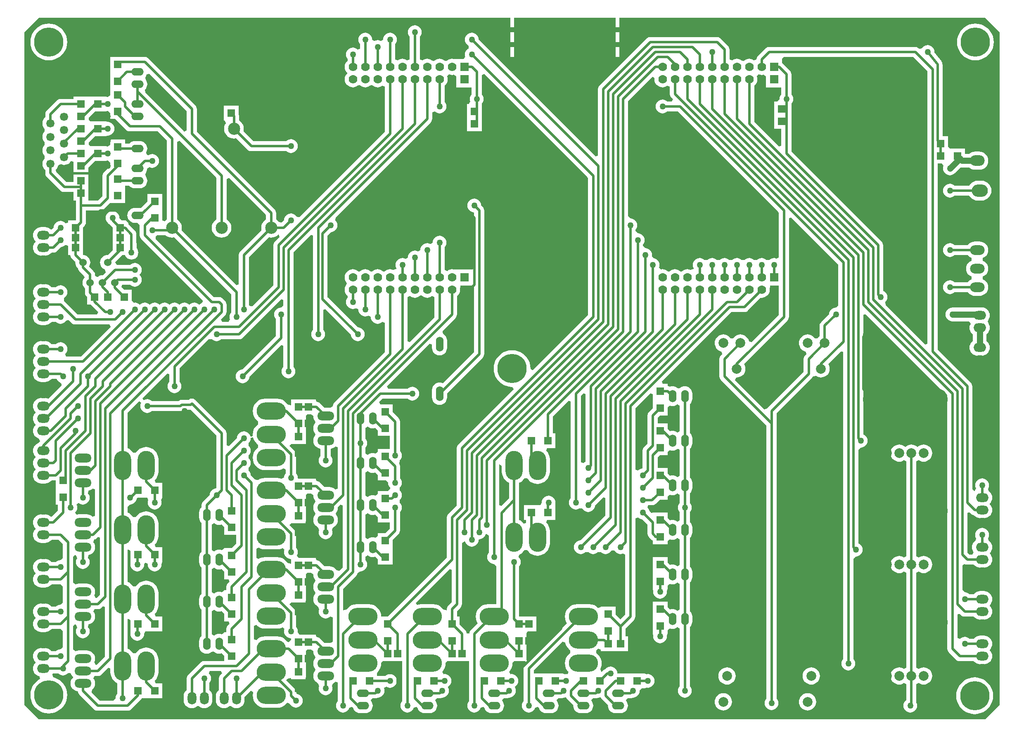
<source format=gbl>
G04 Layer_Physical_Order=2*
G04 Layer_Color=13278208*
%FSLAX43Y43*%
%MOMM*%
G71*
G01*
G75*
%ADD11R,1.524X1.524*%
%ADD16R,1.524X1.524*%
%ADD17C,0.508*%
%ADD18C,1.270*%
%ADD19O,2.600X1.800*%
%ADD20C,2.000*%
%ADD21C,4.500*%
%ADD22C,2.500*%
%ADD23R,1.778X1.778*%
%ADD24C,1.778*%
%ADD25C,4.760*%
%ADD26R,1.690X1.690*%
%ADD27C,1.690*%
%ADD28C,6.000*%
%ADD29O,6.000X3.500*%
%ADD30O,1.800X2.600*%
%ADD31O,3.500X6.000*%
%ADD32O,3.500X1.800*%
%ADD33O,1.524X2.540*%
%ADD34O,2.540X1.524*%
%ADD35C,1.524*%
%ADD36O,1.524X3.048*%
%ADD37O,3.000X2.000*%
%ADD38O,3.302X2.540*%
%ADD39O,3.000X2.200*%
%ADD40C,1.270*%
G36*
X250000Y191000D02*
Y53000D01*
X247000Y50000D01*
X53000D01*
X50000Y53000D01*
Y191000D01*
X53000Y194000D01*
X149606D01*
Y192024D01*
X150368D01*
Y194000D01*
X171196D01*
Y192024D01*
X171958D01*
Y194000D01*
X247000D01*
X250000Y191000D01*
D02*
G37*
%LPC*%
G36*
X211344Y60695D02*
X210999Y60661D01*
X210666Y60560D01*
X210360Y60396D01*
X210092Y60176D01*
X209872Y59908D01*
X209708Y59602D01*
X209607Y59269D01*
X209573Y58924D01*
X209607Y58579D01*
X209708Y58246D01*
X209872Y57940D01*
X210092Y57672D01*
X210360Y57452D01*
X210666Y57288D01*
X210999Y57187D01*
X211344Y57153D01*
X211689Y57187D01*
X212022Y57288D01*
X212328Y57452D01*
X212596Y57672D01*
X212816Y57940D01*
X212980Y58246D01*
X213081Y58579D01*
X213115Y58924D01*
X213081Y59269D01*
X212980Y59602D01*
X212816Y59908D01*
X212596Y60176D01*
X212328Y60396D01*
X212022Y60560D01*
X211689Y60661D01*
X211344Y60695D01*
D02*
G37*
G36*
X93936Y175936D02*
X90888D01*
Y172888D01*
X91093D01*
X91333Y172380D01*
X91283Y172319D01*
X91096Y171970D01*
X90981Y171590D01*
X90942Y171196D01*
X90981Y170802D01*
X91096Y170422D01*
X91283Y170073D01*
X91534Y169766D01*
X91841Y169515D01*
X92190Y169328D01*
X92570Y169213D01*
X92964Y169174D01*
X93358Y169213D01*
X93465Y169246D01*
X95795Y166915D01*
X96008Y166753D01*
X96255Y166650D01*
X96520Y166615D01*
X96520Y166615D01*
X103689D01*
X103943Y166420D01*
X104283Y166279D01*
X104648Y166231D01*
X105013Y166279D01*
X105353Y166420D01*
X105644Y166644D01*
X105868Y166935D01*
X106009Y167275D01*
X106057Y167640D01*
X106009Y168005D01*
X105868Y168345D01*
X105644Y168636D01*
X105353Y168860D01*
X105013Y169001D01*
X104648Y169049D01*
X104283Y169001D01*
X103943Y168860D01*
X103689Y168665D01*
X96944D01*
X94914Y170695D01*
X94947Y170802D01*
X94986Y171196D01*
X94947Y171590D01*
X94832Y171970D01*
X94645Y172319D01*
X94394Y172626D01*
X94087Y172877D01*
X93989Y172930D01*
Y173860D01*
X93954Y174125D01*
X93936Y174168D01*
Y175936D01*
D02*
G37*
G36*
X210594Y55395D02*
X210249Y55361D01*
X209916Y55260D01*
X209610Y55096D01*
X209342Y54876D01*
X209122Y54608D01*
X208958Y54302D01*
X208857Y53969D01*
X208823Y53624D01*
X208857Y53279D01*
X208958Y52946D01*
X209122Y52640D01*
X209342Y52372D01*
X209610Y52152D01*
X209916Y51988D01*
X210249Y51887D01*
X210594Y51853D01*
X210939Y51887D01*
X211272Y51988D01*
X211578Y52152D01*
X211846Y52372D01*
X212066Y52640D01*
X212230Y52946D01*
X212331Y53279D01*
X212365Y53624D01*
X212331Y53969D01*
X212230Y54302D01*
X212066Y54608D01*
X211846Y54876D01*
X211578Y55096D01*
X211272Y55260D01*
X210939Y55361D01*
X210594Y55395D01*
D02*
G37*
G36*
X194072Y60695D02*
X193727Y60661D01*
X193394Y60560D01*
X193088Y60396D01*
X192820Y60176D01*
X192600Y59908D01*
X192436Y59602D01*
X192335Y59269D01*
X192301Y58924D01*
X192335Y58579D01*
X192436Y58246D01*
X192600Y57940D01*
X192820Y57672D01*
X193088Y57452D01*
X193394Y57288D01*
X193727Y57187D01*
X194072Y57153D01*
X194417Y57187D01*
X194750Y57288D01*
X195056Y57452D01*
X195324Y57672D01*
X195544Y57940D01*
X195708Y58246D01*
X195809Y58579D01*
X195843Y58924D01*
X195809Y59269D01*
X195708Y59602D01*
X195544Y59908D01*
X195324Y60176D01*
X195056Y60396D01*
X194750Y60560D01*
X194417Y60661D01*
X194072Y60695D01*
D02*
G37*
G36*
X234382Y106419D02*
X234037Y106385D01*
X233704Y106284D01*
X233398Y106120D01*
X233132Y105902D01*
X232866Y106120D01*
X232560Y106284D01*
X232227Y106385D01*
X231882Y106419D01*
X231537Y106385D01*
X231204Y106284D01*
X230898Y106120D01*
X230632Y105902D01*
X230366Y106120D01*
X230060Y106284D01*
X229727Y106385D01*
X229382Y106419D01*
X229037Y106385D01*
X228704Y106284D01*
X228398Y106120D01*
X228130Y105900D01*
X227910Y105632D01*
X227746Y105326D01*
X227645Y104993D01*
X227611Y104648D01*
X227645Y104303D01*
X227746Y103970D01*
X227910Y103664D01*
X228130Y103396D01*
X228398Y103176D01*
X228704Y103012D01*
X229037Y102911D01*
X229382Y102877D01*
X229727Y102911D01*
X230060Y103012D01*
X230366Y103176D01*
X230857Y102922D01*
Y83514D01*
X230366Y83260D01*
X230060Y83424D01*
X229727Y83525D01*
X229382Y83559D01*
X229037Y83525D01*
X228704Y83424D01*
X228398Y83260D01*
X228130Y83040D01*
X227910Y82772D01*
X227746Y82466D01*
X227645Y82133D01*
X227611Y81788D01*
X227645Y81443D01*
X227746Y81110D01*
X227910Y80804D01*
X228130Y80536D01*
X228398Y80316D01*
X228704Y80152D01*
X229037Y80051D01*
X229382Y80017D01*
X229727Y80051D01*
X230060Y80152D01*
X230366Y80316D01*
X230857Y80062D01*
Y60654D01*
X230366Y60400D01*
X230060Y60564D01*
X229727Y60665D01*
X229382Y60699D01*
X229037Y60665D01*
X228704Y60564D01*
X228398Y60400D01*
X228130Y60180D01*
X227910Y59912D01*
X227746Y59606D01*
X227645Y59273D01*
X227611Y58928D01*
X227645Y58583D01*
X227746Y58250D01*
X227910Y57944D01*
X228130Y57676D01*
X228398Y57456D01*
X228704Y57292D01*
X229037Y57191D01*
X229382Y57157D01*
X229727Y57191D01*
X230060Y57292D01*
X230366Y57456D01*
X230857Y57202D01*
Y53986D01*
X230652Y53828D01*
X230428Y53537D01*
X230287Y53197D01*
X230239Y52832D01*
X230287Y52467D01*
X230428Y52127D01*
X230652Y51836D01*
X230943Y51612D01*
X231283Y51471D01*
X231648Y51423D01*
X232013Y51471D01*
X232353Y51612D01*
X232644Y51836D01*
X232868Y52127D01*
X233009Y52467D01*
X233057Y52832D01*
X233009Y53197D01*
X232907Y53444D01*
Y57202D01*
X233398Y57456D01*
X233704Y57292D01*
X234037Y57191D01*
X234382Y57157D01*
X234727Y57191D01*
X235060Y57292D01*
X235366Y57456D01*
X235634Y57676D01*
X235854Y57944D01*
X236018Y58250D01*
X236119Y58583D01*
X236153Y58928D01*
X236119Y59273D01*
X236018Y59606D01*
X235854Y59912D01*
X235634Y60180D01*
X235366Y60400D01*
X235060Y60564D01*
X234727Y60665D01*
X234382Y60699D01*
X234037Y60665D01*
X233704Y60564D01*
X233398Y60400D01*
X232907Y60654D01*
Y80062D01*
X233398Y80316D01*
X233704Y80152D01*
X234037Y80051D01*
X234382Y80017D01*
X234727Y80051D01*
X235060Y80152D01*
X235366Y80316D01*
X235634Y80536D01*
X235854Y80804D01*
X236018Y81110D01*
X236119Y81443D01*
X236153Y81788D01*
X236119Y82133D01*
X236018Y82466D01*
X235854Y82772D01*
X235634Y83040D01*
X235366Y83260D01*
X235060Y83424D01*
X234727Y83525D01*
X234382Y83559D01*
X234037Y83525D01*
X233704Y83424D01*
X233398Y83260D01*
X232907Y83514D01*
Y102922D01*
X233398Y103176D01*
X233704Y103012D01*
X234037Y102911D01*
X234382Y102877D01*
X234727Y102911D01*
X235060Y103012D01*
X235366Y103176D01*
X235634Y103396D01*
X235854Y103664D01*
X236018Y103970D01*
X236119Y104303D01*
X236153Y104648D01*
X236119Y104993D01*
X236018Y105326D01*
X235854Y105632D01*
X235634Y105900D01*
X235366Y106120D01*
X235060Y106284D01*
X234727Y106385D01*
X234382Y106419D01*
D02*
G37*
G36*
X246272Y134578D02*
X245472D01*
X245146Y134546D01*
X245011Y134505D01*
X240284D01*
X239919Y134457D01*
X239579Y134316D01*
X239288Y134092D01*
X239064Y133801D01*
X238923Y133461D01*
X238875Y133096D01*
X238923Y132731D01*
X239064Y132391D01*
X239288Y132100D01*
X239579Y131876D01*
X239919Y131735D01*
X240284Y131687D01*
X243747D01*
X243882Y131530D01*
X244021Y131179D01*
X243929Y131007D01*
X243834Y130694D01*
X243802Y130368D01*
X243834Y130042D01*
X243929Y129729D01*
X244083Y129440D01*
X244291Y129187D01*
X244463Y129046D01*
Y127626D01*
X244291Y127485D01*
X244083Y127232D01*
X243929Y126943D01*
X243834Y126630D01*
X243802Y126304D01*
X243834Y125978D01*
X243929Y125665D01*
X244083Y125376D01*
X244291Y125123D01*
X244544Y124915D01*
X244833Y124761D01*
X245146Y124666D01*
X245472Y124634D01*
X246272D01*
X246598Y124666D01*
X246911Y124761D01*
X247200Y124915D01*
X247453Y125123D01*
X247661Y125376D01*
X247815Y125665D01*
X247910Y125978D01*
X247942Y126304D01*
X247910Y126630D01*
X247815Y126943D01*
X247661Y127232D01*
X247453Y127485D01*
X247281Y127626D01*
Y129046D01*
X247453Y129187D01*
X247661Y129440D01*
X247815Y129729D01*
X247910Y130042D01*
X247942Y130368D01*
X247910Y130694D01*
X247815Y131007D01*
X247661Y131296D01*
X247496Y131638D01*
X247661Y131980D01*
X247815Y132269D01*
X247910Y132582D01*
X247942Y132908D01*
X247910Y133234D01*
X247815Y133547D01*
X247661Y133836D01*
X247453Y134089D01*
X247200Y134297D01*
X246911Y134451D01*
X246598Y134546D01*
X246272Y134578D01*
D02*
G37*
G36*
X246253Y160538D02*
X245491D01*
X245093Y160499D01*
X244710Y160382D01*
X244357Y160194D01*
X244047Y159940D01*
X243793Y159630D01*
X243735Y159521D01*
X240735D01*
X240481Y159716D01*
X240141Y159857D01*
X239776Y159905D01*
X239411Y159857D01*
X239071Y159716D01*
X238780Y159492D01*
X238556Y159201D01*
X238415Y158861D01*
X238367Y158496D01*
X238415Y158131D01*
X238556Y157791D01*
X238780Y157500D01*
X239071Y157276D01*
X239411Y157135D01*
X239776Y157087D01*
X240141Y157135D01*
X240481Y157276D01*
X240735Y157471D01*
X243735D01*
X243793Y157362D01*
X244047Y157052D01*
X244357Y156798D01*
X244710Y156610D01*
X245093Y156493D01*
X245491Y156454D01*
X246253D01*
X246651Y156493D01*
X247034Y156610D01*
X247387Y156798D01*
X247697Y157052D01*
X247951Y157362D01*
X248139Y157715D01*
X248256Y158098D01*
X248295Y158496D01*
X248256Y158894D01*
X248139Y159277D01*
X247951Y159630D01*
X247697Y159940D01*
X247387Y160194D01*
X247034Y160382D01*
X246651Y160499D01*
X246253Y160538D01*
D02*
G37*
G36*
X245864Y148075D02*
X244864D01*
X244519Y148041D01*
X244186Y147940D01*
X243880Y147776D01*
X243612Y147556D01*
X243426Y147329D01*
X240735D01*
X240481Y147524D01*
X240141Y147665D01*
X239776Y147713D01*
X239411Y147665D01*
X239071Y147524D01*
X238780Y147300D01*
X238556Y147009D01*
X238415Y146669D01*
X238367Y146304D01*
X238415Y145939D01*
X238556Y145599D01*
X238780Y145308D01*
X239071Y145084D01*
X239411Y144943D01*
X239776Y144895D01*
X240141Y144943D01*
X240481Y145084D01*
X240735Y145279D01*
X243426D01*
X243612Y145052D01*
X243880Y144832D01*
X244186Y144668D01*
X244199Y144664D01*
Y144134D01*
X244186Y144130D01*
X243880Y143966D01*
X243612Y143746D01*
X243392Y143478D01*
X243228Y143172D01*
X243127Y142839D01*
X243093Y142494D01*
X243127Y142149D01*
X243228Y141816D01*
X243392Y141510D01*
X243612Y141242D01*
X243880Y141022D01*
X244186Y140858D01*
X244199Y140854D01*
Y140324D01*
X244186Y140320D01*
X243880Y140156D01*
X243612Y139936D01*
X243426Y139709D01*
X240735D01*
X240481Y139904D01*
X240141Y140045D01*
X239776Y140093D01*
X239411Y140045D01*
X239071Y139904D01*
X238780Y139680D01*
X238556Y139389D01*
X238415Y139049D01*
X238367Y138684D01*
X238415Y138319D01*
X238556Y137979D01*
X238780Y137688D01*
X239071Y137464D01*
X239411Y137323D01*
X239776Y137275D01*
X240141Y137323D01*
X240481Y137464D01*
X240735Y137659D01*
X243426D01*
X243612Y137432D01*
X243880Y137212D01*
X244186Y137048D01*
X244519Y136947D01*
X244864Y136913D01*
X245864D01*
X246209Y136947D01*
X246542Y137048D01*
X246848Y137212D01*
X247116Y137432D01*
X247336Y137700D01*
X247500Y138006D01*
X247601Y138339D01*
X247635Y138684D01*
X247601Y139029D01*
X247500Y139362D01*
X247336Y139668D01*
X247116Y139936D01*
X246848Y140156D01*
X246542Y140320D01*
X246529Y140324D01*
Y140854D01*
X246542Y140858D01*
X246848Y141022D01*
X247116Y141242D01*
X247336Y141510D01*
X247500Y141816D01*
X247601Y142149D01*
X247635Y142494D01*
X247601Y142839D01*
X247500Y143172D01*
X247336Y143478D01*
X247116Y143746D01*
X246848Y143966D01*
X246542Y144130D01*
X246529Y144134D01*
Y144664D01*
X246542Y144668D01*
X246848Y144832D01*
X247116Y145052D01*
X247336Y145320D01*
X247500Y145626D01*
X247601Y145959D01*
X247635Y146304D01*
X247601Y146649D01*
X247500Y146982D01*
X247336Y147288D01*
X247116Y147556D01*
X246848Y147776D01*
X246542Y147940D01*
X246209Y148041D01*
X245864Y148075D01*
D02*
G37*
G36*
X193322Y55395D02*
X192977Y55361D01*
X192644Y55260D01*
X192338Y55096D01*
X192070Y54876D01*
X191850Y54608D01*
X191686Y54302D01*
X191585Y53969D01*
X191551Y53624D01*
X191585Y53279D01*
X191686Y52946D01*
X191850Y52640D01*
X192070Y52372D01*
X192338Y52152D01*
X192644Y51988D01*
X192977Y51887D01*
X193322Y51853D01*
X193667Y51887D01*
X194000Y51988D01*
X194306Y52152D01*
X194574Y52372D01*
X194794Y52640D01*
X194958Y52946D01*
X195059Y53279D01*
X195093Y53624D01*
X195059Y53969D01*
X194958Y54302D01*
X194794Y54608D01*
X194574Y54876D01*
X194306Y55096D01*
X194000Y55260D01*
X193667Y55361D01*
X193322Y55395D01*
D02*
G37*
G36*
X150368Y187960D02*
X149606D01*
Y185928D01*
X150368D01*
Y187960D01*
D02*
G37*
G36*
X171958Y191008D02*
X171196D01*
Y188976D01*
X171958D01*
Y191008D01*
D02*
G37*
G36*
Y187960D02*
X171196D01*
Y185928D01*
X171958D01*
Y187960D01*
D02*
G37*
G36*
X150368Y191008D02*
X149606D01*
Y188976D01*
X150368D01*
Y191008D01*
D02*
G37*
G36*
X130048Y192417D02*
X129683Y192369D01*
X129343Y192228D01*
X129052Y192004D01*
X128828Y191713D01*
X128687Y191373D01*
X128639Y191008D01*
X128687Y190643D01*
X128828Y190303D01*
X129023Y190049D01*
Y185425D01*
X128549Y185220D01*
X128430Y185275D01*
X128143Y185429D01*
X127832Y185523D01*
X127508Y185555D01*
X127184Y185523D01*
X126873Y185429D01*
X126586Y185275D01*
X126467Y185220D01*
X125993Y185425D01*
Y188525D01*
X126188Y188779D01*
X126329Y189119D01*
X126377Y189484D01*
X126329Y189849D01*
X126188Y190189D01*
X125964Y190480D01*
X125673Y190704D01*
X125333Y190845D01*
X124968Y190893D01*
X124603Y190845D01*
X124263Y190704D01*
X123972Y190480D01*
X123748Y190189D01*
X123607Y189849D01*
X123559Y189484D01*
X123276Y189282D01*
X123084Y189200D01*
X122793Y189321D01*
X122428Y189369D01*
X122063Y189321D01*
X121772Y189200D01*
X121580Y189282D01*
X121297Y189484D01*
X121249Y189849D01*
X121108Y190189D01*
X120884Y190480D01*
X120593Y190704D01*
X120253Y190845D01*
X119888Y190893D01*
X119523Y190845D01*
X119183Y190704D01*
X118892Y190480D01*
X118668Y190189D01*
X118527Y189849D01*
X118479Y189484D01*
X118527Y189119D01*
X118668Y188779D01*
X118863Y188525D01*
Y187591D01*
X118355Y187418D01*
X118344Y187432D01*
X118053Y187656D01*
X117713Y187797D01*
X117348Y187845D01*
X116983Y187797D01*
X116643Y187656D01*
X116352Y187432D01*
X116128Y187141D01*
X115987Y186801D01*
X115939Y186436D01*
X115987Y186071D01*
X116128Y185731D01*
X116323Y185477D01*
Y185191D01*
X116175Y185069D01*
X115969Y184818D01*
X115815Y184531D01*
X115721Y184220D01*
X115689Y183896D01*
X115721Y183572D01*
X115815Y183261D01*
X115969Y182974D01*
X116175Y182723D01*
Y182529D01*
X115969Y182278D01*
X115815Y181991D01*
X115721Y181680D01*
X115689Y181356D01*
X115721Y181032D01*
X115815Y180721D01*
X115969Y180434D01*
X116175Y180183D01*
X116426Y179977D01*
X116713Y179823D01*
X117024Y179729D01*
X117348Y179697D01*
X117672Y179729D01*
X117983Y179823D01*
X118270Y179977D01*
X118618Y180138D01*
X118966Y179977D01*
X119253Y179823D01*
X119564Y179729D01*
X119888Y179697D01*
X120212Y179729D01*
X120523Y179823D01*
X120810Y179977D01*
X121158Y180138D01*
X121506Y179977D01*
X121793Y179823D01*
X122104Y179729D01*
X122428Y179697D01*
X122752Y179729D01*
X123063Y179823D01*
X123350Y179977D01*
X123469Y180032D01*
X123943Y179827D01*
Y170604D01*
X106425Y153087D01*
X106119Y153097D01*
X105806Y153186D01*
X105644Y153396D01*
X105353Y153620D01*
X105013Y153761D01*
X104648Y153809D01*
X104283Y153761D01*
X103943Y153620D01*
X103652Y153396D01*
X103428Y153105D01*
X103287Y152765D01*
X103245Y152446D01*
X102781Y151982D01*
X102563Y151990D01*
X102243Y152026D01*
X102014Y152306D01*
X101707Y152557D01*
X101609Y152610D01*
Y153924D01*
X101609Y153924D01*
X101574Y154189D01*
X101471Y154436D01*
X101309Y154649D01*
X85353Y170604D01*
Y175260D01*
X85353Y175260D01*
X85318Y175525D01*
X85215Y175772D01*
X85053Y175985D01*
X85053Y175985D01*
X75401Y185637D01*
X75188Y185799D01*
X74941Y185902D01*
X74676Y185937D01*
X74676Y185937D01*
X69596D01*
X69596Y185937D01*
X69529Y185928D01*
X67564D01*
Y182880D01*
X67564Y182880D01*
Y182499D01*
X67564D01*
X67564Y182372D01*
Y179451D01*
Y178096D01*
X67056Y177685D01*
X66548Y177800D01*
Y177800D01*
X63627D01*
X63500Y177800D01*
Y177800D01*
X63119D01*
Y177800D01*
X60071D01*
Y177301D01*
X57404D01*
X57404Y177301D01*
X57139Y177266D01*
X56892Y177163D01*
X56679Y177001D01*
X56679Y177001D01*
X54599Y174921D01*
X54437Y174708D01*
X54334Y174461D01*
X54299Y174196D01*
X54299Y174196D01*
Y173541D01*
X54182Y173445D01*
X53981Y173200D01*
X53832Y172921D01*
X53740Y172618D01*
X53709Y172303D01*
X53740Y171988D01*
X53832Y171685D01*
X53981Y171406D01*
X54182Y171161D01*
Y170675D01*
X53981Y170430D01*
X53832Y170151D01*
X53740Y169848D01*
X53709Y169533D01*
X53740Y169218D01*
X53832Y168915D01*
X53981Y168636D01*
X54182Y168391D01*
Y167905D01*
X53981Y167660D01*
X53832Y167381D01*
X53740Y167078D01*
X53709Y166763D01*
X53740Y166448D01*
X53832Y166145D01*
X53981Y165866D01*
X54182Y165621D01*
Y165135D01*
X53981Y164890D01*
X53832Y164611D01*
X53740Y164308D01*
X53709Y163993D01*
X53740Y163678D01*
X53832Y163375D01*
X53981Y163096D01*
X54182Y162851D01*
X54299Y162755D01*
Y162100D01*
X54299Y162100D01*
X54334Y161835D01*
X54437Y161588D01*
X54599Y161375D01*
X57441Y158533D01*
X57441Y158533D01*
X57654Y158371D01*
X57901Y158268D01*
X58166Y158233D01*
X58166Y158233D01*
X60071D01*
Y156464D01*
X60570D01*
Y155448D01*
Y152443D01*
X60527Y152400D01*
X58928D01*
Y152019D01*
X58420Y151847D01*
X58400Y151872D01*
X58109Y152096D01*
X57769Y152237D01*
X57404Y152285D01*
X57039Y152237D01*
X56699Y152096D01*
X56408Y151872D01*
X56184Y151581D01*
X56043Y151241D01*
X56001Y150922D01*
X55603Y150524D01*
X55429Y150533D01*
X55176Y150741D01*
X54887Y150895D01*
X54574Y150990D01*
X54248Y151022D01*
X53448D01*
X53122Y150990D01*
X52809Y150895D01*
X52520Y150741D01*
X52267Y150533D01*
X52059Y150280D01*
X51905Y149991D01*
X51810Y149678D01*
X51778Y149352D01*
X51810Y149026D01*
X51905Y148713D01*
X52059Y148424D01*
X52267Y148171D01*
Y147993D01*
X52059Y147740D01*
X51905Y147451D01*
X51810Y147138D01*
X51778Y146812D01*
X51810Y146486D01*
X51905Y146173D01*
X52059Y145884D01*
X52267Y145631D01*
X52520Y145423D01*
X52809Y145269D01*
X53122Y145174D01*
X53448Y145142D01*
X54248D01*
X54574Y145174D01*
X54887Y145269D01*
X55176Y145423D01*
X55429Y145631D01*
X55557Y145787D01*
X55880D01*
X55880Y145787D01*
X56145Y145822D01*
X56392Y145925D01*
X56605Y146087D01*
X57450Y146933D01*
X57769Y146975D01*
X58109Y147116D01*
X58400Y147340D01*
X58420Y147365D01*
X58605Y147349D01*
X58928Y147193D01*
Y145288D01*
X59427D01*
X59462Y145023D01*
X59565Y144776D01*
X59727Y144563D01*
X60452Y143839D01*
X60445Y143764D01*
X60474Y143465D01*
X60561Y143178D01*
X60703Y142913D01*
X60893Y142681D01*
X60968Y142620D01*
X60986Y142483D01*
X61089Y142236D01*
X61251Y142023D01*
X62138Y141136D01*
X62359Y140683D01*
X62169Y140451D01*
X62027Y140186D01*
X61940Y139899D01*
X61911Y139600D01*
X61940Y139301D01*
X62027Y139014D01*
X62169Y138749D01*
X62359Y138517D01*
X62417Y138469D01*
Y137599D01*
X62417Y137599D01*
X62452Y137334D01*
X62555Y137087D01*
X62717Y136874D01*
X62865Y136727D01*
Y135128D01*
X63596D01*
X63664Y135038D01*
X65129Y133574D01*
X64934Y133105D01*
X60876D01*
X58129Y135853D01*
X58083Y135887D01*
X58109Y136448D01*
X58400Y136672D01*
X58624Y136963D01*
X58765Y137303D01*
X58813Y137668D01*
X58765Y138033D01*
X58624Y138373D01*
X58400Y138664D01*
X58109Y138888D01*
X57769Y139029D01*
X57404Y139077D01*
X57039Y139029D01*
X56699Y138888D01*
X56445Y138693D01*
X55557D01*
X55429Y138849D01*
X55176Y139057D01*
X54887Y139211D01*
X54574Y139306D01*
X54248Y139338D01*
X53448D01*
X53122Y139306D01*
X52809Y139211D01*
X52520Y139057D01*
X52267Y138849D01*
X52059Y138596D01*
X51905Y138307D01*
X51810Y137994D01*
X51778Y137668D01*
X51810Y137342D01*
X51905Y137029D01*
X52059Y136740D01*
X52267Y136487D01*
Y136309D01*
X52059Y136056D01*
X51905Y135767D01*
X51810Y135454D01*
X51778Y135128D01*
X51810Y134802D01*
X51905Y134489D01*
X52059Y134200D01*
X52267Y133947D01*
Y133769D01*
X52059Y133516D01*
X51905Y133227D01*
X51810Y132914D01*
X51778Y132588D01*
X51810Y132262D01*
X51905Y131949D01*
X52059Y131660D01*
X52267Y131407D01*
X52520Y131199D01*
X52809Y131045D01*
X53122Y130950D01*
X53448Y130918D01*
X54248D01*
X54574Y130950D01*
X54887Y131045D01*
X55176Y131199D01*
X55429Y131407D01*
X55557Y131563D01*
X56445D01*
X56699Y131368D01*
X57039Y131227D01*
X57404Y131179D01*
X57769Y131227D01*
X58109Y131368D01*
X58400Y131592D01*
X58562Y131802D01*
X58875Y131891D01*
X59181Y131901D01*
X59727Y131355D01*
X59727Y131355D01*
X59940Y131193D01*
X60187Y131090D01*
X60452Y131055D01*
X67474D01*
X67669Y130586D01*
X61552Y124469D01*
X58559D01*
X58386Y124977D01*
X58400Y124988D01*
X58624Y125279D01*
X58765Y125619D01*
X58813Y125984D01*
X58765Y126349D01*
X58624Y126689D01*
X58400Y126980D01*
X58109Y127204D01*
X57769Y127345D01*
X57404Y127393D01*
X57039Y127345D01*
X56699Y127204D01*
X56445Y127009D01*
X55557D01*
X55429Y127165D01*
X55176Y127373D01*
X54887Y127527D01*
X54574Y127622D01*
X54248Y127654D01*
X53448D01*
X53122Y127622D01*
X52809Y127527D01*
X52520Y127373D01*
X52267Y127165D01*
X52059Y126912D01*
X51905Y126623D01*
X51810Y126310D01*
X51778Y125984D01*
X51810Y125658D01*
X51905Y125345D01*
X52059Y125056D01*
X52267Y124803D01*
Y124625D01*
X52059Y124372D01*
X51905Y124083D01*
X51810Y123770D01*
X51778Y123444D01*
X51810Y123118D01*
X51905Y122805D01*
X52059Y122516D01*
X52267Y122263D01*
Y122085D01*
X52059Y121832D01*
X51905Y121543D01*
X51810Y121230D01*
X51778Y120904D01*
X51810Y120578D01*
X51905Y120265D01*
X52059Y119976D01*
X52267Y119723D01*
X52520Y119515D01*
X52809Y119361D01*
X53122Y119266D01*
X53448Y119234D01*
X54248D01*
X54574Y119266D01*
X54887Y119361D01*
X55176Y119515D01*
X55429Y119723D01*
X55557Y119879D01*
X56614D01*
X56692Y119691D01*
X56916Y119400D01*
X57207Y119176D01*
X57465Y119069D01*
X57585Y118790D01*
X57627Y118512D01*
X54933Y115818D01*
X54887Y115843D01*
X54574Y115938D01*
X54248Y115970D01*
X53448D01*
X53122Y115938D01*
X52809Y115843D01*
X52520Y115689D01*
X52267Y115481D01*
X52059Y115228D01*
X51905Y114939D01*
X51810Y114626D01*
X51778Y114300D01*
X51810Y113974D01*
X51905Y113661D01*
X52059Y113372D01*
X52267Y113119D01*
Y112941D01*
X52059Y112688D01*
X51905Y112399D01*
X51810Y112086D01*
X51778Y111760D01*
X51810Y111434D01*
X51905Y111121D01*
X52059Y110832D01*
X52267Y110579D01*
Y110401D01*
X52059Y110148D01*
X51905Y109859D01*
X51810Y109546D01*
X51778Y109220D01*
X51810Y108894D01*
X51905Y108581D01*
X52059Y108292D01*
X52267Y108039D01*
X52520Y107831D01*
X52809Y107677D01*
X52996Y107620D01*
X53179Y107126D01*
X52937Y106738D01*
X52809Y106699D01*
X52520Y106545D01*
X52267Y106337D01*
X52059Y106084D01*
X51905Y105795D01*
X51810Y105482D01*
X51778Y105156D01*
X51810Y104830D01*
X51905Y104517D01*
X52059Y104228D01*
X52267Y103975D01*
Y103797D01*
X52059Y103544D01*
X51905Y103255D01*
X51810Y102942D01*
X51778Y102616D01*
X51810Y102290D01*
X51905Y101977D01*
X52059Y101688D01*
X52267Y101435D01*
Y101257D01*
X52059Y101004D01*
X51905Y100715D01*
X51810Y100402D01*
X51778Y100076D01*
X51810Y99750D01*
X51905Y99437D01*
X52059Y99148D01*
X52267Y98895D01*
X52520Y98687D01*
X52809Y98533D01*
X53122Y98438D01*
X53448Y98406D01*
X54248D01*
X54574Y98438D01*
X54887Y98533D01*
X55176Y98687D01*
X55429Y98895D01*
X55557Y99051D01*
X56388D01*
X56388Y99051D01*
Y97536D01*
X56388D01*
Y97155D01*
X56388D01*
Y94107D01*
X56887D01*
Y92880D01*
X55603Y91596D01*
X55429Y91605D01*
X55176Y91813D01*
X54887Y91967D01*
X54574Y92062D01*
X54248Y92094D01*
X53448D01*
X53122Y92062D01*
X52809Y91967D01*
X52520Y91813D01*
X52267Y91605D01*
X52059Y91352D01*
X51905Y91063D01*
X51810Y90750D01*
X51778Y90424D01*
X51810Y90098D01*
X51905Y89785D01*
X52059Y89496D01*
X52267Y89243D01*
Y89065D01*
X52059Y88812D01*
X51905Y88523D01*
X51810Y88210D01*
X51778Y87884D01*
X51810Y87558D01*
X51905Y87245D01*
X52059Y86956D01*
X52267Y86703D01*
X52520Y86495D01*
X52809Y86341D01*
X53122Y86246D01*
X53448Y86214D01*
X54248D01*
X54574Y86246D01*
X54887Y86341D01*
X55176Y86495D01*
X55429Y86703D01*
X55557Y86859D01*
X56980D01*
X57903Y85936D01*
Y83105D01*
X57404Y82689D01*
X57039Y82641D01*
X56699Y82500D01*
X56445Y82305D01*
X55557D01*
X55429Y82461D01*
X55176Y82669D01*
X54887Y82823D01*
X54574Y82918D01*
X54248Y82950D01*
X53448D01*
X53122Y82918D01*
X52809Y82823D01*
X52520Y82669D01*
X52267Y82461D01*
X52059Y82208D01*
X51905Y81919D01*
X51810Y81606D01*
X51778Y81280D01*
X51810Y80954D01*
X51905Y80641D01*
X52059Y80352D01*
X52267Y80099D01*
Y79921D01*
X52059Y79668D01*
X51905Y79379D01*
X51810Y79066D01*
X51778Y78740D01*
X51810Y78414D01*
X51905Y78101D01*
X52059Y77812D01*
X52267Y77559D01*
X52520Y77351D01*
X52809Y77197D01*
X53122Y77102D01*
X53448Y77070D01*
X54248D01*
X54574Y77102D01*
X54887Y77197D01*
X55176Y77351D01*
X55429Y77559D01*
X55557Y77715D01*
X57404D01*
X57404Y77715D01*
X57903Y77343D01*
Y73961D01*
X57404Y73545D01*
X57039Y73497D01*
X56699Y73356D01*
X56445Y73161D01*
X55557D01*
X55429Y73317D01*
X55176Y73525D01*
X54887Y73679D01*
X54574Y73774D01*
X54248Y73806D01*
X53448D01*
X53122Y73774D01*
X52809Y73679D01*
X52520Y73525D01*
X52267Y73317D01*
X52059Y73064D01*
X51905Y72775D01*
X51810Y72462D01*
X51778Y72136D01*
X51810Y71810D01*
X51905Y71497D01*
X52059Y71208D01*
X52267Y70955D01*
Y70777D01*
X52059Y70524D01*
X51905Y70235D01*
X51810Y69922D01*
X51778Y69596D01*
X51810Y69270D01*
X51905Y68957D01*
X52059Y68668D01*
X52267Y68415D01*
X52520Y68207D01*
X52809Y68053D01*
X53122Y67958D01*
X53448Y67926D01*
X54248D01*
X54574Y67958D01*
X54887Y68053D01*
X55176Y68207D01*
X55429Y68415D01*
X55557Y68571D01*
X57404D01*
X57404Y68571D01*
X57903Y68199D01*
Y64817D01*
X57404Y64401D01*
X57039Y64353D01*
X56699Y64212D01*
X56445Y64017D01*
X55557D01*
X55429Y64173D01*
X55176Y64381D01*
X54887Y64535D01*
X54574Y64630D01*
X54248Y64662D01*
X53448D01*
X53122Y64630D01*
X52809Y64535D01*
X52520Y64381D01*
X52267Y64173D01*
X52059Y63920D01*
X51905Y63631D01*
X51810Y63318D01*
X51778Y62992D01*
X51810Y62666D01*
X51905Y62353D01*
X52059Y62064D01*
X52267Y61811D01*
Y61633D01*
X52059Y61380D01*
X51905Y61091D01*
X51810Y60778D01*
X51778Y60452D01*
X51810Y60126D01*
X51905Y59813D01*
X52059Y59524D01*
X52267Y59271D01*
X52520Y59063D01*
X52809Y58909D01*
X53086Y58825D01*
X53144Y58691D01*
X53181Y58298D01*
X52782Y58053D01*
X52332Y57668D01*
X51947Y57218D01*
X51638Y56713D01*
X51411Y56166D01*
X51273Y55590D01*
X51226Y55000D01*
X51273Y54410D01*
X51411Y53834D01*
X51638Y53287D01*
X51947Y52782D01*
X52332Y52332D01*
X52782Y51947D01*
X53287Y51638D01*
X53834Y51411D01*
X54410Y51273D01*
X55000Y51226D01*
X55590Y51273D01*
X56166Y51411D01*
X56713Y51638D01*
X57218Y51947D01*
X57668Y52332D01*
X58053Y52782D01*
X58362Y53287D01*
X58589Y53834D01*
X58727Y54410D01*
X58774Y55000D01*
X58727Y55590D01*
X58589Y56166D01*
X58362Y56713D01*
X58053Y57218D01*
X57668Y57668D01*
X57218Y58053D01*
X56713Y58362D01*
X56166Y58589D01*
X55917Y58649D01*
X55713Y59220D01*
X55870Y59427D01*
X56953D01*
X57207Y59232D01*
X57547Y59091D01*
X57912Y59043D01*
X58277Y59091D01*
X58617Y59232D01*
X58908Y59456D01*
X58988Y59559D01*
X59094Y59572D01*
X59539Y59451D01*
X59583Y59305D01*
X59737Y59016D01*
X59945Y58763D01*
Y58585D01*
X59737Y58332D01*
X59583Y58043D01*
X59488Y57730D01*
X59456Y57404D01*
X59488Y57078D01*
X59583Y56765D01*
X59737Y56476D01*
X59945Y56223D01*
X60198Y56015D01*
X60487Y55861D01*
X60800Y55766D01*
X60968Y55749D01*
X60986Y55615D01*
X61089Y55368D01*
X61251Y55155D01*
X64299Y52107D01*
X64299Y52107D01*
X64512Y51945D01*
X64759Y51842D01*
X65024Y51807D01*
X71120D01*
X71120Y51807D01*
X71385Y51842D01*
X71632Y51945D01*
X71845Y52107D01*
X74004Y54266D01*
X74004Y54266D01*
X74072Y54356D01*
X74803D01*
X74803Y54356D01*
X75184D01*
Y54356D01*
X75311Y54356D01*
X78232D01*
Y57404D01*
X76907D01*
X76725Y57912D01*
X76741Y57925D01*
X77055Y58308D01*
X77288Y58744D01*
X77432Y59218D01*
X77480Y59710D01*
Y62210D01*
X77432Y62702D01*
X77288Y63176D01*
X77055Y63612D01*
X76741Y63995D01*
X76358Y64309D01*
X75922Y64542D01*
X75448Y64686D01*
X74956Y64734D01*
X74464Y64686D01*
X73990Y64542D01*
X73554Y64309D01*
X73171Y63995D01*
X72857Y63612D01*
X72844Y63588D01*
X72268D01*
X72255Y63612D01*
X71941Y63995D01*
X71558Y64309D01*
X71181Y64511D01*
Y70624D01*
X71247Y70660D01*
X71755Y70357D01*
Y68072D01*
X71755D01*
X71744Y67569D01*
X71743Y67564D01*
X71791Y67199D01*
X71932Y66859D01*
X72156Y66568D01*
X72447Y66344D01*
X72787Y66203D01*
X73152Y66155D01*
X73517Y66203D01*
X73857Y66344D01*
X74148Y66568D01*
X74372Y66859D01*
X74513Y67199D01*
X74561Y67564D01*
X74803Y68072D01*
X75184D01*
Y68072D01*
X78232D01*
Y71120D01*
X76907D01*
X76725Y71628D01*
X76741Y71641D01*
X77055Y72024D01*
X77288Y72460D01*
X77432Y72934D01*
X77480Y73426D01*
Y75926D01*
X77432Y76418D01*
X77288Y76892D01*
X77055Y77328D01*
X76741Y77711D01*
X76358Y78025D01*
X75922Y78258D01*
X75448Y78402D01*
X74956Y78450D01*
X74464Y78402D01*
X73990Y78258D01*
X73554Y78025D01*
X73171Y77711D01*
X72857Y77328D01*
X72844Y77304D01*
X72268D01*
X72255Y77328D01*
X71941Y77711D01*
X71558Y78025D01*
X71181Y78227D01*
Y84848D01*
X71247Y84884D01*
X71755Y84581D01*
Y82296D01*
X71755D01*
X71744Y81793D01*
X71743Y81788D01*
X71791Y81423D01*
X71932Y81083D01*
X72156Y80792D01*
X72447Y80568D01*
X72787Y80427D01*
X73152Y80379D01*
X73517Y80427D01*
X73857Y80568D01*
X74148Y80792D01*
X74372Y81083D01*
X74513Y81423D01*
X74561Y81788D01*
X74708Y82097D01*
X75243Y82037D01*
X75299Y81788D01*
X75347Y81423D01*
X75488Y81083D01*
X75712Y80792D01*
X76003Y80568D01*
X76343Y80427D01*
X76708Y80379D01*
X77073Y80427D01*
X77413Y80568D01*
X77704Y80792D01*
X77928Y81083D01*
X78069Y81423D01*
X78117Y81788D01*
X78232Y82296D01*
X78232D01*
Y85344D01*
X76907D01*
X76725Y85852D01*
X76741Y85865D01*
X77055Y86248D01*
X77288Y86684D01*
X77432Y87158D01*
X77480Y87650D01*
Y90150D01*
X77432Y90642D01*
X77288Y91116D01*
X77055Y91552D01*
X76741Y91935D01*
X76358Y92249D01*
X75922Y92482D01*
X75448Y92626D01*
X74956Y92674D01*
X74464Y92626D01*
X73990Y92482D01*
X73554Y92249D01*
X73171Y91935D01*
X72857Y91552D01*
X72844Y91528D01*
X72268D01*
X72255Y91552D01*
X71941Y91935D01*
X71558Y92249D01*
X71181Y92451D01*
Y93649D01*
X71628Y94095D01*
X71993Y94143D01*
X72333Y94284D01*
X72624Y94508D01*
X72848Y94799D01*
X72989Y95139D01*
X73012Y95311D01*
X73204Y95504D01*
X74803D01*
Y95504D01*
X75184D01*
X75406Y94996D01*
X75347Y94853D01*
X75299Y94488D01*
X75347Y94123D01*
X75488Y93783D01*
X75712Y93492D01*
X76003Y93268D01*
X76343Y93127D01*
X76708Y93079D01*
X77073Y93127D01*
X77413Y93268D01*
X77704Y93492D01*
X77928Y93783D01*
X78069Y94123D01*
X78117Y94488D01*
X78069Y94853D01*
X78010Y94996D01*
X78232Y95504D01*
X78232D01*
Y98552D01*
X76907D01*
X76725Y99060D01*
X76741Y99073D01*
X77055Y99456D01*
X77288Y99892D01*
X77432Y100366D01*
X77480Y100858D01*
Y103358D01*
X77432Y103850D01*
X77288Y104324D01*
X77055Y104760D01*
X76741Y105143D01*
X76358Y105457D01*
X75922Y105690D01*
X75448Y105834D01*
X74956Y105882D01*
X74464Y105834D01*
X73990Y105690D01*
X73554Y105457D01*
X73171Y105143D01*
X72857Y104760D01*
X72844Y104736D01*
X72268D01*
X72255Y104760D01*
X71941Y105143D01*
X71558Y105457D01*
X71181Y105659D01*
Y112912D01*
X73553Y115283D01*
X73964Y115005D01*
X73823Y114665D01*
X73775Y114300D01*
X73823Y113935D01*
X73964Y113595D01*
X74188Y113304D01*
X74479Y113080D01*
X74819Y112939D01*
X75184Y112891D01*
X75549Y112939D01*
X75889Y113080D01*
X76143Y113275D01*
X82024D01*
X82024Y113275D01*
X82289Y113310D01*
X82536Y113413D01*
X82688Y113529D01*
X84074D01*
X84074Y113529D01*
X84148Y113539D01*
X89399Y108288D01*
Y97452D01*
X89362Y97415D01*
X89043Y97373D01*
X88703Y97232D01*
X88412Y97008D01*
X88188Y96717D01*
X88047Y96377D01*
X88005Y96058D01*
X86651Y94705D01*
X86489Y94492D01*
X86386Y94245D01*
X86351Y93980D01*
X86351Y93980D01*
Y93587D01*
X86293Y93539D01*
X86103Y93307D01*
X85961Y93042D01*
X85874Y92755D01*
X85845Y92456D01*
Y91440D01*
X85874Y91141D01*
X85961Y90854D01*
X86103Y90589D01*
X86293Y90357D01*
X86351Y90309D01*
Y84443D01*
X86293Y84395D01*
X86103Y84163D01*
X85961Y83898D01*
X85874Y83611D01*
X85845Y83312D01*
Y82296D01*
X85874Y81997D01*
X85961Y81710D01*
X86103Y81445D01*
X86293Y81213D01*
X86351Y81165D01*
Y75807D01*
X86293Y75759D01*
X86103Y75527D01*
X85961Y75262D01*
X85874Y74975D01*
X85845Y74676D01*
Y73660D01*
X85874Y73361D01*
X85961Y73074D01*
X86103Y72809D01*
X86293Y72577D01*
X86351Y72529D01*
Y67171D01*
X86293Y67123D01*
X86103Y66891D01*
X85961Y66626D01*
X85874Y66339D01*
X85845Y66040D01*
Y65024D01*
X85874Y64725D01*
X85961Y64438D01*
X86103Y64173D01*
X86293Y63941D01*
X86525Y63751D01*
X86790Y63609D01*
X87077Y63522D01*
X87376Y63493D01*
X87675Y63522D01*
X87962Y63609D01*
X88227Y63751D01*
X88290Y63802D01*
X88646Y63893D01*
X89002Y63802D01*
X89065Y63751D01*
X89330Y63609D01*
X89617Y63522D01*
X89916Y63493D01*
X90215Y63522D01*
X90416Y63583D01*
X90932Y63067D01*
Y61985D01*
X86868D01*
X86868Y61985D01*
X86603Y61950D01*
X86356Y61847D01*
X86143Y61685D01*
X86143Y61685D01*
X83603Y59145D01*
X83441Y58932D01*
X83338Y58685D01*
X83303Y58420D01*
X83303Y58420D01*
Y56065D01*
X83147Y55937D01*
X82939Y55684D01*
X82785Y55395D01*
X82690Y55082D01*
X82658Y54756D01*
Y53956D01*
X82690Y53630D01*
X82785Y53317D01*
X82939Y53028D01*
X83147Y52775D01*
X83400Y52567D01*
X83689Y52413D01*
X84002Y52318D01*
X84328Y52286D01*
X84654Y52318D01*
X84967Y52413D01*
X85256Y52567D01*
X85509Y52775D01*
X85687D01*
X85940Y52567D01*
X86229Y52413D01*
X86542Y52318D01*
X86868Y52286D01*
X87194Y52318D01*
X87507Y52413D01*
X87796Y52567D01*
X88049Y52775D01*
X88257Y53028D01*
X88411Y53317D01*
X88506Y53630D01*
X88538Y53956D01*
Y54756D01*
X88506Y55082D01*
X88411Y55395D01*
X88257Y55684D01*
X88049Y55937D01*
X87893Y56065D01*
Y57461D01*
X88088Y57715D01*
X88229Y58055D01*
X88277Y58420D01*
X88229Y58785D01*
X88088Y59125D01*
X87864Y59416D01*
X87850Y59427D01*
X88023Y59935D01*
X90334D01*
X90529Y59466D01*
X90207Y59145D01*
X90045Y58932D01*
X89942Y58685D01*
X89907Y58420D01*
X89907Y58420D01*
Y56065D01*
X89751Y55937D01*
X89543Y55684D01*
X89389Y55395D01*
X89294Y55082D01*
X89262Y54756D01*
Y53956D01*
X89294Y53630D01*
X89389Y53317D01*
X89543Y53028D01*
X89751Y52775D01*
X90004Y52567D01*
X90293Y52413D01*
X90606Y52318D01*
X90932Y52286D01*
X91258Y52318D01*
X91571Y52413D01*
X91860Y52567D01*
X92113Y52775D01*
X92291D01*
X92544Y52567D01*
X92833Y52413D01*
X93146Y52318D01*
X93472Y52286D01*
X93798Y52318D01*
X94111Y52413D01*
X94400Y52567D01*
X94653Y52775D01*
X94861Y53028D01*
X95015Y53317D01*
X95110Y53630D01*
X95142Y53956D01*
Y54577D01*
X96482Y55916D01*
X96931Y55647D01*
X96858Y55408D01*
X96810Y54916D01*
X96858Y54424D01*
X97002Y53950D01*
X97235Y53514D01*
X97549Y53131D01*
X97932Y52817D01*
X98368Y52584D01*
X98842Y52440D01*
X99334Y52392D01*
X101834D01*
X102326Y52440D01*
X102800Y52584D01*
X103236Y52817D01*
X103619Y53131D01*
X103822Y53378D01*
X103869Y53389D01*
X104275Y53340D01*
X104386Y53283D01*
X104444Y53143D01*
X104668Y52852D01*
X104959Y52628D01*
X105299Y52487D01*
X105664Y52439D01*
X106029Y52487D01*
X106369Y52628D01*
X106660Y52852D01*
X106884Y53143D01*
X107025Y53483D01*
X107073Y53848D01*
X107025Y54213D01*
X106884Y54553D01*
X106660Y54844D01*
X106369Y55068D01*
X106029Y55209D01*
X105898Y55226D01*
X105673Y55652D01*
X105638Y55917D01*
X105535Y56164D01*
X105373Y56377D01*
X105373Y56377D01*
X103709Y58041D01*
X103933Y58314D01*
X104591Y58495D01*
X104648Y58464D01*
Y58293D01*
X107696D01*
Y60960D01*
Y64008D01*
X108003Y64389D01*
X108769D01*
X109240Y64008D01*
X109272Y63682D01*
X109367Y63369D01*
X109521Y63080D01*
X109686Y62738D01*
X109521Y62396D01*
X109367Y62107D01*
X109272Y61794D01*
X109240Y61468D01*
X109272Y61142D01*
X109367Y60829D01*
X109521Y60540D01*
X109686Y60198D01*
X109521Y59856D01*
X109367Y59567D01*
X109272Y59254D01*
X109240Y58928D01*
X109272Y58602D01*
X109367Y58289D01*
X109521Y58000D01*
X109729Y57747D01*
X109982Y57539D01*
X110167Y57441D01*
X110285Y57330D01*
X110422Y56808D01*
X110399Y56753D01*
X110351Y56388D01*
X110399Y56023D01*
X110540Y55683D01*
X110764Y55392D01*
X111055Y55168D01*
X111395Y55027D01*
X111760Y54979D01*
X112125Y55027D01*
X112465Y55168D01*
X112756Y55392D01*
X112980Y55683D01*
X113121Y56023D01*
X113169Y56388D01*
X113121Y56753D01*
X113098Y56808D01*
X113235Y57330D01*
X113353Y57441D01*
X113538Y57539D01*
X113783Y57741D01*
X113816Y57737D01*
X114291Y57556D01*
Y53791D01*
X114096Y53537D01*
X113955Y53197D01*
X113907Y52832D01*
X113955Y52467D01*
X114096Y52127D01*
X114320Y51836D01*
X114611Y51612D01*
X114951Y51471D01*
X115316Y51423D01*
X115681Y51471D01*
X116021Y51612D01*
X116312Y51836D01*
X116536Y52127D01*
X116643Y52385D01*
X116922Y52505D01*
X117200Y52547D01*
X117438Y52309D01*
X117457Y52246D01*
X117599Y51981D01*
X117789Y51749D01*
X118021Y51559D01*
X118286Y51417D01*
X118573Y51330D01*
X118872Y51301D01*
X119888D01*
X120187Y51330D01*
X120474Y51417D01*
X120739Y51559D01*
X120971Y51749D01*
X121161Y51981D01*
X121303Y52246D01*
X121390Y52533D01*
X121419Y52832D01*
X121390Y53131D01*
X121303Y53418D01*
X121161Y53683D01*
X121110Y53746D01*
X121067Y53913D01*
X121344Y54347D01*
X121920D01*
X121920Y54347D01*
X122185Y54382D01*
X122406Y54474D01*
X122428Y54471D01*
X122793Y54519D01*
X123133Y54660D01*
X123424Y54884D01*
X123648Y55175D01*
X123789Y55515D01*
X123837Y55880D01*
X123789Y56245D01*
X123733Y56379D01*
X123764Y56435D01*
X124263Y56692D01*
X124603Y56551D01*
X124968Y56503D01*
X125333Y56551D01*
X125673Y56692D01*
X125964Y56916D01*
X126188Y57207D01*
X126329Y57547D01*
X126377Y57912D01*
X126329Y58277D01*
X126188Y58617D01*
X125964Y58908D01*
X125673Y59132D01*
X125333Y59273D01*
X124968Y59321D01*
X124603Y59273D01*
X124263Y59132D01*
X124009Y58937D01*
X122301D01*
Y59436D01*
X122514Y59856D01*
X122729Y60118D01*
X122962Y60554D01*
X123106Y61028D01*
X123154Y61520D01*
X123146Y61600D01*
X123487Y61976D01*
X127499D01*
Y53791D01*
X127304Y53537D01*
X127163Y53197D01*
X127115Y52832D01*
X127163Y52467D01*
X127304Y52127D01*
X127528Y51836D01*
X127819Y51612D01*
X128159Y51471D01*
X128524Y51423D01*
X128889Y51471D01*
X129229Y51612D01*
X129520Y51836D01*
X129744Y52127D01*
X129851Y52385D01*
X130130Y52505D01*
X130408Y52547D01*
X130646Y52309D01*
X130665Y52246D01*
X130807Y51981D01*
X130997Y51749D01*
X131229Y51559D01*
X131494Y51417D01*
X131781Y51330D01*
X132080Y51301D01*
X133096D01*
X133395Y51330D01*
X133682Y51417D01*
X133947Y51559D01*
X134179Y51749D01*
X134369Y51981D01*
X134511Y52246D01*
X134598Y52533D01*
X134627Y52832D01*
X134598Y53131D01*
X134511Y53418D01*
X134369Y53683D01*
X134318Y53746D01*
X134275Y53913D01*
X134552Y54347D01*
X135128D01*
X135128Y54347D01*
X135393Y54382D01*
X135614Y54474D01*
X135636Y54471D01*
X136001Y54519D01*
X136341Y54660D01*
X136632Y54884D01*
X136856Y55175D01*
X136997Y55515D01*
X137045Y55880D01*
X136997Y56245D01*
X136856Y56585D01*
X136829Y56620D01*
X136849Y56692D01*
X137140Y56916D01*
X137364Y57207D01*
X137505Y57547D01*
X137553Y57912D01*
X137505Y58277D01*
X137364Y58617D01*
X137140Y58908D01*
X136849Y59132D01*
X136509Y59273D01*
X136144Y59321D01*
X136017Y59304D01*
X135934Y59326D01*
X135698Y59809D01*
X135722Y59856D01*
X135937Y60118D01*
X136170Y60554D01*
X136314Y61028D01*
X136362Y61520D01*
X136354Y61600D01*
X136695Y61976D01*
X141215D01*
Y53791D01*
X141020Y53537D01*
X140879Y53197D01*
X140831Y52832D01*
X140879Y52467D01*
X141020Y52127D01*
X141244Y51836D01*
X141535Y51612D01*
X141875Y51471D01*
X142240Y51423D01*
X142605Y51471D01*
X142945Y51612D01*
X143236Y51836D01*
X143460Y52127D01*
X143567Y52385D01*
X143846Y52505D01*
X144124Y52547D01*
X144362Y52309D01*
X144381Y52246D01*
X144523Y51981D01*
X144713Y51749D01*
X144945Y51559D01*
X145210Y51417D01*
X145497Y51330D01*
X145796Y51301D01*
X146812D01*
X147111Y51330D01*
X147398Y51417D01*
X147663Y51559D01*
X147895Y51749D01*
X148085Y51981D01*
X148227Y52246D01*
X148314Y52533D01*
X148343Y52832D01*
X148314Y53131D01*
X148227Y53418D01*
X148085Y53683D01*
X148034Y53746D01*
X147991Y53913D01*
X148268Y54347D01*
X148844D01*
X148844Y54347D01*
X149109Y54382D01*
X149330Y54474D01*
X149352Y54471D01*
X149717Y54519D01*
X150057Y54660D01*
X150348Y54884D01*
X150572Y55175D01*
X150713Y55515D01*
X150761Y55880D01*
X150713Y56245D01*
X150565Y56692D01*
X150856Y56916D01*
X151080Y57207D01*
X151221Y57547D01*
X151269Y57912D01*
X151221Y58277D01*
X151080Y58617D01*
X150856Y58908D01*
X150565Y59132D01*
X150225Y59273D01*
X149860Y59321D01*
X149733Y59304D01*
X149650Y59326D01*
X149414Y59809D01*
X149438Y59856D01*
X149653Y60118D01*
X149886Y60554D01*
X150030Y61028D01*
X150078Y61520D01*
X150070Y61600D01*
X150411Y61976D01*
X152421D01*
X152714Y61976D01*
X153008Y61566D01*
X152991Y61477D01*
X152691Y61177D01*
X152529Y60964D01*
X152426Y60717D01*
X152391Y60452D01*
X152391Y60452D01*
Y53791D01*
X152196Y53537D01*
X152055Y53197D01*
X152007Y52832D01*
X152055Y52467D01*
X152196Y52127D01*
X152420Y51836D01*
X152711Y51612D01*
X153051Y51471D01*
X153416Y51423D01*
X153781Y51471D01*
X154121Y51612D01*
X154412Y51836D01*
X154636Y52127D01*
X154743Y52385D01*
X155022Y52505D01*
X155300Y52547D01*
X155538Y52309D01*
X155557Y52246D01*
X155699Y51981D01*
X155889Y51749D01*
X156121Y51559D01*
X156386Y51417D01*
X156673Y51330D01*
X156972Y51301D01*
X157988D01*
X158287Y51330D01*
X158574Y51417D01*
X158839Y51559D01*
X159071Y51749D01*
X159261Y51981D01*
X159403Y52246D01*
X159490Y52533D01*
X159519Y52832D01*
X159490Y53131D01*
X159403Y53418D01*
X159261Y53683D01*
X159210Y53746D01*
X159167Y53913D01*
X159444Y54347D01*
X160020D01*
X160020Y54347D01*
X160285Y54382D01*
X160506Y54474D01*
X160528Y54471D01*
X160893Y54519D01*
X161066Y54591D01*
X161165Y54352D01*
X161327Y54139D01*
X162560Y52907D01*
X162553Y52832D01*
X162582Y52533D01*
X162669Y52246D01*
X162811Y51981D01*
X163001Y51749D01*
X163233Y51559D01*
X163498Y51417D01*
X163785Y51330D01*
X164084Y51301D01*
X165100D01*
X165399Y51330D01*
X165686Y51417D01*
X165951Y51559D01*
X166183Y51749D01*
X166373Y51981D01*
X166515Y52246D01*
X166602Y52533D01*
X166631Y52832D01*
X166602Y53131D01*
X166515Y53418D01*
X166373Y53683D01*
X166322Y53746D01*
X166279Y53913D01*
X166556Y54347D01*
X167132D01*
X167132Y54347D01*
X167397Y54382D01*
X167618Y54474D01*
X167640Y54471D01*
X168005Y54519D01*
X168178Y54591D01*
X168277Y54352D01*
X168439Y54139D01*
X169672Y52907D01*
X169665Y52832D01*
X169694Y52533D01*
X169781Y52246D01*
X169923Y51981D01*
X170113Y51749D01*
X170345Y51559D01*
X170610Y51417D01*
X170897Y51330D01*
X171196Y51301D01*
X172212D01*
X172511Y51330D01*
X172798Y51417D01*
X173063Y51559D01*
X173295Y51749D01*
X173485Y51981D01*
X173627Y52246D01*
X173714Y52533D01*
X173743Y52832D01*
X173714Y53131D01*
X173627Y53418D01*
X173485Y53683D01*
X173434Y53746D01*
X173391Y53913D01*
X173668Y54347D01*
X174244D01*
X174244Y54347D01*
X174509Y54382D01*
X174730Y54474D01*
X174752Y54471D01*
X175117Y54519D01*
X175457Y54660D01*
X175748Y54884D01*
X175972Y55175D01*
X176113Y55515D01*
X176161Y55880D01*
X176572Y56388D01*
X177165D01*
X177165Y56388D01*
X177673Y56520D01*
X177800Y56503D01*
X178165Y56551D01*
X178505Y56692D01*
X178796Y56916D01*
X179020Y57207D01*
X179161Y57547D01*
X179209Y57912D01*
X179161Y58277D01*
X179020Y58617D01*
X178796Y58908D01*
X178505Y59132D01*
X178165Y59273D01*
X177800Y59321D01*
X177673Y59304D01*
X177165Y59436D01*
Y59436D01*
X174244D01*
X174117Y59436D01*
Y59436D01*
X173736D01*
Y59436D01*
X171589D01*
X171541Y59801D01*
X171400Y60141D01*
X171176Y60432D01*
X170885Y60656D01*
X170545Y60797D01*
X170180Y60845D01*
X169815Y60797D01*
X169475Y60656D01*
X169184Y60432D01*
X169132Y60364D01*
X169033Y60323D01*
X168820Y60161D01*
X168438Y59779D01*
X168334Y59797D01*
X168283Y59838D01*
X168069Y60358D01*
X168174Y60554D01*
X168318Y61028D01*
X168366Y61520D01*
X168318Y62012D01*
X168174Y62486D01*
X167941Y62922D01*
X167627Y63305D01*
X167244Y63619D01*
X167220Y63632D01*
Y64208D01*
X167244Y64221D01*
X167627Y64535D01*
X167640Y64551D01*
X168148Y64369D01*
Y64008D01*
X173736D01*
Y67056D01*
X173237D01*
Y68664D01*
X174969Y70395D01*
X175131Y70608D01*
X175234Y70855D01*
X175269Y71120D01*
X175269Y71120D01*
Y91301D01*
X175777Y91474D01*
X175788Y91460D01*
X176079Y91236D01*
X176419Y91095D01*
X176738Y91053D01*
X177791Y90000D01*
Y88138D01*
X177791Y88138D01*
X177826Y87873D01*
X177929Y87626D01*
X178091Y87413D01*
X178726Y86778D01*
X178726Y86778D01*
X178816Y86710D01*
Y85979D01*
X181864D01*
Y86631D01*
X182126Y86842D01*
X182372Y86954D01*
X182581Y86890D01*
X182880Y86861D01*
X183179Y86890D01*
X183466Y86977D01*
X183731Y87119D01*
X183794Y87170D01*
X183961Y87213D01*
X184395Y86936D01*
Y81720D01*
X183961Y81443D01*
X183794Y81486D01*
X183731Y81537D01*
X183466Y81679D01*
X183179Y81766D01*
X182880Y81795D01*
X182581Y81766D01*
X182380Y81705D01*
X181864Y82221D01*
Y83312D01*
X178816D01*
Y80391D01*
X178816Y80264D01*
X178816D01*
Y79883D01*
X178816D01*
Y76835D01*
X178816Y76835D01*
X178948Y76327D01*
X178931Y76200D01*
X178979Y75835D01*
X179120Y75495D01*
X179344Y75204D01*
X179635Y74980D01*
X179975Y74839D01*
X180340Y74791D01*
X180705Y74839D01*
X181045Y74980D01*
X181336Y75204D01*
X181560Y75495D01*
X181701Y75835D01*
X181749Y76200D01*
X181732Y76327D01*
X181864Y76835D01*
X181864D01*
Y77487D01*
X182126Y77698D01*
X182372Y77810D01*
X182581Y77746D01*
X182880Y77717D01*
X183179Y77746D01*
X183466Y77833D01*
X183731Y77975D01*
X183794Y78026D01*
X183961Y78069D01*
X184395Y77792D01*
Y72576D01*
X183961Y72299D01*
X183794Y72342D01*
X183731Y72393D01*
X183466Y72535D01*
X183179Y72622D01*
X182880Y72651D01*
X182581Y72622D01*
X182380Y72561D01*
X181864Y73077D01*
Y74168D01*
X178816D01*
Y71247D01*
X178816Y71120D01*
X178816D01*
Y70739D01*
X178816D01*
Y67691D01*
X178816Y67691D01*
X178948Y67183D01*
X178931Y67056D01*
X178979Y66691D01*
X179120Y66351D01*
X179344Y66060D01*
X179635Y65836D01*
X179975Y65695D01*
X180340Y65647D01*
X180705Y65695D01*
X181045Y65836D01*
X181336Y66060D01*
X181560Y66351D01*
X181701Y66691D01*
X181749Y67056D01*
X181732Y67183D01*
X181864Y67691D01*
X181864D01*
Y68343D01*
X182126Y68554D01*
X182372Y68666D01*
X182581Y68602D01*
X182880Y68573D01*
X183179Y68602D01*
X183466Y68689D01*
X183731Y68831D01*
X183794Y68882D01*
X183961Y68925D01*
X184395Y68648D01*
Y56839D01*
X184200Y56585D01*
X184059Y56245D01*
X184011Y55880D01*
X184059Y55515D01*
X184200Y55175D01*
X184424Y54884D01*
X184715Y54660D01*
X185055Y54519D01*
X185420Y54471D01*
X185785Y54519D01*
X186125Y54660D01*
X186416Y54884D01*
X186640Y55175D01*
X186781Y55515D01*
X186829Y55880D01*
X186781Y56245D01*
X186640Y56585D01*
X186445Y56839D01*
Y68973D01*
X186503Y69021D01*
X186693Y69253D01*
X186835Y69518D01*
X186922Y69805D01*
X186951Y70104D01*
Y71120D01*
X186922Y71419D01*
X186835Y71706D01*
X186693Y71971D01*
X186503Y72203D01*
X186445Y72251D01*
Y78117D01*
X186503Y78165D01*
X186693Y78397D01*
X186835Y78662D01*
X186922Y78949D01*
X186951Y79248D01*
Y80264D01*
X186922Y80563D01*
X186835Y80850D01*
X186693Y81115D01*
X186503Y81347D01*
X186445Y81395D01*
Y87261D01*
X186503Y87309D01*
X186693Y87541D01*
X186835Y87806D01*
X186922Y88093D01*
X186951Y88392D01*
Y89408D01*
X186922Y89707D01*
X186835Y89994D01*
X186693Y90259D01*
X186503Y90491D01*
X186445Y90539D01*
Y92513D01*
X186640Y92767D01*
X186781Y93107D01*
X186829Y93472D01*
X186781Y93837D01*
X186640Y94177D01*
X186445Y94431D01*
Y96405D01*
X186503Y96453D01*
X186693Y96685D01*
X186835Y96950D01*
X186922Y97237D01*
X186951Y97536D01*
Y98552D01*
X186922Y98851D01*
X186835Y99138D01*
X186693Y99403D01*
X186503Y99635D01*
X186445Y99683D01*
Y105549D01*
X186503Y105597D01*
X186693Y105829D01*
X186835Y106094D01*
X186922Y106381D01*
X186951Y106680D01*
Y107696D01*
X186922Y107995D01*
X186835Y108282D01*
X186693Y108547D01*
X186503Y108779D01*
X186445Y108827D01*
Y114693D01*
X186503Y114741D01*
X186693Y114973D01*
X186835Y115238D01*
X186922Y115525D01*
X186951Y115824D01*
Y116840D01*
X186922Y117139D01*
X186835Y117426D01*
X186693Y117691D01*
X186503Y117923D01*
X186271Y118113D01*
X186006Y118255D01*
X185719Y118342D01*
X185420Y118371D01*
X185121Y118342D01*
X184834Y118255D01*
X184569Y118113D01*
X184506Y118062D01*
X184150Y117971D01*
X183794Y118062D01*
X183731Y118113D01*
X183466Y118255D01*
X183179Y118342D01*
X182880Y118371D01*
X182581Y118342D01*
X182327Y118265D01*
X181864Y118474D01*
Y118872D01*
X180929D01*
X180735Y119341D01*
X194988Y133595D01*
X197612D01*
X197612Y133595D01*
X197877Y133630D01*
X198124Y133733D01*
X198337Y133895D01*
X200977Y136536D01*
X201168Y136517D01*
X201492Y136549D01*
X201803Y136643D01*
X202090Y136797D01*
X202341Y137003D01*
X202547Y137254D01*
X202701Y137541D01*
X202795Y137852D01*
X202827Y138176D01*
X202795Y138500D01*
X202778Y138557D01*
X203099Y139065D01*
X204715D01*
Y133012D01*
X199087Y127384D01*
X198559Y127569D01*
X198458Y127902D01*
X198294Y128208D01*
X198074Y128476D01*
X197806Y128696D01*
X197500Y128860D01*
X197167Y128961D01*
X196822Y128995D01*
X196477Y128961D01*
X196144Y128860D01*
X195838Y128696D01*
X195570Y128476D01*
X195350Y128208D01*
X194794D01*
X194574Y128476D01*
X194306Y128696D01*
X194000Y128860D01*
X193667Y128961D01*
X193322Y128995D01*
X192977Y128961D01*
X192644Y128860D01*
X192338Y128696D01*
X192070Y128476D01*
X191850Y128208D01*
X191686Y127902D01*
X191585Y127569D01*
X191551Y127224D01*
X191585Y126879D01*
X191686Y126546D01*
X191850Y126240D01*
X192070Y125972D01*
X192338Y125752D01*
X192644Y125588D01*
X192932Y125501D01*
X193011Y125356D01*
X193112Y124964D01*
X192823Y124675D01*
X192661Y124462D01*
X192558Y124215D01*
X192523Y123950D01*
X192523Y123950D01*
Y120396D01*
X192523Y120396D01*
X192558Y120131D01*
X192661Y119884D01*
X192823Y119671D01*
X202175Y110320D01*
Y54299D01*
X201980Y54045D01*
X201839Y53705D01*
X201791Y53340D01*
X201839Y52975D01*
X201980Y52635D01*
X202204Y52344D01*
X202495Y52120D01*
X202835Y51979D01*
X203200Y51931D01*
X203565Y51979D01*
X203905Y52120D01*
X204196Y52344D01*
X204420Y52635D01*
X204561Y52975D01*
X204609Y53340D01*
X204561Y53705D01*
X204420Y54045D01*
X204225Y54299D01*
Y110744D01*
X204225Y110744D01*
X204225Y110744D01*
Y112860D01*
X211545Y120179D01*
X211545Y120179D01*
X211687Y120365D01*
X211727Y120398D01*
X212277Y120518D01*
X212281Y120517D01*
X212360Y120452D01*
X212666Y120288D01*
X212999Y120187D01*
X213344Y120153D01*
X213689Y120187D01*
X214022Y120288D01*
X214328Y120452D01*
X214596Y120672D01*
X214816Y120940D01*
X214980Y121246D01*
X215081Y121579D01*
X215115Y121924D01*
X215081Y122269D01*
X214980Y122602D01*
X214816Y122908D01*
X214800Y122927D01*
X217454Y125581D01*
X217923Y125386D01*
Y62427D01*
X217728Y62173D01*
X217587Y61833D01*
X217539Y61468D01*
X217587Y61103D01*
X217728Y60763D01*
X217952Y60472D01*
X218243Y60248D01*
X218583Y60107D01*
X218948Y60059D01*
X219313Y60107D01*
X219653Y60248D01*
X219944Y60472D01*
X220168Y60763D01*
X220309Y61103D01*
X220357Y61468D01*
X220309Y61833D01*
X220168Y62173D01*
X219973Y62427D01*
Y83011D01*
X220472Y83427D01*
X220837Y83475D01*
X221177Y83616D01*
X221468Y83840D01*
X221692Y84131D01*
X221833Y84471D01*
X221881Y84836D01*
X221833Y85201D01*
X221692Y85541D01*
X221468Y85832D01*
X221177Y86056D01*
X220989Y86134D01*
Y105363D01*
X221488Y105779D01*
X221853Y105827D01*
X222193Y105968D01*
X222484Y106192D01*
X222708Y106483D01*
X222849Y106823D01*
X222897Y107188D01*
X222849Y107553D01*
X222708Y107893D01*
X222484Y108184D01*
X222193Y108408D01*
X222005Y108486D01*
Y133006D01*
X222474Y133201D01*
X239259Y116416D01*
Y64516D01*
X239259Y64516D01*
X239294Y64251D01*
X239397Y64004D01*
X239559Y63791D01*
X241083Y62267D01*
X241296Y62105D01*
X241543Y62002D01*
X241808Y61967D01*
X244671D01*
X244799Y61811D01*
X245052Y61603D01*
X245341Y61449D01*
X245654Y61354D01*
X245980Y61322D01*
X246780D01*
X247106Y61354D01*
X247419Y61449D01*
X247708Y61603D01*
X247961Y61811D01*
X248169Y62064D01*
X248323Y62353D01*
X248418Y62666D01*
X248450Y62992D01*
X248418Y63318D01*
X248323Y63631D01*
X248169Y63920D01*
X247961Y64173D01*
X248169Y64604D01*
X248323Y64893D01*
X248418Y65206D01*
X248450Y65532D01*
X248418Y65858D01*
X248323Y66171D01*
X248169Y66460D01*
X247961Y66713D01*
X247708Y66921D01*
X247419Y67075D01*
X247106Y67170D01*
X246780Y67202D01*
X245980D01*
X245654Y67170D01*
X245341Y67075D01*
X245052Y66921D01*
X244799Y66713D01*
X244671Y66557D01*
X243783D01*
X243529Y66752D01*
X243189Y66893D01*
X242824Y66941D01*
X242459Y66893D01*
X242119Y66752D01*
X241828Y66528D01*
X241817Y66514D01*
X241309Y66687D01*
Y71538D01*
X241778Y71733D01*
X242099Y71411D01*
X242312Y71249D01*
X242559Y71146D01*
X242824Y71111D01*
X244671D01*
X244799Y70955D01*
X245052Y70747D01*
X245341Y70593D01*
X245654Y70498D01*
X245980Y70466D01*
X246780D01*
X247106Y70498D01*
X247419Y70593D01*
X247708Y70747D01*
X247961Y70955D01*
X248169Y71208D01*
X248323Y71497D01*
X248418Y71810D01*
X248450Y72136D01*
X248418Y72462D01*
X248323Y72775D01*
X248169Y73064D01*
X247961Y73317D01*
X248169Y73748D01*
X248323Y74037D01*
X248418Y74350D01*
X248450Y74676D01*
X248418Y75002D01*
X248323Y75315D01*
X248169Y75604D01*
X247961Y75857D01*
X247708Y76065D01*
X247419Y76219D01*
X247106Y76314D01*
X246780Y76346D01*
X245980D01*
X245654Y76314D01*
X245341Y76219D01*
X245052Y76065D01*
X244799Y75857D01*
X244671Y75701D01*
X243783D01*
X243529Y75896D01*
X243189Y76037D01*
X242824Y76085D01*
X242325Y76501D01*
Y81656D01*
X242513Y81811D01*
X242820Y81917D01*
X243067Y81814D01*
X243332Y81779D01*
X244671D01*
X244799Y81623D01*
X245052Y81415D01*
X245341Y81261D01*
X245654Y81166D01*
X245980Y81134D01*
X246780D01*
X247106Y81166D01*
X247419Y81261D01*
X247708Y81415D01*
X247961Y81623D01*
X248169Y81876D01*
X248323Y82165D01*
X248418Y82478D01*
X248450Y82804D01*
X248418Y83130D01*
X248323Y83443D01*
X248169Y83732D01*
X247961Y84163D01*
X248169Y84416D01*
X248323Y84705D01*
X248418Y85018D01*
X248450Y85344D01*
X248418Y85670D01*
X248323Y85983D01*
X248169Y86272D01*
X247961Y86525D01*
X247708Y86733D01*
X247600Y87179D01*
X247652Y87303D01*
X247741Y87519D01*
X247789Y87884D01*
X247741Y88249D01*
X247600Y88589D01*
X247376Y88880D01*
X247085Y89104D01*
X246745Y89245D01*
X246380Y89293D01*
X246015Y89245D01*
X245675Y89104D01*
X245384Y88880D01*
X245160Y88589D01*
X245019Y88249D01*
X244971Y87884D01*
X245019Y87519D01*
X245108Y87303D01*
X245160Y87179D01*
X245052Y86733D01*
X244799Y86525D01*
X244591Y86272D01*
X244437Y85983D01*
X244342Y85670D01*
X244310Y85344D01*
X244342Y85018D01*
X244437Y84705D01*
X244591Y84416D01*
X244657Y84337D01*
X244429Y83829D01*
X243756D01*
X243341Y84244D01*
Y92366D01*
X243810Y92561D01*
X244131Y92239D01*
X244344Y92077D01*
X244591Y91974D01*
X244649Y91967D01*
X244799Y91783D01*
X245052Y91575D01*
X245341Y91421D01*
X245654Y91326D01*
X245980Y91294D01*
X246780D01*
X247106Y91326D01*
X247419Y91421D01*
X247708Y91575D01*
X247961Y91783D01*
X248169Y92036D01*
X248323Y92325D01*
X248418Y92638D01*
X248450Y92964D01*
X248418Y93290D01*
X248323Y93603D01*
X248169Y93892D01*
X247961Y94145D01*
Y94323D01*
X248169Y94576D01*
X248323Y94865D01*
X248418Y95178D01*
X248450Y95504D01*
X248418Y95830D01*
X248323Y96143D01*
X248169Y96432D01*
X247961Y96685D01*
X247708Y96893D01*
X247600Y97339D01*
X247652Y97463D01*
X247741Y97679D01*
X247789Y98044D01*
X247741Y98409D01*
X247600Y98749D01*
X247376Y99040D01*
X247085Y99264D01*
X246745Y99405D01*
X246380Y99453D01*
X246015Y99405D01*
X245675Y99264D01*
X245384Y99040D01*
X245160Y98749D01*
X245019Y98409D01*
X244971Y98044D01*
X245019Y97679D01*
X245121Y97434D01*
X244918Y96917D01*
X244842Y96892D01*
X244357Y97227D01*
Y118364D01*
X244357Y118364D01*
X244322Y118629D01*
X244219Y118876D01*
X244057Y119089D01*
X237245Y125900D01*
Y164084D01*
X238154D01*
X238238Y164019D01*
X238474Y163576D01*
X238415Y163433D01*
X238367Y163068D01*
X238415Y162703D01*
X238556Y162363D01*
X238780Y162072D01*
X239071Y161848D01*
X239411Y161707D01*
X239776Y161659D01*
X240141Y161707D01*
X240481Y161848D01*
X240772Y162072D01*
X241977Y163276D01*
X242260Y163239D01*
X243746D01*
X243925Y163092D01*
X244248Y162919D01*
X244599Y162813D01*
X244964Y162777D01*
X245764D01*
X246129Y162813D01*
X246480Y162919D01*
X246803Y163092D01*
X247087Y163325D01*
X247320Y163609D01*
X247493Y163932D01*
X247599Y164283D01*
X247635Y164648D01*
X247599Y165013D01*
X247493Y165364D01*
X247320Y165687D01*
X247087Y165971D01*
X246803Y166204D01*
X246480Y166377D01*
X246129Y166483D01*
X245764Y166519D01*
X244964D01*
X244599Y166483D01*
X244248Y166377D01*
X243925Y166204D01*
X243746Y166057D01*
X242835D01*
X242824Y166071D01*
Y167132D01*
X239776D01*
X239395Y167439D01*
Y169672D01*
X238261D01*
Y184404D01*
X238251Y184481D01*
X238249Y184558D01*
X238233Y184613D01*
X238226Y184669D01*
X238196Y184741D01*
X238175Y184815D01*
X238145Y184864D01*
X238123Y184916D01*
X238076Y184978D01*
X238036Y185044D01*
X236599Y186840D01*
X236613Y186944D01*
X236565Y187309D01*
X236424Y187649D01*
X236200Y187940D01*
X235909Y188164D01*
X235569Y188305D01*
X235204Y188353D01*
X234839Y188305D01*
X234499Y188164D01*
X234208Y187940D01*
X234046Y187730D01*
X233733Y187641D01*
X233426Y187631D01*
X233389Y187669D01*
X233176Y187831D01*
X232929Y187934D01*
X232664Y187969D01*
X232664Y187969D01*
X202692D01*
X202427Y187934D01*
X202180Y187831D01*
X201967Y187669D01*
X200443Y186145D01*
X200281Y185932D01*
X200178Y185685D01*
X200144Y185424D01*
X200133Y185416D01*
X199670Y185220D01*
X199550Y185275D01*
X199263Y185429D01*
X198952Y185523D01*
X198628Y185555D01*
X198304Y185523D01*
X197993Y185429D01*
X197706Y185275D01*
X197358Y185114D01*
X197010Y185275D01*
X196723Y185429D01*
X196412Y185523D01*
X196088Y185555D01*
X195764Y185523D01*
X195453Y185429D01*
X195166Y185275D01*
X195047Y185220D01*
X194573Y185425D01*
Y187452D01*
X194538Y187717D01*
X194435Y187964D01*
X194273Y188177D01*
X192749Y189701D01*
X192536Y189863D01*
X192289Y189966D01*
X192024Y190001D01*
X192024Y190001D01*
X178308D01*
X178308Y190001D01*
X178043Y189966D01*
X177796Y189863D01*
X177583Y189701D01*
X177583Y189701D01*
X167931Y180049D01*
X167769Y179836D01*
X167666Y179589D01*
X167631Y179324D01*
X167631Y179324D01*
Y165698D01*
X167162Y165503D01*
X143135Y189530D01*
X143093Y189849D01*
X142952Y190189D01*
X142728Y190480D01*
X142437Y190704D01*
X142097Y190845D01*
X141732Y190893D01*
X141367Y190845D01*
X141027Y190704D01*
X140736Y190480D01*
X140512Y190189D01*
X140371Y189849D01*
X140323Y189484D01*
X140371Y189119D01*
X140512Y188779D01*
X140736Y188488D01*
X141027Y188264D01*
X141097Y188235D01*
Y187685D01*
X141027Y187656D01*
X140736Y187432D01*
X140512Y187141D01*
X140371Y186801D01*
X140323Y186436D01*
X140371Y186071D01*
X140378Y186055D01*
X140038Y185547D01*
X138557D01*
X138557Y185547D01*
X138049Y185506D01*
X137992Y185523D01*
X137668Y185555D01*
X137344Y185523D01*
X137033Y185429D01*
X136746Y185275D01*
X136398Y185114D01*
X136050Y185275D01*
X135763Y185429D01*
X135452Y185523D01*
X135128Y185555D01*
X134804Y185523D01*
X134493Y185429D01*
X134206Y185275D01*
X133858Y185114D01*
X133510Y185275D01*
X133223Y185429D01*
X132912Y185523D01*
X132588Y185555D01*
X132264Y185523D01*
X131953Y185429D01*
X131666Y185275D01*
X131547Y185220D01*
X131073Y185425D01*
Y190049D01*
X131268Y190303D01*
X131409Y190643D01*
X131457Y191008D01*
X131409Y191373D01*
X131268Y191713D01*
X131044Y192004D01*
X130753Y192228D01*
X130413Y192369D01*
X130048Y192417D01*
D02*
G37*
G36*
X244856Y58638D02*
X244266Y58591D01*
X243690Y58453D01*
X243143Y58226D01*
X242638Y57917D01*
X242188Y57532D01*
X241803Y57082D01*
X241494Y56577D01*
X241267Y56030D01*
X241129Y55454D01*
X241082Y54864D01*
X241129Y54274D01*
X241267Y53698D01*
X241494Y53151D01*
X241803Y52646D01*
X242188Y52196D01*
X242638Y51811D01*
X243143Y51502D01*
X243690Y51275D01*
X244266Y51137D01*
X244856Y51090D01*
X245446Y51137D01*
X246022Y51275D01*
X246569Y51502D01*
X247074Y51811D01*
X247524Y52196D01*
X247909Y52646D01*
X248218Y53151D01*
X248445Y53698D01*
X248583Y54274D01*
X248630Y54864D01*
X248583Y55454D01*
X248445Y56030D01*
X248218Y56577D01*
X247909Y57082D01*
X247524Y57532D01*
X247074Y57917D01*
X246569Y58226D01*
X246022Y58453D01*
X245446Y58591D01*
X244856Y58638D01*
D02*
G37*
G36*
X55000Y192774D02*
X54410Y192727D01*
X53834Y192589D01*
X53287Y192362D01*
X52782Y192053D01*
X52332Y191668D01*
X51947Y191218D01*
X51638Y190713D01*
X51411Y190166D01*
X51273Y189590D01*
X51226Y189000D01*
X51273Y188410D01*
X51411Y187834D01*
X51638Y187287D01*
X51947Y186782D01*
X52332Y186332D01*
X52782Y185947D01*
X53287Y185638D01*
X53834Y185411D01*
X54410Y185273D01*
X55000Y185226D01*
X55590Y185273D01*
X56166Y185411D01*
X56713Y185638D01*
X57218Y185947D01*
X57668Y186332D01*
X58053Y186782D01*
X58362Y187287D01*
X58589Y187834D01*
X58727Y188410D01*
X58774Y189000D01*
X58727Y189590D01*
X58589Y190166D01*
X58362Y190713D01*
X58053Y191218D01*
X57668Y191668D01*
X57218Y192053D01*
X56713Y192362D01*
X56166Y192589D01*
X55590Y192727D01*
X55000Y192774D01*
D02*
G37*
G36*
X245000D02*
X244410Y192727D01*
X243834Y192589D01*
X243287Y192362D01*
X242782Y192053D01*
X242332Y191668D01*
X241947Y191218D01*
X241638Y190713D01*
X241411Y190166D01*
X241273Y189590D01*
X241226Y189000D01*
X241273Y188410D01*
X241411Y187834D01*
X241638Y187287D01*
X241947Y186782D01*
X242332Y186332D01*
X242782Y185947D01*
X243287Y185638D01*
X243834Y185411D01*
X244410Y185273D01*
X245000Y185226D01*
X245590Y185273D01*
X246166Y185411D01*
X246713Y185638D01*
X247218Y185947D01*
X247668Y186332D01*
X248053Y186782D01*
X248362Y187287D01*
X248589Y187834D01*
X248727Y188410D01*
X248774Y189000D01*
X248727Y189590D01*
X248589Y190166D01*
X248362Y190713D01*
X248053Y191218D01*
X247668Y191668D01*
X247218Y192053D01*
X246713Y192362D01*
X246166Y192589D01*
X245590Y192727D01*
X245000Y192774D01*
D02*
G37*
%LPD*%
G36*
X89002Y90218D02*
X89065Y90167D01*
X89330Y90025D01*
X89617Y89938D01*
X89916Y89909D01*
X90215Y89938D01*
X90416Y89999D01*
X90932Y89483D01*
Y87884D01*
X93463D01*
Y86149D01*
X92531Y85217D01*
X90932D01*
Y85073D01*
X90670Y84862D01*
X90424Y84750D01*
X90215Y84814D01*
X89916Y84843D01*
X89617Y84814D01*
X89330Y84727D01*
X89065Y84585D01*
X89002Y84534D01*
X88835Y84491D01*
X88401Y84768D01*
Y89984D01*
X88835Y90261D01*
X89002Y90218D01*
D02*
G37*
G36*
X98368Y85096D02*
X98842Y84952D01*
X99334Y84904D01*
X101834D01*
X102326Y84952D01*
X102800Y85096D01*
X102934Y85168D01*
X103334Y84805D01*
X103287Y84693D01*
X103239Y84328D01*
X103287Y83963D01*
X103428Y83623D01*
X103652Y83332D01*
X103943Y83108D01*
X104283Y82967D01*
X104648Y82919D01*
Y82024D01*
X104569Y81979D01*
X103965Y82113D01*
X103933Y82174D01*
X103619Y82557D01*
X103236Y82871D01*
X102800Y83104D01*
X102326Y83248D01*
X101834Y83296D01*
X99334D01*
X98842Y83248D01*
X98368Y83104D01*
X98053Y82935D01*
X97694Y83079D01*
X97545Y83210D01*
Y84990D01*
X97694Y85121D01*
X98053Y85265D01*
X98368Y85096D01*
D02*
G37*
G36*
X65523Y87286D02*
Y75608D01*
X64828Y74914D01*
X64605Y74947D01*
X64548Y74994D01*
X64337Y75501D01*
X64369Y75561D01*
X64464Y75874D01*
X64496Y76200D01*
X64464Y76526D01*
X64369Y76839D01*
X64215Y77128D01*
X64007Y77381D01*
X63754Y77589D01*
X63465Y77743D01*
X63152Y77838D01*
X62826Y77870D01*
X61126D01*
X60800Y77838D01*
X60487Y77743D01*
X60461Y77729D01*
X59953Y78029D01*
Y83409D01*
X60363Y83725D01*
X60372Y83730D01*
X60674Y83599D01*
X60802Y83061D01*
X60756Y83001D01*
X60615Y82661D01*
X60567Y82296D01*
X60615Y81931D01*
X60756Y81591D01*
X60980Y81300D01*
X61271Y81076D01*
X61611Y80935D01*
X61976Y80887D01*
X62341Y80935D01*
X62681Y81076D01*
X62972Y81300D01*
X63196Y81591D01*
X63337Y81931D01*
X63385Y82296D01*
X63337Y82661D01*
X63196Y83001D01*
X63054Y83186D01*
X63146Y83677D01*
X63156Y83707D01*
X63465Y83801D01*
X63754Y83955D01*
X64007Y84163D01*
X64215Y84416D01*
X64369Y84705D01*
X64464Y85018D01*
X64496Y85344D01*
X64464Y85670D01*
X64369Y85983D01*
X64215Y86272D01*
X64106Y86404D01*
X64205Y86695D01*
X64270Y86845D01*
X64329Y86917D01*
X64520Y86997D01*
X64733Y87159D01*
X65054Y87481D01*
X65523Y87286D01*
D02*
G37*
G36*
X64033Y97361D02*
X64507Y97180D01*
Y91796D01*
X64033Y91615D01*
X63999Y91611D01*
X63754Y91813D01*
X63465Y91967D01*
X63152Y92062D01*
X62826Y92094D01*
X61126D01*
X60800Y92062D01*
X60680Y92026D01*
X60432Y92476D01*
X60656Y92767D01*
X60797Y93107D01*
X60845Y93472D01*
X60797Y93837D01*
X60693Y94087D01*
X60890Y94323D01*
X61073Y94436D01*
X61271Y94284D01*
X61611Y94143D01*
X61976Y94095D01*
X62341Y94143D01*
X62681Y94284D01*
X62972Y94508D01*
X63196Y94799D01*
X63337Y95139D01*
X63385Y95504D01*
X63337Y95869D01*
X63196Y96209D01*
X63054Y96394D01*
X63146Y96885D01*
X63156Y96915D01*
X63465Y97009D01*
X63754Y97163D01*
X63999Y97365D01*
X64033Y97361D01*
D02*
G37*
G36*
X120498Y100886D02*
X120561Y100835D01*
X120826Y100693D01*
X121113Y100606D01*
X121412Y100577D01*
X121711Y100606D01*
X121912Y100667D01*
X122428Y100151D01*
Y99060D01*
X124164D01*
X124575Y98552D01*
X124623Y98187D01*
X124764Y97847D01*
X124988Y97556D01*
Y97375D01*
X124524Y96901D01*
X122428D01*
Y96249D01*
X122166Y96038D01*
X121920Y95926D01*
X121711Y95990D01*
X121412Y96019D01*
X121113Y95990D01*
X120826Y95903D01*
X120561Y95761D01*
X120498Y95710D01*
X120331Y95667D01*
X119897Y95944D01*
Y100652D01*
X120331Y100929D01*
X120498Y100886D01*
D02*
G37*
G36*
X147896Y102056D02*
Y100858D01*
X147944Y100366D01*
X148088Y99892D01*
X148321Y99456D01*
X148635Y99073D01*
X149018Y98759D01*
X149395Y98557D01*
Y95420D01*
X147798Y93823D01*
X147329Y94018D01*
Y102288D01*
X147388Y102327D01*
X147896Y102056D01*
D02*
G37*
G36*
X145279Y87704D02*
Y84271D01*
X145084Y84017D01*
X144943Y83677D01*
X144895Y83312D01*
X144943Y82947D01*
X145084Y82607D01*
X145308Y82316D01*
X145599Y82092D01*
X145939Y81951D01*
X146304Y81903D01*
X146803Y81487D01*
Y73644D01*
X145054D01*
X144562Y73596D01*
X144088Y73452D01*
X143652Y73219D01*
X143269Y72905D01*
X142955Y72522D01*
X142722Y72086D01*
X142578Y71612D01*
X142530Y71120D01*
X142578Y70628D01*
X142722Y70154D01*
X142951Y69725D01*
X141515Y68289D01*
X141353Y68076D01*
X141250Y67829D01*
X141226Y67647D01*
X140714D01*
X140690Y67829D01*
X140587Y68076D01*
X140425Y68289D01*
X139192Y69521D01*
Y71120D01*
X138693D01*
Y72220D01*
X139409Y72935D01*
X139409Y72935D01*
X139571Y73148D01*
X139674Y73395D01*
X139709Y73660D01*
Y86180D01*
X140217Y86552D01*
X140356Y86508D01*
X140385Y86469D01*
X140512Y86163D01*
X140736Y85872D01*
X141027Y85648D01*
X141367Y85507D01*
X141732Y85459D01*
X142097Y85507D01*
X142437Y85648D01*
X142728Y85872D01*
X142952Y86163D01*
X143093Y86503D01*
X143141Y86868D01*
X143256Y86983D01*
X143621Y87031D01*
X143961Y87172D01*
X144252Y87396D01*
X144476Y87687D01*
X144603Y87993D01*
X144632Y88032D01*
X144771Y88076D01*
X145279Y87704D01*
D02*
G37*
G36*
X120498Y92250D02*
X120561Y92199D01*
X120826Y92057D01*
X121113Y91970D01*
X121412Y91941D01*
X121711Y91970D01*
X121912Y92031D01*
X122428Y91515D01*
Y90424D01*
X124959D01*
Y89197D01*
X124027Y88265D01*
X122428D01*
Y87613D01*
X122166Y87402D01*
X121920Y87290D01*
X121711Y87354D01*
X121412Y87383D01*
X121113Y87354D01*
X120826Y87267D01*
X120561Y87125D01*
X120498Y87074D01*
X120331Y87031D01*
X119897Y87308D01*
Y92016D01*
X120331Y92293D01*
X120498Y92250D01*
D02*
G37*
G36*
X109240Y79756D02*
X109272Y79430D01*
X109367Y79117D01*
X109521Y78828D01*
X109686Y78486D01*
X109521Y78144D01*
X109367Y77855D01*
X109272Y77542D01*
X109240Y77216D01*
X109272Y76890D01*
X109367Y76577D01*
X109521Y76288D01*
X109686Y75946D01*
X109521Y75604D01*
X109367Y75315D01*
X109272Y75002D01*
X109240Y74676D01*
X109272Y74350D01*
X109367Y74037D01*
X109521Y73748D01*
X109729Y73495D01*
X109982Y73287D01*
X110167Y73189D01*
X110285Y73078D01*
X110422Y72556D01*
X110399Y72501D01*
X110351Y72136D01*
X110399Y71771D01*
X110540Y71431D01*
X110764Y71140D01*
X111055Y70916D01*
X111395Y70775D01*
X111760Y70727D01*
X112125Y70775D01*
X112465Y70916D01*
X112756Y71140D01*
X112767Y71154D01*
X113275Y70981D01*
Y66074D01*
X113147Y65913D01*
X112767Y65663D01*
X112610Y65678D01*
X111539D01*
X110580Y66638D01*
X110367Y66800D01*
X110120Y66903D01*
X109855Y66938D01*
X109728Y67406D01*
Y67437D01*
X106395D01*
X106040Y67945D01*
X106057Y68072D01*
X106009Y68437D01*
X105868Y68777D01*
X105673Y69031D01*
Y71908D01*
X105673Y71908D01*
X105638Y72173D01*
X105535Y72420D01*
X105373Y72633D01*
X105373Y72633D01*
X104348Y73657D01*
X104683Y74041D01*
X107696D01*
Y76708D01*
Y79756D01*
X108003Y80137D01*
X108769D01*
X109240Y79756D01*
D02*
G37*
G36*
X97549Y69387D02*
X97932Y69073D01*
X98368Y68840D01*
X98842Y68696D01*
X99334Y68648D01*
X101834D01*
X102326Y68696D01*
X102800Y68840D01*
X102934Y68912D01*
X103334Y68549D01*
X103287Y68437D01*
X103239Y68072D01*
X103287Y67707D01*
X103428Y67367D01*
X103652Y67076D01*
X103943Y66852D01*
X104283Y66711D01*
X104648Y66663D01*
Y66324D01*
X104147Y65891D01*
X103933Y65918D01*
X103619Y66301D01*
X103236Y66615D01*
X102800Y66848D01*
X102326Y66992D01*
X101834Y67040D01*
X99334D01*
X98842Y66992D01*
X98368Y66848D01*
X97932Y66615D01*
X97549Y66301D01*
X97545Y66296D01*
X97037Y66477D01*
Y69211D01*
X97545Y69393D01*
X97549Y69387D01*
D02*
G37*
G36*
X67632Y60439D02*
Y59710D01*
X67680Y59218D01*
X67824Y58744D01*
X68057Y58308D01*
X68371Y57925D01*
X68754Y57611D01*
X69079Y57437D01*
Y55315D01*
X68884Y55061D01*
X68743Y54721D01*
X68695Y54356D01*
X68279Y53857D01*
X65448D01*
X63827Y55478D01*
X63801Y55667D01*
X63894Y56130D01*
X64007Y56223D01*
X64215Y56476D01*
X64369Y56765D01*
X64464Y57078D01*
X64496Y57404D01*
X64464Y57730D01*
X64369Y58043D01*
X64215Y58332D01*
X64149Y58411D01*
X64377Y58919D01*
X65024D01*
X65024Y58919D01*
X65289Y58954D01*
X65536Y59057D01*
X65749Y59219D01*
X67163Y60633D01*
X67632Y60439D01*
D02*
G37*
G36*
X160670Y65867D02*
X160888Y65756D01*
X161010Y65354D01*
X161243Y64918D01*
X161557Y64535D01*
X161940Y64221D01*
X161964Y64208D01*
Y63632D01*
X161940Y63619D01*
X161557Y63305D01*
X161243Y62922D01*
X161010Y62486D01*
X160866Y62012D01*
X160818Y61520D01*
X160866Y61028D01*
X161010Y60554D01*
X161243Y60118D01*
X161557Y59735D01*
X161496Y59553D01*
X161304Y59286D01*
X161036Y59321D01*
X160909Y59304D01*
X160401Y59436D01*
Y59436D01*
X157353D01*
Y59436D01*
X156972D01*
Y59436D01*
X154441D01*
Y60028D01*
X160346Y65932D01*
X160670Y65867D01*
D02*
G37*
G36*
X89002Y72438D02*
X89065Y72387D01*
X89330Y72245D01*
X89617Y72158D01*
X89916Y72129D01*
X90215Y72158D01*
X90416Y72219D01*
X90932Y71703D01*
Y70104D01*
X91867D01*
X92061Y69635D01*
X91731Y69305D01*
X91569Y69092D01*
X91466Y68845D01*
X91431Y68580D01*
X91431Y68580D01*
Y67945D01*
X90932D01*
Y67801D01*
X90670Y67590D01*
X90424Y67478D01*
X90215Y67542D01*
X89916Y67571D01*
X89617Y67542D01*
X89330Y67455D01*
X89065Y67313D01*
X89002Y67262D01*
X88835Y67219D01*
X88401Y67496D01*
Y72204D01*
X88835Y72481D01*
X89002Y72438D01*
D02*
G37*
G36*
Y81074D02*
X89065Y81023D01*
X89330Y80881D01*
X89617Y80794D01*
X89916Y80765D01*
X90215Y80794D01*
X90416Y80855D01*
X90932Y80339D01*
Y78740D01*
X91867D01*
X92061Y78271D01*
X91731Y77941D01*
X91569Y77728D01*
X91466Y77481D01*
X91431Y77216D01*
X91431Y77216D01*
Y76581D01*
X90932D01*
Y76437D01*
X90670Y76226D01*
X90424Y76114D01*
X90215Y76178D01*
X89916Y76207D01*
X89617Y76178D01*
X89330Y76091D01*
X89065Y75949D01*
X89002Y75898D01*
X88835Y75855D01*
X88401Y76132D01*
Y80840D01*
X88835Y81117D01*
X89002Y81074D01*
D02*
G37*
G36*
X109240Y96012D02*
X109272Y95686D01*
X109367Y95373D01*
X109521Y95084D01*
X109686Y94742D01*
X109521Y94400D01*
X109367Y94111D01*
X109272Y93798D01*
X109240Y93472D01*
X109272Y93146D01*
X109367Y92833D01*
X109521Y92544D01*
X109686Y92202D01*
X109521Y91860D01*
X109367Y91571D01*
X109272Y91258D01*
X109240Y90932D01*
X109272Y90606D01*
X109367Y90293D01*
X109521Y90004D01*
X109729Y89751D01*
X109982Y89543D01*
X110167Y89445D01*
X110285Y89334D01*
X110422Y88812D01*
X110399Y88757D01*
X110351Y88392D01*
X110399Y88027D01*
X110540Y87687D01*
X110764Y87396D01*
X111055Y87172D01*
X111395Y87031D01*
X111760Y86983D01*
X112125Y87031D01*
X112465Y87172D01*
X112756Y87396D01*
X112980Y87687D01*
X113121Y88027D01*
X113169Y88392D01*
X113121Y88757D01*
X113098Y88812D01*
X113235Y89334D01*
X113353Y89445D01*
X113538Y89543D01*
X113791Y89751D01*
X113999Y90004D01*
X114153Y90293D01*
X114248Y90606D01*
X114280Y90932D01*
X114248Y91258D01*
X114153Y91571D01*
X113999Y91860D01*
X113834Y92202D01*
X113999Y92544D01*
X114153Y92833D01*
X114248Y93146D01*
X114280Y93472D01*
X114275Y93522D01*
X114838Y94085D01*
X115307Y93890D01*
Y81196D01*
X114614Y80503D01*
X114026Y80633D01*
X113999Y80684D01*
X113791Y80937D01*
X113538Y81145D01*
X113249Y81299D01*
X112936Y81394D01*
X112610Y81426D01*
X111539D01*
X110580Y82386D01*
X110367Y82548D01*
X110120Y82651D01*
X109855Y82686D01*
X109728Y83154D01*
Y83185D01*
X106172D01*
X105994Y83442D01*
X105897Y83693D01*
X106009Y83963D01*
X106057Y84328D01*
X106009Y84693D01*
X105868Y85033D01*
X105673Y85287D01*
Y88164D01*
X105673Y88164D01*
X105638Y88429D01*
X105535Y88676D01*
X105373Y88889D01*
X105373Y88889D01*
X104348Y89913D01*
X104683Y90297D01*
X107696D01*
Y92964D01*
Y96012D01*
X108003Y96393D01*
X108769D01*
X109240Y96012D01*
D02*
G37*
G36*
X137659Y80682D02*
Y74084D01*
X136943Y73369D01*
X136781Y73156D01*
X136678Y72909D01*
X136643Y72644D01*
X136643Y72644D01*
Y72459D01*
X136572Y72411D01*
X135937Y72522D01*
X135623Y72905D01*
X135240Y73219D01*
X134804Y73452D01*
X134330Y73596D01*
X133838Y73644D01*
X131338D01*
X130846Y73596D01*
X130532Y73501D01*
X130263Y73950D01*
X137190Y80877D01*
X137659Y80682D01*
D02*
G37*
G36*
X66539Y73062D02*
Y62908D01*
X64828Y61198D01*
X64605Y61231D01*
X64548Y61278D01*
X64337Y61785D01*
X64369Y61845D01*
X64464Y62158D01*
X64496Y62484D01*
X64464Y62810D01*
X64369Y63123D01*
X64215Y63412D01*
X64007Y63665D01*
X63754Y63873D01*
X63465Y64027D01*
X63152Y64122D01*
X62826Y64154D01*
X61126D01*
X60800Y64122D01*
X60487Y64027D01*
X60461Y64013D01*
X59953Y64313D01*
Y69185D01*
X60363Y69501D01*
X60372Y69506D01*
X60674Y69375D01*
X60802Y68837D01*
X60756Y68777D01*
X60615Y68437D01*
X60567Y68072D01*
X60615Y67707D01*
X60756Y67367D01*
X60980Y67076D01*
X61271Y66852D01*
X61611Y66711D01*
X61976Y66663D01*
X62341Y66711D01*
X62681Y66852D01*
X62972Y67076D01*
X63196Y67367D01*
X63337Y67707D01*
X63385Y68072D01*
X63337Y68437D01*
X63196Y68777D01*
X63054Y68962D01*
X63146Y69453D01*
X63156Y69483D01*
X63465Y69577D01*
X63754Y69731D01*
X64007Y69939D01*
X64215Y70192D01*
X64369Y70481D01*
X64464Y70794D01*
X64496Y71120D01*
X64464Y71446D01*
X64369Y71759D01*
X64215Y72048D01*
X64149Y72127D01*
X64377Y72635D01*
X65024D01*
X65024Y72635D01*
X65289Y72670D01*
X65536Y72773D01*
X65749Y72935D01*
X66070Y73257D01*
X66539Y73062D01*
D02*
G37*
G36*
X184395Y96080D02*
Y94431D01*
X184200Y94177D01*
X184059Y93837D01*
X184011Y93472D01*
X184059Y93107D01*
X184200Y92767D01*
X184395Y92513D01*
Y90864D01*
X183961Y90587D01*
X183794Y90630D01*
X183731Y90681D01*
X183466Y90823D01*
X183179Y90910D01*
X182880Y90939D01*
X182581Y90910D01*
X182380Y90849D01*
X181864Y91365D01*
Y92456D01*
X178816D01*
Y92456D01*
X178641Y92384D01*
X178160Y92705D01*
X178145Y92821D01*
X178004Y93161D01*
X177825Y93394D01*
X177785Y93518D01*
X177939Y93971D01*
X178689D01*
X178689Y93971D01*
X178954Y94006D01*
X179201Y94109D01*
X179414Y94271D01*
X180265Y95123D01*
X181864D01*
Y95775D01*
X182126Y95986D01*
X182372Y96098D01*
X182581Y96034D01*
X182880Y96005D01*
X183179Y96034D01*
X183466Y96121D01*
X183731Y96263D01*
X183794Y96314D01*
X183961Y96357D01*
X184395Y96080D01*
D02*
G37*
G36*
X102120Y149500D02*
X102298Y148959D01*
X101383Y148045D01*
X101221Y147832D01*
X101118Y147585D01*
X101083Y147320D01*
X101083Y147320D01*
Y139108D01*
X96773Y134799D01*
X96467Y134809D01*
X96154Y134898D01*
X96021Y135071D01*
Y144864D01*
X100083Y148926D01*
X100190Y148893D01*
X100584Y148854D01*
X100978Y148893D01*
X101358Y149008D01*
X101707Y149195D01*
X102014Y149446D01*
X102064Y149508D01*
X102120Y149500D01*
D02*
G37*
G36*
X60071Y164459D02*
Y162052D01*
Y160283D01*
X58590D01*
X56548Y162325D01*
X56466Y162851D01*
X56667Y163096D01*
X56816Y163375D01*
X56908Y163678D01*
X56987Y163757D01*
X57444Y163941D01*
X57546Y163886D01*
X57849Y163794D01*
X58164Y163763D01*
X58479Y163794D01*
X58782Y163886D01*
X59061Y164035D01*
X59306Y164236D01*
X59507Y164481D01*
X59563Y164586D01*
X60071Y164459D01*
D02*
G37*
G36*
X72058Y152001D02*
X72345Y151914D01*
X72644Y151885D01*
X73234D01*
X73309Y151845D01*
X73651Y151384D01*
X73651Y151384D01*
Y149352D01*
X73651Y149352D01*
X73686Y149087D01*
X73789Y148840D01*
X73951Y148627D01*
X86583Y135996D01*
X86541Y135718D01*
X86421Y135439D01*
X86163Y135332D01*
X85872Y135108D01*
X85832D01*
X85541Y135332D01*
X85201Y135473D01*
X84836Y135521D01*
X84471Y135473D01*
X84131Y135332D01*
X83840Y135108D01*
X83800D01*
X83509Y135332D01*
X83169Y135473D01*
X82804Y135521D01*
X82439Y135473D01*
X82099Y135332D01*
X81808Y135108D01*
X81768D01*
X81477Y135332D01*
X81137Y135473D01*
X80772Y135521D01*
X80407Y135473D01*
X80067Y135332D01*
X79776Y135108D01*
X79736D01*
X79445Y135332D01*
X79105Y135473D01*
X78740Y135521D01*
X78375Y135473D01*
X78035Y135332D01*
X77744Y135108D01*
X77704D01*
X77413Y135332D01*
X77073Y135473D01*
X76708Y135521D01*
X76343Y135473D01*
X76003Y135332D01*
X75712Y135108D01*
X75672D01*
X75381Y135332D01*
X75041Y135473D01*
X74676Y135521D01*
X74311Y135473D01*
X73971Y135332D01*
X73680Y135108D01*
X73640D01*
X73349Y135332D01*
X73009Y135473D01*
X72644Y135521D01*
X72517Y135504D01*
X72009Y135859D01*
Y138176D01*
X70410D01*
X69856Y138730D01*
X70054Y139183D01*
X71685D01*
X71939Y138988D01*
X72279Y138847D01*
X72644Y138799D01*
X73009Y138847D01*
X73349Y138988D01*
X73640Y139212D01*
X73864Y139503D01*
X74005Y139843D01*
X74053Y140208D01*
X74005Y140573D01*
X73864Y140913D01*
X73640Y141204D01*
Y141244D01*
X73864Y141535D01*
X74005Y141875D01*
X74053Y142240D01*
X74005Y142605D01*
X73864Y142945D01*
X73640Y143236D01*
X73349Y143460D01*
X73009Y143601D01*
X72644Y143649D01*
X72279Y143601D01*
X71939Y143460D01*
X71685Y143265D01*
X69028D01*
X68960Y143294D01*
X68587Y143758D01*
X68587Y143760D01*
X68587Y143764D01*
X68580Y143839D01*
X70029Y145288D01*
X70646D01*
X70738Y145066D01*
X70962Y144774D01*
X71254Y144550D01*
X71594Y144410D01*
X71958Y144362D01*
X72323Y144410D01*
X72663Y144550D01*
X72955Y144774D01*
X73178Y145066D01*
X73319Y145406D01*
X73367Y145771D01*
X73319Y146135D01*
X73178Y146475D01*
X72983Y146730D01*
Y149530D01*
X72948Y149795D01*
X72846Y150042D01*
X72683Y150254D01*
X71337Y151601D01*
X71307Y151623D01*
X71317Y151876D01*
X71675Y152076D01*
X71834Y152121D01*
X72058Y152001D01*
D02*
G37*
G36*
X131666Y136797D02*
X131953Y136643D01*
X132264Y136549D01*
X132588Y136517D01*
X132912Y136549D01*
X133223Y136643D01*
X133510Y136797D01*
X133595Y136867D01*
X134103Y136647D01*
Y132504D01*
X129002Y127403D01*
X128533Y127598D01*
Y136647D01*
X129041Y136867D01*
X129126Y136797D01*
X129413Y136643D01*
X129724Y136549D01*
X130048Y136517D01*
X130372Y136549D01*
X130683Y136643D01*
X130970Y136797D01*
X131221Y137003D01*
X131415D01*
X131666Y136797D01*
D02*
G37*
G36*
X89399Y161120D02*
Y152610D01*
X89301Y152557D01*
X88994Y152306D01*
X88743Y151999D01*
X88556Y151650D01*
X88441Y151270D01*
X88402Y150876D01*
X88441Y150482D01*
X88556Y150102D01*
X88743Y149753D01*
X88994Y149446D01*
X89301Y149195D01*
X89650Y149008D01*
X90030Y148893D01*
X90424Y148854D01*
X90818Y148893D01*
X91198Y149008D01*
X91547Y149195D01*
X91854Y149446D01*
X92105Y149753D01*
X92292Y150102D01*
X92407Y150482D01*
X92446Y150876D01*
X92407Y151270D01*
X92292Y151650D01*
X92105Y151999D01*
X91854Y152306D01*
X91547Y152557D01*
X91449Y152610D01*
Y160892D01*
X91957Y161102D01*
X99559Y153500D01*
Y152610D01*
X99461Y152557D01*
X99154Y152306D01*
X98903Y151999D01*
X98716Y151650D01*
X98601Y151270D01*
X98562Y150876D01*
X98601Y150482D01*
X98634Y150375D01*
X94271Y146013D01*
X94109Y145800D01*
X94006Y145553D01*
X93971Y145288D01*
X93971Y145288D01*
Y139282D01*
X93502Y139087D01*
X82214Y150375D01*
X82247Y150482D01*
X82286Y150876D01*
X82247Y151270D01*
X82132Y151650D01*
X81945Y151999D01*
X81694Y152306D01*
X81387Y152557D01*
X81289Y152610D01*
Y168512D01*
X81797Y168722D01*
X89399Y161120D01*
D02*
G37*
G36*
X67564Y164296D02*
Y163501D01*
X66331Y162269D01*
X66169Y162056D01*
X66066Y161809D01*
X66031Y161544D01*
X66031Y161544D01*
Y157396D01*
X65108Y156473D01*
X63119D01*
Y159004D01*
Y162052D01*
Y163270D01*
X64441Y164592D01*
X66548D01*
Y164592D01*
X67056Y164707D01*
X67564Y164296D01*
D02*
G37*
G36*
Y174456D02*
Y173228D01*
X68655D01*
X70903Y170979D01*
X70903Y170979D01*
X71116Y170817D01*
X71363Y170714D01*
X71628Y170679D01*
X71628Y170679D01*
X77300D01*
X79239Y168740D01*
Y152610D01*
X79141Y152557D01*
X78834Y152306D01*
X78740Y152191D01*
X78232Y152372D01*
Y154432D01*
X78232Y154432D01*
Y154813D01*
X78232D01*
X78232Y154940D01*
Y157861D01*
X75184D01*
Y156262D01*
X73871Y154949D01*
X73152D01*
X73141Y154947D01*
X72644D01*
X72345Y154918D01*
X72058Y154831D01*
X71793Y154689D01*
X71561Y154499D01*
X71371Y154267D01*
X71229Y154002D01*
X71142Y153715D01*
X71113Y153416D01*
X71142Y153117D01*
X71218Y152867D01*
X71142Y152722D01*
X70883Y152400D01*
X69902D01*
X69889Y152404D01*
X69479Y152890D01*
X69481Y152908D01*
X69433Y153273D01*
X69292Y153613D01*
X69068Y153904D01*
X68777Y154128D01*
X68437Y154269D01*
X68072Y154317D01*
X67707Y154269D01*
X67367Y154128D01*
X67076Y153904D01*
X66852Y153613D01*
X66711Y153273D01*
X66663Y152908D01*
X66711Y152543D01*
X66852Y152203D01*
X67076Y151912D01*
X67296Y151743D01*
X67347Y151675D01*
X68072Y150951D01*
Y149352D01*
Y147320D01*
Y146229D01*
X67131Y145288D01*
X67056Y145295D01*
X66757Y145266D01*
X66470Y145179D01*
X66205Y145037D01*
X65973Y144847D01*
X65783Y144615D01*
X65641Y144350D01*
X65554Y144063D01*
X65525Y143764D01*
X65554Y143465D01*
X65641Y143178D01*
X65783Y142913D01*
X65973Y142681D01*
X66205Y142491D01*
X66470Y142349D01*
X66542Y142327D01*
X66704Y141833D01*
X66696Y141763D01*
X66057Y141124D01*
X65982Y141131D01*
X65683Y141102D01*
X65396Y141015D01*
X65131Y140873D01*
X65068Y140822D01*
X64901Y140779D01*
X64467Y141056D01*
Y141282D01*
X64467Y141282D01*
X64432Y141547D01*
X64329Y141794D01*
X64167Y142007D01*
X63253Y142920D01*
X63391Y143178D01*
X63478Y143465D01*
X63507Y143764D01*
X63478Y144063D01*
X63391Y144350D01*
X63249Y144615D01*
X63059Y144847D01*
X62827Y145037D01*
X62562Y145179D01*
X62275Y145266D01*
X61976Y145295D01*
Y147320D01*
Y149352D01*
Y150951D01*
X62320Y151294D01*
X62482Y151507D01*
X62585Y151754D01*
X62620Y152019D01*
Y154423D01*
X65532D01*
X65532Y154423D01*
X65797Y154458D01*
X66044Y154561D01*
X66257Y154723D01*
X67183Y155650D01*
X67564Y155956D01*
Y155956D01*
X67564Y155956D01*
X70612D01*
Y159004D01*
X70612Y159004D01*
X70633Y159503D01*
X71513D01*
X71561Y159445D01*
X71793Y159255D01*
X72058Y159113D01*
X72345Y159026D01*
X72644Y158997D01*
X73660D01*
X73959Y159026D01*
X74246Y159113D01*
X74511Y159255D01*
X74743Y159445D01*
X74933Y159677D01*
X75075Y159942D01*
X75162Y160229D01*
X75191Y160528D01*
X75162Y160827D01*
X75075Y161114D01*
X74933Y161379D01*
X74882Y161442D01*
X74791Y161798D01*
X74882Y162154D01*
X74933Y162217D01*
X75075Y162482D01*
X75162Y162769D01*
X75182Y162972D01*
X75261Y163072D01*
X75361Y163147D01*
X75679Y163296D01*
X75835Y163231D01*
X76200Y163183D01*
X76565Y163231D01*
X76905Y163372D01*
X77196Y163596D01*
X77420Y163887D01*
X77561Y164227D01*
X77609Y164592D01*
X77561Y164957D01*
X77420Y165297D01*
X77196Y165588D01*
X76905Y165812D01*
X76565Y165953D01*
X76200Y166001D01*
X75835Y165953D01*
X75495Y165812D01*
X75463Y165788D01*
X75205Y165811D01*
X74986Y166190D01*
X74977Y166362D01*
X75075Y166546D01*
X75162Y166833D01*
X75191Y167132D01*
X75162Y167431D01*
X75075Y167718D01*
X74933Y167983D01*
X74743Y168215D01*
X74511Y168405D01*
X74246Y168547D01*
X73959Y168634D01*
X73660Y168663D01*
X72644D01*
X72345Y168634D01*
X72058Y168547D01*
X71793Y168405D01*
X71561Y168215D01*
X71513Y168157D01*
X70612D01*
Y169037D01*
X67564D01*
Y167936D01*
X67056Y167525D01*
X66548Y167640D01*
Y167640D01*
X63500D01*
X63205Y167877D01*
X63185Y168416D01*
X64441Y169672D01*
X66548D01*
Y169672D01*
X67056Y169787D01*
X67421Y169835D01*
X67761Y169976D01*
X68052Y170200D01*
X68276Y170491D01*
X68417Y170831D01*
X68465Y171196D01*
X68417Y171561D01*
X68276Y171901D01*
X68052Y172192D01*
X67761Y172416D01*
X67421Y172557D01*
X67056Y172605D01*
X66548Y172720D01*
Y172720D01*
X63500D01*
X63205Y172957D01*
X63185Y173496D01*
X64441Y174752D01*
X66548D01*
Y174752D01*
X67056Y174867D01*
X67564Y174456D01*
D02*
G37*
G36*
X179092Y181732D02*
X179215Y181619D01*
X179189Y181356D01*
X179221Y181032D01*
X179315Y180721D01*
X179469Y180434D01*
X179675Y180183D01*
X179926Y179977D01*
X180213Y179823D01*
X180524Y179729D01*
X180848Y179697D01*
X181172Y179729D01*
X181483Y179823D01*
X181770Y179977D01*
X181889Y180032D01*
X182363Y179827D01*
Y178308D01*
X182363Y178308D01*
X182398Y178043D01*
X182501Y177796D01*
X182663Y177583D01*
X182985Y177262D01*
X182790Y176793D01*
X181807D01*
X181553Y176988D01*
X181213Y177129D01*
X180848Y177177D01*
X180483Y177129D01*
X180143Y176988D01*
X179852Y176764D01*
X179628Y176473D01*
X179487Y176133D01*
X179439Y175768D01*
X179487Y175403D01*
X179628Y175063D01*
X179852Y174772D01*
X180143Y174548D01*
X180483Y174407D01*
X180848Y174359D01*
X181213Y174407D01*
X181553Y174548D01*
X181807Y174743D01*
X183980D01*
X204715Y154008D01*
Y144881D01*
X204660Y144807D01*
X204207Y144561D01*
X204073Y144617D01*
X203708Y144665D01*
X203343Y144617D01*
X203003Y144476D01*
X202712Y144252D01*
X202164D01*
X201873Y144476D01*
X201533Y144617D01*
X201168Y144665D01*
X200803Y144617D01*
X200463Y144476D01*
X200172Y144252D01*
X199624D01*
X199333Y144476D01*
X198993Y144617D01*
X198628Y144665D01*
X198263Y144617D01*
X197923Y144476D01*
X197632Y144252D01*
X197084D01*
X196793Y144476D01*
X196453Y144617D01*
X196088Y144665D01*
X195723Y144617D01*
X195383Y144476D01*
X195092Y144252D01*
X194544D01*
X194253Y144476D01*
X193913Y144617D01*
X193548Y144665D01*
X193183Y144617D01*
X192843Y144476D01*
X192552Y144252D01*
X192004D01*
X191713Y144476D01*
X191373Y144617D01*
X191008Y144665D01*
X190643Y144617D01*
X190303Y144476D01*
X190012Y144252D01*
X189464D01*
X189173Y144476D01*
X188833Y144617D01*
X188468Y144665D01*
X188103Y144617D01*
X187763Y144476D01*
X187472Y144252D01*
X187248Y143961D01*
X187107Y143621D01*
X187059Y143256D01*
X187107Y142891D01*
X187248Y142551D01*
X187203Y142463D01*
X187162Y142421D01*
X186563Y142249D01*
X186252Y142343D01*
X185928Y142375D01*
X185604Y142343D01*
X185293Y142249D01*
X185006Y142095D01*
X184755Y141889D01*
X184561D01*
X184310Y142095D01*
X184023Y142249D01*
X183712Y142343D01*
X183388Y142375D01*
X183064Y142343D01*
X182753Y142249D01*
X182466Y142095D01*
X182215Y141889D01*
X182021D01*
X181770Y142095D01*
X181483Y142249D01*
X181172Y142343D01*
X180848Y142375D01*
X180524Y142343D01*
X180477Y142329D01*
X180119Y142751D01*
X180177Y142891D01*
X180225Y143256D01*
X180177Y143621D01*
X180036Y143961D01*
X179812Y144252D01*
X179521Y144476D01*
X179181Y144617D01*
X179081Y144630D01*
X178768Y144844D01*
X178684Y145160D01*
X178701Y145288D01*
X178653Y145653D01*
X178512Y145993D01*
X178288Y146284D01*
X177997Y146508D01*
X177657Y146649D01*
X177292Y146697D01*
X176793Y147113D01*
Y147377D01*
X176988Y147631D01*
X177129Y147971D01*
X177177Y148336D01*
X177129Y148701D01*
X176988Y149041D01*
X176764Y149332D01*
X176473Y149556D01*
X176133Y149697D01*
X175768Y149745D01*
X175269Y150161D01*
Y150425D01*
X175464Y150679D01*
X175605Y151019D01*
X175653Y151384D01*
X175605Y151749D01*
X175464Y152089D01*
X175240Y152380D01*
X174949Y152604D01*
X174609Y152745D01*
X174244Y152793D01*
X173745Y153209D01*
Y176868D01*
X178748Y181871D01*
X179092Y181732D01*
D02*
G37*
G36*
X165599Y161120D02*
Y133012D01*
X154257Y121671D01*
X153766Y121897D01*
X153774Y122000D01*
X153727Y122590D01*
X153589Y123166D01*
X153362Y123713D01*
X153053Y124218D01*
X152668Y124668D01*
X152218Y125053D01*
X151713Y125362D01*
X151166Y125589D01*
X150590Y125727D01*
X150000Y125774D01*
X149410Y125727D01*
X148834Y125589D01*
X148287Y125362D01*
X147782Y125053D01*
X147332Y124668D01*
X146947Y124218D01*
X146638Y123713D01*
X146411Y123166D01*
X146273Y122590D01*
X146226Y122000D01*
X146273Y121410D01*
X146411Y120834D01*
X146638Y120287D01*
X146947Y119782D01*
X147332Y119332D01*
X147782Y118947D01*
X148287Y118638D01*
X148834Y118411D01*
X149410Y118273D01*
X150000Y118226D01*
X150103Y118234D01*
X150329Y117743D01*
X138975Y106389D01*
X138813Y106176D01*
X138710Y105929D01*
X138675Y105664D01*
X138675Y105664D01*
Y93896D01*
X136943Y92165D01*
X136781Y91952D01*
X136678Y91705D01*
X136643Y91440D01*
X136643Y91440D01*
Y83228D01*
X124535Y71120D01*
X123154D01*
X123106Y71612D01*
X122962Y72086D01*
X122729Y72522D01*
X122415Y72905D01*
X122032Y73219D01*
X121596Y73452D01*
X121122Y73596D01*
X120630Y73644D01*
X118130D01*
X117638Y73596D01*
X117164Y73452D01*
X116728Y73219D01*
X116345Y72905D01*
X116031Y72522D01*
X115396Y72411D01*
X115325Y72459D01*
Y76792D01*
X118073Y79539D01*
X118073Y79539D01*
X118235Y79752D01*
X118338Y79999D01*
X118797Y80362D01*
X118872Y80379D01*
X119237Y80427D01*
X119577Y80568D01*
X119868Y80792D01*
X120092Y81083D01*
X120233Y81423D01*
X120281Y81788D01*
X120233Y82153D01*
X120092Y82493D01*
X119897Y82747D01*
Y83380D01*
X120331Y83657D01*
X120498Y83614D01*
X120561Y83563D01*
X120826Y83421D01*
X121113Y83334D01*
X121412Y83305D01*
X121711Y83334D01*
X121912Y83395D01*
X122428Y82879D01*
Y81788D01*
X125476D01*
Y84709D01*
X125476Y84836D01*
X125476D01*
Y85217D01*
X125476D01*
Y86816D01*
X126709Y88048D01*
X126871Y88261D01*
X126974Y88508D01*
X127009Y88773D01*
X127009Y88773D01*
Y92513D01*
X127204Y92767D01*
X127345Y93107D01*
X127393Y93472D01*
X127345Y93837D01*
X127204Y94177D01*
X126980Y94468D01*
Y95016D01*
X127204Y95307D01*
X127345Y95647D01*
X127393Y96012D01*
X127345Y96377D01*
X127204Y96717D01*
X126980Y97008D01*
Y97556D01*
X127204Y97847D01*
X127345Y98187D01*
X127393Y98552D01*
X127345Y98917D01*
X127204Y99257D01*
X127009Y99511D01*
Y101981D01*
X127009Y101981D01*
X126974Y102246D01*
X126871Y102493D01*
X126936Y103073D01*
X126980Y103144D01*
X127204Y103435D01*
X127345Y103775D01*
X127393Y104140D01*
X127345Y104505D01*
X127204Y104845D01*
X127009Y105099D01*
Y111125D01*
X127009Y111125D01*
X126974Y111390D01*
X126871Y111637D01*
X126709Y111850D01*
X125476Y113082D01*
Y114681D01*
X122945D01*
X122734Y115189D01*
X123360Y115815D01*
X128581D01*
X128835Y115620D01*
X129175Y115479D01*
X129540Y115431D01*
X129905Y115479D01*
X130245Y115620D01*
X130536Y115844D01*
X130760Y116135D01*
X130901Y116475D01*
X130949Y116840D01*
X130901Y117205D01*
X130760Y117545D01*
X130536Y117836D01*
X130245Y118060D01*
X129905Y118201D01*
X129540Y118249D01*
X129175Y118201D01*
X128835Y118060D01*
X128581Y117865D01*
X124550D01*
X124355Y118334D01*
X133127Y127106D01*
X133597Y126912D01*
Y126238D01*
X133626Y125939D01*
X133713Y125652D01*
X133855Y125387D01*
X134045Y125155D01*
X134277Y124965D01*
X134542Y124823D01*
X134829Y124736D01*
X135128Y124707D01*
X135427Y124736D01*
X135714Y124823D01*
X135979Y124965D01*
X136211Y125155D01*
X136401Y125387D01*
X136543Y125652D01*
X136630Y125939D01*
X136659Y126238D01*
Y127762D01*
X136630Y128061D01*
X136543Y128348D01*
X136401Y128613D01*
X136211Y128845D01*
X135979Y129035D01*
X135846Y129106D01*
X135721Y129502D01*
X135725Y129704D01*
X138393Y132371D01*
X138393Y132371D01*
X138555Y132584D01*
X138658Y132831D01*
X138693Y133096D01*
Y136881D01*
X138841Y137003D01*
X139047Y137254D01*
X139201Y137541D01*
X139295Y137852D01*
X139327Y138176D01*
X139295Y138500D01*
X139278Y138557D01*
X139599Y139065D01*
X141723D01*
X141859Y139065D01*
X142231Y138737D01*
Y125392D01*
X135806Y118968D01*
X135714Y119017D01*
X135427Y119104D01*
X135128Y119133D01*
X134829Y119104D01*
X134542Y119017D01*
X134277Y118875D01*
X134045Y118685D01*
X133855Y118453D01*
X133713Y118188D01*
X133626Y117901D01*
X133597Y117602D01*
Y116078D01*
X133626Y115779D01*
X133713Y115492D01*
X133855Y115227D01*
X134045Y114995D01*
X134277Y114805D01*
X134542Y114663D01*
X134829Y114576D01*
X135128Y114547D01*
X135427Y114576D01*
X135714Y114663D01*
X135979Y114805D01*
X136211Y114995D01*
X136401Y115227D01*
X136543Y115492D01*
X136630Y115779D01*
X136659Y116078D01*
Y116922D01*
X143981Y124243D01*
X143981Y124243D01*
X144143Y124456D01*
X144246Y124703D01*
X144281Y124968D01*
Y154432D01*
X144246Y154697D01*
X144143Y154944D01*
X143981Y155157D01*
X143981Y155157D01*
X143643Y155494D01*
X143601Y155813D01*
X143460Y156153D01*
X143236Y156444D01*
X142945Y156668D01*
X142605Y156809D01*
X142240Y156857D01*
X141875Y156809D01*
X141535Y156668D01*
X141244Y156444D01*
X141020Y156153D01*
X140879Y155813D01*
X140831Y155448D01*
X140879Y155083D01*
X141020Y154743D01*
X141244Y154452D01*
X141535Y154228D01*
X141875Y154087D01*
X142194Y154045D01*
X142231Y154008D01*
Y142695D01*
X141859Y142367D01*
X141723Y142367D01*
X138557D01*
X138557Y142367D01*
X138049Y142326D01*
X137992Y142343D01*
X137668Y142375D01*
X137344Y142343D01*
X137033Y142249D01*
X136746Y142095D01*
X136661Y142025D01*
X136153Y142245D01*
Y146869D01*
X136348Y147123D01*
X136489Y147463D01*
X136537Y147828D01*
X136489Y148193D01*
X136348Y148533D01*
X136124Y148824D01*
X135833Y149048D01*
X135493Y149189D01*
X135128Y149237D01*
X134763Y149189D01*
X134423Y149048D01*
X134132Y148824D01*
X133908Y148533D01*
X133767Y148193D01*
X133719Y147828D01*
X133436Y147626D01*
X133244Y147544D01*
X132953Y147665D01*
X132588Y147713D01*
X132223Y147665D01*
X131883Y147524D01*
X131592Y147300D01*
X131368Y147009D01*
X131227Y146669D01*
X131179Y146304D01*
X130896Y146102D01*
X130704Y146020D01*
X130413Y146141D01*
X130048Y146189D01*
X129683Y146141D01*
X129343Y146000D01*
X129052Y145776D01*
X128828Y145485D01*
X128687Y145145D01*
X128639Y144780D01*
X128356Y144578D01*
X128164Y144496D01*
X127873Y144617D01*
X127508Y144665D01*
X127143Y144617D01*
X126803Y144476D01*
X126512Y144252D01*
X126288Y143961D01*
X126147Y143621D01*
X126099Y143256D01*
X126147Y142891D01*
X126288Y142551D01*
X126243Y142463D01*
X126202Y142421D01*
X125603Y142249D01*
X125292Y142343D01*
X124968Y142375D01*
X124644Y142343D01*
X124333Y142249D01*
X124046Y142095D01*
X123795Y141889D01*
X123601D01*
X123350Y142095D01*
X123063Y142249D01*
X122752Y142343D01*
X122428Y142375D01*
X122104Y142343D01*
X121793Y142249D01*
X121506Y142095D01*
X121255Y141889D01*
X121061D01*
X120810Y142095D01*
X120523Y142249D01*
X120212Y142343D01*
X119888Y142375D01*
X119564Y142343D01*
X119253Y142249D01*
X118966Y142095D01*
X118715Y141889D01*
X118521D01*
X118270Y142095D01*
X117983Y142249D01*
X117672Y142343D01*
X117348Y142375D01*
X117024Y142343D01*
X116713Y142249D01*
X116426Y142095D01*
X116175Y141889D01*
X115969Y141638D01*
X115815Y141351D01*
X115721Y141040D01*
X115689Y140716D01*
X115721Y140392D01*
X115815Y140081D01*
X115969Y139794D01*
X116130Y139446D01*
X115969Y139098D01*
X115815Y138811D01*
X115721Y138500D01*
X115689Y138176D01*
X115721Y137852D01*
X115815Y137541D01*
X115969Y137254D01*
X116175Y137003D01*
X116323Y136881D01*
Y136595D01*
X116128Y136341D01*
X115987Y136001D01*
X115939Y135636D01*
X115987Y135271D01*
X116128Y134931D01*
X116352Y134640D01*
X116643Y134416D01*
X116983Y134275D01*
X117348Y134227D01*
X117713Y134275D01*
X118004Y134396D01*
X118196Y134314D01*
X118479Y134112D01*
X118527Y133747D01*
X118668Y133407D01*
X118892Y133116D01*
X119183Y132892D01*
X119523Y132751D01*
X119888Y132703D01*
X120253Y132751D01*
X120544Y132872D01*
X120736Y132790D01*
X121019Y132588D01*
X121067Y132223D01*
X121208Y131883D01*
X121432Y131592D01*
X121723Y131368D01*
X122063Y131227D01*
X122428Y131179D01*
X122793Y131227D01*
X123133Y131368D01*
X123424Y131592D01*
X123435Y131606D01*
X123943Y131433D01*
Y125392D01*
X113575Y115025D01*
X113413Y114812D01*
X113310Y114565D01*
X113280Y114333D01*
X113263Y114286D01*
X113189Y114200D01*
X112767Y113923D01*
X112610Y113938D01*
X111539D01*
X110580Y114898D01*
X110367Y115060D01*
X110120Y115163D01*
X109855Y115198D01*
X109728Y115666D01*
Y115697D01*
X104648D01*
Y114536D01*
X104569Y114491D01*
X103965Y114625D01*
X103933Y114686D01*
X103619Y115069D01*
X103236Y115383D01*
X102800Y115616D01*
X102326Y115760D01*
X101834Y115808D01*
X99334D01*
X98842Y115760D01*
X98368Y115616D01*
X97932Y115383D01*
X97549Y115069D01*
X97235Y114686D01*
X97002Y114250D01*
X96858Y113776D01*
X96810Y113284D01*
X96858Y112792D01*
X97002Y112318D01*
X97235Y111882D01*
X97549Y111499D01*
X97932Y111185D01*
X97956Y111172D01*
Y110596D01*
X97932Y110583D01*
X97549Y110269D01*
X97235Y109886D01*
X97002Y109450D01*
X96858Y108976D01*
X96810Y108484D01*
X96842Y108160D01*
X96357Y108061D01*
X96216Y108401D01*
X95992Y108692D01*
X95701Y108916D01*
X95361Y109057D01*
X94996Y109105D01*
X94631Y109057D01*
X94291Y108916D01*
X94000Y108692D01*
X93776Y108401D01*
X93635Y108061D01*
X93593Y107742D01*
X91918Y106067D01*
X91449Y106262D01*
Y108712D01*
X91449Y108712D01*
X91414Y108977D01*
X91311Y109224D01*
X91149Y109437D01*
X91149Y109437D01*
X85053Y115533D01*
X84840Y115695D01*
X84593Y115798D01*
X84328Y115833D01*
X84063Y115798D01*
X83816Y115695D01*
X83664Y115579D01*
X82278D01*
X82013Y115544D01*
X81766Y115441D01*
X81613Y115325D01*
X76143D01*
X75889Y115520D01*
X75549Y115661D01*
X75184Y115709D01*
X74819Y115661D01*
X74479Y115520D01*
X74201Y115931D01*
X79278Y121009D01*
X79747Y120814D01*
Y119323D01*
X79552Y119069D01*
X79411Y118729D01*
X79363Y118364D01*
X79411Y117999D01*
X79552Y117659D01*
X79776Y117368D01*
X80067Y117144D01*
X80407Y117003D01*
X80772Y116955D01*
X81137Y117003D01*
X81477Y117144D01*
X81768Y117368D01*
X81992Y117659D01*
X82133Y117999D01*
X82181Y118364D01*
X82133Y118729D01*
X81992Y119069D01*
X81797Y119323D01*
Y122004D01*
X87796Y128003D01*
X88412Y128036D01*
X88703Y127812D01*
X89043Y127671D01*
X89408Y127623D01*
X89773Y127671D01*
X90113Y127812D01*
X90367Y128007D01*
X93980D01*
X93980Y128007D01*
X94245Y128042D01*
X94492Y128145D01*
X94705Y128307D01*
X102646Y136249D01*
X103115Y136054D01*
Y134921D01*
X102616Y134505D01*
X102251Y134457D01*
X101911Y134316D01*
X101620Y134092D01*
X101396Y133801D01*
X101255Y133461D01*
X101207Y133096D01*
X101255Y132731D01*
X101396Y132391D01*
X101591Y132137D01*
Y128694D01*
X94696Y121799D01*
X94377Y121757D01*
X94037Y121616D01*
X93746Y121392D01*
X93522Y121101D01*
X93381Y120761D01*
X93333Y120396D01*
X93381Y120031D01*
X93522Y119691D01*
X93746Y119400D01*
X94037Y119176D01*
X94377Y119035D01*
X94742Y118987D01*
X95107Y119035D01*
X95447Y119176D01*
X95738Y119400D01*
X95962Y119691D01*
X96103Y120031D01*
X96145Y120350D01*
X102646Y126851D01*
X103115Y126656D01*
Y122371D01*
X102920Y122117D01*
X102779Y121777D01*
X102731Y121412D01*
X102779Y121047D01*
X102920Y120707D01*
X103144Y120416D01*
X103435Y120192D01*
X103775Y120051D01*
X104140Y120003D01*
X104505Y120051D01*
X104845Y120192D01*
X105136Y120416D01*
X105360Y120707D01*
X105501Y121047D01*
X105549Y121412D01*
X105501Y121777D01*
X105360Y122117D01*
X105165Y122371D01*
Y145880D01*
X108742Y149457D01*
X109211Y149262D01*
Y129991D01*
X109016Y129737D01*
X108875Y129397D01*
X108827Y129032D01*
X108875Y128667D01*
X109016Y128327D01*
X109240Y128036D01*
X109531Y127812D01*
X109871Y127671D01*
X110236Y127623D01*
X110601Y127671D01*
X110941Y127812D01*
X111232Y128036D01*
X111456Y128327D01*
X111597Y128667D01*
X111645Y129032D01*
X111597Y129397D01*
X111456Y129737D01*
X111261Y129991D01*
Y134022D01*
X111730Y134217D01*
X116961Y128986D01*
X117003Y128667D01*
X117144Y128327D01*
X117368Y128036D01*
X117659Y127812D01*
X117999Y127671D01*
X118364Y127623D01*
X118729Y127671D01*
X119069Y127812D01*
X119360Y128036D01*
X119584Y128327D01*
X119725Y128667D01*
X119773Y129032D01*
X119725Y129397D01*
X119584Y129737D01*
X119360Y130028D01*
X119069Y130252D01*
X118729Y130393D01*
X118410Y130435D01*
X112150Y136695D01*
Y149309D01*
X112822Y149981D01*
X113141Y150023D01*
X113481Y150164D01*
X113772Y150388D01*
X113996Y150679D01*
X114137Y151019D01*
X114185Y151384D01*
X114137Y151749D01*
X113996Y152089D01*
X113772Y152380D01*
X113805Y152996D01*
X133313Y172503D01*
X133313Y172503D01*
X133475Y172716D01*
X133578Y172963D01*
X133613Y173228D01*
Y174613D01*
X134121Y174786D01*
X134132Y174772D01*
X134423Y174548D01*
X134763Y174407D01*
X135128Y174359D01*
X135493Y174407D01*
X135833Y174548D01*
X136124Y174772D01*
X136348Y175063D01*
X136489Y175403D01*
X136537Y175768D01*
X136489Y176133D01*
X136348Y176473D01*
X136153Y176727D01*
Y180061D01*
X136301Y180183D01*
X136507Y180434D01*
X136661Y180721D01*
X136755Y181032D01*
X136787Y181356D01*
X136755Y181680D01*
X136662Y181985D01*
X136671Y182001D01*
X137023Y182353D01*
X137039Y182362D01*
X137344Y182269D01*
X137668Y182237D01*
X137992Y182269D01*
X138049Y182286D01*
X138081Y182284D01*
X138518Y181991D01*
X138557Y181923D01*
Y179705D01*
X141723D01*
Y178251D01*
X141528Y177997D01*
X141387Y177657D01*
X141339Y177292D01*
X141387Y176927D01*
X141446Y176784D01*
X141210Y176341D01*
X141126Y176276D01*
X140716D01*
Y173228D01*
Y170688D01*
X143764D01*
Y172653D01*
X143773Y172720D01*
X143773Y172720D01*
Y176333D01*
X143968Y176587D01*
X144109Y176927D01*
X144157Y177292D01*
X144109Y177657D01*
X143968Y177997D01*
X143773Y178251D01*
Y182228D01*
X144281Y182438D01*
X165599Y161120D01*
D02*
G37*
G36*
X200844Y182269D02*
X201168Y182237D01*
X201492Y182269D01*
X201549Y182286D01*
X201581Y182284D01*
X202018Y181991D01*
X202057Y181923D01*
Y179705D01*
X205223D01*
Y178251D01*
X205028Y177997D01*
X204887Y177657D01*
X204839Y177292D01*
X204428Y176784D01*
X203708D01*
Y173736D01*
Y171196D01*
X205223D01*
Y167730D01*
X204754Y167535D01*
X199653Y172636D01*
Y180061D01*
X199801Y180183D01*
X200007Y180434D01*
X200161Y180721D01*
X200255Y181032D01*
X200287Y181356D01*
X200255Y181680D01*
X200162Y181985D01*
X200171Y182001D01*
X200523Y182353D01*
X200539Y182362D01*
X200844Y182269D01*
D02*
G37*
G36*
X75647Y182492D02*
X83303Y174836D01*
Y170832D01*
X82795Y170622D01*
X74764Y178653D01*
X74743Y179257D01*
X74933Y179489D01*
X75075Y179754D01*
X75162Y180041D01*
X75191Y180340D01*
X75162Y180639D01*
X75075Y180926D01*
X74933Y181191D01*
X74882Y181254D01*
X74791Y181610D01*
X74882Y181966D01*
X74933Y182029D01*
X75075Y182294D01*
X75087Y182334D01*
X75634Y182495D01*
X75647Y182492D01*
D02*
G37*
G36*
X178816Y116759D02*
Y115951D01*
X178816Y115824D01*
X178816D01*
Y115443D01*
X178816D01*
Y113844D01*
X178091Y113120D01*
X177929Y112907D01*
X177826Y112660D01*
X177791Y112395D01*
X177791Y112395D01*
Y106596D01*
X177075Y105881D01*
X176913Y105668D01*
X176810Y105421D01*
X176775Y105156D01*
X176775Y105156D01*
Y101516D01*
X176738Y101479D01*
X176419Y101437D01*
X176079Y101296D01*
X175788Y101072D01*
X175777Y101058D01*
X175269Y101231D01*
Y113876D01*
X178347Y116953D01*
X178816Y116759D01*
D02*
G37*
G36*
X165091Y116750D02*
Y102898D01*
X164903Y102820D01*
X164612Y102596D01*
X164601Y102582D01*
X164093Y102755D01*
Y116416D01*
X164622Y116945D01*
X165091Y116750D01*
D02*
G37*
G36*
X97002Y107518D02*
X97235Y107082D01*
X97549Y106699D01*
X97932Y106385D01*
X97956Y106372D01*
Y105796D01*
X97932Y105783D01*
X97549Y105469D01*
X97235Y105086D01*
X97002Y104650D01*
X96858Y104176D01*
X96810Y103684D01*
X96858Y103192D01*
X97002Y102718D01*
X97235Y102282D01*
X97549Y101899D01*
X97932Y101585D01*
X98368Y101352D01*
X98842Y101208D01*
X99334Y101160D01*
X101834D01*
X102326Y101208D01*
X102800Y101352D01*
X103115Y101521D01*
X103474Y101377D01*
X103623Y101246D01*
Y100527D01*
X103428Y100273D01*
X103287Y99933D01*
X103255Y99693D01*
X102929Y99445D01*
X102752Y99375D01*
X102326Y99504D01*
X101834Y99552D01*
X99334D01*
X98842Y99504D01*
X98368Y99360D01*
X97932Y99127D01*
X97932Y99127D01*
X97800Y99111D01*
X97271Y99242D01*
X97245Y99277D01*
X96399Y100122D01*
X96357Y100441D01*
X96216Y100781D01*
X95992Y101072D01*
Y101620D01*
X96216Y101911D01*
X96357Y102251D01*
X96405Y102616D01*
X96357Y102981D01*
X96216Y103321D01*
X95992Y103612D01*
Y104160D01*
X96216Y104451D01*
X96357Y104791D01*
X96405Y105156D01*
X96357Y105521D01*
X96216Y105861D01*
X95992Y106152D01*
Y106700D01*
X96216Y106991D01*
X96357Y107331D01*
X96405Y107696D01*
X96396Y107766D01*
X96894Y107874D01*
X97002Y107518D01*
D02*
G37*
G36*
X109240Y112268D02*
X109272Y111942D01*
X109367Y111629D01*
X109521Y111340D01*
X109686Y110998D01*
X109521Y110656D01*
X109367Y110367D01*
X109272Y110054D01*
X109240Y109728D01*
X109272Y109402D01*
X109367Y109089D01*
X109521Y108800D01*
X109686Y108458D01*
X109521Y108116D01*
X109367Y107827D01*
X109272Y107514D01*
X109240Y107188D01*
X109272Y106862D01*
X109367Y106549D01*
X109521Y106260D01*
X109729Y106007D01*
X109982Y105799D01*
X110271Y105645D01*
X110584Y105550D01*
X110735Y105535D01*
Y104083D01*
X110540Y103829D01*
X110399Y103489D01*
X110351Y103124D01*
X110399Y102759D01*
X110540Y102419D01*
X110764Y102128D01*
X111055Y101904D01*
X111395Y101763D01*
X111760Y101715D01*
X112125Y101763D01*
X112465Y101904D01*
X112756Y102128D01*
X112980Y102419D01*
X113121Y102759D01*
X113169Y103124D01*
X113121Y103489D01*
X112980Y103829D01*
X112785Y104083D01*
Y105535D01*
X112936Y105550D01*
X113249Y105645D01*
X113538Y105799D01*
X113783Y106001D01*
X113816Y105997D01*
X114291Y105816D01*
Y97384D01*
X113816Y97203D01*
X113783Y97199D01*
X113538Y97401D01*
X113249Y97555D01*
X112936Y97650D01*
X112610Y97682D01*
X111539D01*
X110580Y98642D01*
X110367Y98804D01*
X110120Y98907D01*
X109855Y98942D01*
X109728Y99410D01*
Y99441D01*
X106168D01*
X106057Y99568D01*
X106009Y99933D01*
X105868Y100273D01*
X105673Y100527D01*
Y104420D01*
X105673Y104420D01*
X105638Y104685D01*
X105535Y104932D01*
X105373Y105145D01*
X105373Y105145D01*
X104348Y106169D01*
X104683Y106553D01*
X107696D01*
Y109220D01*
Y112268D01*
X108003Y112649D01*
X108769D01*
X109240Y112268D01*
D02*
G37*
G36*
X162043Y115226D02*
Y95447D01*
X161848Y95193D01*
X161707Y94853D01*
X161659Y94488D01*
X161707Y94123D01*
X161848Y93783D01*
X162072Y93492D01*
X162363Y93268D01*
X162703Y93127D01*
X163068Y93079D01*
X163433Y93127D01*
X163773Y93268D01*
X163825Y93308D01*
X164335Y93278D01*
X164462Y93179D01*
X164612Y92984D01*
X164903Y92760D01*
X165243Y92619D01*
X165608Y92571D01*
X165973Y92619D01*
X166313Y92760D01*
X166604Y92984D01*
X166828Y93275D01*
X166969Y93615D01*
X167011Y93934D01*
X168686Y95609D01*
X169155Y95414D01*
Y91864D01*
X164038Y86747D01*
X163719Y86705D01*
X163379Y86564D01*
X163088Y86340D01*
X162864Y86049D01*
X162723Y85709D01*
X162675Y85344D01*
X162723Y84979D01*
X162864Y84639D01*
X163088Y84348D01*
X163379Y84124D01*
X163719Y83983D01*
X164084Y83935D01*
X164449Y83983D01*
X164789Y84124D01*
X165080Y84348D01*
X165628D01*
X165919Y84124D01*
X166259Y83983D01*
X166624Y83935D01*
X166989Y83983D01*
X167329Y84124D01*
X167620Y84348D01*
X168168D01*
X168459Y84124D01*
X168799Y83983D01*
X169164Y83935D01*
X169529Y83983D01*
X169869Y84124D01*
X170160Y84348D01*
X170384Y84639D01*
X170413Y84709D01*
X170963D01*
X170992Y84639D01*
X171216Y84348D01*
X171507Y84124D01*
X171847Y83983D01*
X172212Y83935D01*
X172577Y83983D01*
X172711Y84039D01*
X173164Y83793D01*
X173219Y83719D01*
Y71544D01*
X172212Y70537D01*
X171196Y71553D01*
Y73152D01*
X168148D01*
Y73071D01*
X167640Y72889D01*
X167627Y72905D01*
X167244Y73219D01*
X166808Y73452D01*
X166334Y73596D01*
X165842Y73644D01*
X163342D01*
X162850Y73596D01*
X162376Y73452D01*
X161940Y73219D01*
X161557Y72905D01*
X161243Y72522D01*
X161010Y72086D01*
X160866Y71612D01*
X160818Y71120D01*
X160866Y70628D01*
X161010Y70154D01*
X161239Y69725D01*
X153407Y61893D01*
X153318Y61876D01*
X152908Y62170D01*
X152908Y62428D01*
Y64643D01*
Y67691D01*
X153215Y68072D01*
X154940D01*
Y71120D01*
X151393D01*
Y81337D01*
X151588Y81591D01*
X151729Y81931D01*
X151777Y82296D01*
X151729Y82661D01*
X151588Y83001D01*
X151387Y83263D01*
X151365Y83298D01*
X151371Y83458D01*
X151480Y83844D01*
X151822Y84027D01*
X152205Y84341D01*
X152519Y84724D01*
X152532Y84748D01*
X153108D01*
X153121Y84724D01*
X153435Y84341D01*
X153818Y84027D01*
X154254Y83794D01*
X154728Y83650D01*
X155220Y83602D01*
X155712Y83650D01*
X156186Y83794D01*
X156622Y84027D01*
X157005Y84341D01*
X157319Y84724D01*
X157552Y85160D01*
X157696Y85634D01*
X157744Y86126D01*
Y88626D01*
X157696Y89118D01*
X157552Y89592D01*
X157319Y90028D01*
X157005Y90411D01*
X156989Y90424D01*
X157171Y90932D01*
X158877D01*
Y93980D01*
X158877D01*
X158888Y94483D01*
X158889Y94488D01*
X158841Y94853D01*
X158700Y95193D01*
X158476Y95484D01*
X158185Y95708D01*
X157845Y95849D01*
X157480Y95897D01*
X157115Y95849D01*
X156775Y95708D01*
X156484Y95484D01*
X156260Y95193D01*
X156119Y94853D01*
X156071Y94488D01*
X155829Y93980D01*
X155448D01*
Y93980D01*
X152400D01*
Y90932D01*
X152899D01*
Y90366D01*
X152391Y90184D01*
X152205Y90411D01*
X151822Y90725D01*
X151445Y90927D01*
Y98557D01*
X151822Y98759D01*
X152205Y99073D01*
X152519Y99456D01*
X152532Y99480D01*
X153108D01*
X153121Y99456D01*
X153435Y99073D01*
X153818Y98759D01*
X154254Y98526D01*
X154728Y98382D01*
X155220Y98334D01*
X155712Y98382D01*
X156186Y98526D01*
X156622Y98759D01*
X157005Y99073D01*
X157319Y99456D01*
X157552Y99892D01*
X157696Y100366D01*
X157744Y100858D01*
Y103358D01*
X157696Y103850D01*
X157552Y104324D01*
X157319Y104760D01*
X157005Y105143D01*
X156989Y105156D01*
X157171Y105664D01*
X158877D01*
Y108712D01*
X158378D01*
Y112225D01*
X161574Y115421D01*
X162043Y115226D01*
D02*
G37*
G36*
X120498Y110030D02*
X120561Y109979D01*
X120826Y109837D01*
X121113Y109750D01*
X121412Y109721D01*
X121711Y109750D01*
X121912Y109811D01*
X122428Y109295D01*
Y108204D01*
X124959D01*
Y105537D01*
X122428D01*
Y104885D01*
X122166Y104674D01*
X121920Y104562D01*
X121711Y104626D01*
X121412Y104655D01*
X121113Y104626D01*
X120826Y104539D01*
X120561Y104397D01*
X120498Y104346D01*
X120331Y104303D01*
X119897Y104580D01*
Y105721D01*
X120092Y105975D01*
X120233Y106315D01*
X120281Y106680D01*
X120233Y107045D01*
X120092Y107385D01*
X119897Y107639D01*
Y109796D01*
X120331Y110073D01*
X120498Y110030D01*
D02*
G37*
G36*
X216907Y143340D02*
Y134921D01*
X216408Y134505D01*
X216043Y134457D01*
X215703Y134316D01*
X215412Y134092D01*
X215188Y133801D01*
X215047Y133461D01*
X215005Y133142D01*
X213369Y131507D01*
X213207Y131294D01*
X213104Y131047D01*
X213069Y130782D01*
X213069Y130782D01*
Y128662D01*
X212842Y128476D01*
X212622Y128208D01*
X212066D01*
X211846Y128476D01*
X211578Y128696D01*
X211272Y128860D01*
X210939Y128961D01*
X210594Y128995D01*
X210249Y128961D01*
X209916Y128860D01*
X209610Y128696D01*
X209342Y128476D01*
X209122Y128208D01*
X208958Y127902D01*
X208857Y127569D01*
X208823Y127224D01*
X208857Y126879D01*
X208958Y126546D01*
X209122Y126240D01*
X209342Y125972D01*
X209610Y125752D01*
X209916Y125588D01*
X210204Y125501D01*
X210283Y125356D01*
X210384Y124964D01*
X210095Y124675D01*
X209933Y124462D01*
X209830Y124215D01*
X209795Y123950D01*
X209795Y123950D01*
Y121328D01*
X202475Y114009D01*
X202313Y113796D01*
X201754Y113656D01*
X201733Y113661D01*
X195715Y119678D01*
X195946Y120166D01*
X196072Y120153D01*
X196417Y120187D01*
X196750Y120288D01*
X197056Y120452D01*
X197324Y120672D01*
X197544Y120940D01*
X197708Y121246D01*
X197809Y121579D01*
X197843Y121924D01*
X197809Y122269D01*
X197708Y122602D01*
X197544Y122908D01*
X197528Y122927D01*
X206465Y131863D01*
X206465Y131863D01*
X206627Y132076D01*
X206730Y132323D01*
X206765Y132588D01*
X206765Y132588D01*
Y152818D01*
X207234Y153013D01*
X216907Y143340D01*
D02*
G37*
G36*
X79141Y149195D02*
X79490Y149008D01*
X79870Y148893D01*
X80264Y148854D01*
X80658Y148893D01*
X80765Y148926D01*
X92447Y137244D01*
Y133547D01*
X92252Y133293D01*
X92111Y132953D01*
X92063Y132588D01*
X92111Y132223D01*
X92167Y132089D01*
X91921Y131636D01*
X91847Y131581D01*
X90514D01*
X90319Y132050D01*
X91149Y132879D01*
X91149Y132879D01*
X91311Y133092D01*
X91414Y133339D01*
X91449Y133604D01*
X91449Y133604D01*
Y135128D01*
X91449Y135128D01*
X91414Y135393D01*
X91311Y135640D01*
X91149Y135853D01*
X91149Y135853D01*
X90641Y136361D01*
X90428Y136523D01*
X90181Y136626D01*
X89916Y136661D01*
X89916Y136661D01*
X88816D01*
X76887Y148590D01*
X76897Y148897D01*
X76986Y149210D01*
X77159Y149343D01*
X78960D01*
X79141Y149195D01*
D02*
G37*
G36*
X235195Y182964D02*
Y127090D01*
X234726Y126895D01*
X226581Y135040D01*
X226548Y135656D01*
X226772Y135947D01*
X226913Y136287D01*
X226961Y136652D01*
X226913Y137017D01*
X226772Y137357D01*
X226548Y137648D01*
X226257Y137872D01*
X226069Y137950D01*
Y147320D01*
X226034Y147585D01*
X225931Y147832D01*
X225769Y148045D01*
X225769Y148045D01*
X207273Y166540D01*
Y176333D01*
X207468Y176587D01*
X207609Y176927D01*
X207657Y177292D01*
X207609Y177657D01*
X207468Y177997D01*
X207273Y178251D01*
Y182372D01*
X207238Y182637D01*
X207135Y182884D01*
X206973Y183097D01*
X205449Y184621D01*
X205359Y184689D01*
Y185547D01*
X205687Y185919D01*
X232240D01*
X235195Y182964D01*
D02*
G37*
G36*
X184171Y105466D02*
X184395Y105323D01*
Y100008D01*
X183961Y99731D01*
X183794Y99774D01*
X183731Y99825D01*
X183466Y99967D01*
X183179Y100054D01*
X182880Y100083D01*
X182581Y100054D01*
X182380Y99993D01*
X181864Y100509D01*
Y101600D01*
X179841D01*
Y103843D01*
X180265Y104267D01*
X181864D01*
Y104919D01*
X182126Y105130D01*
X182372Y105242D01*
X182581Y105178D01*
X182880Y105149D01*
X183179Y105178D01*
X183466Y105265D01*
X183731Y105407D01*
X183887Y105535D01*
X184171Y105466D01*
D02*
G37*
G36*
X184395Y114368D02*
Y109152D01*
X183961Y108875D01*
X183794Y108918D01*
X183731Y108969D01*
X183466Y109111D01*
X183179Y109198D01*
X182880Y109227D01*
X182581Y109198D01*
X182380Y109137D01*
X181864Y109653D01*
Y110744D01*
X179841D01*
Y111971D01*
X180265Y112395D01*
X181864D01*
Y114063D01*
X182126Y114274D01*
X182372Y114386D01*
X182581Y114322D01*
X182880Y114293D01*
X183179Y114322D01*
X183466Y114409D01*
X183731Y114551D01*
X183794Y114602D01*
X183961Y114645D01*
X184395Y114368D01*
D02*
G37*
D11*
X123952Y113157D02*
D03*
Y109728D02*
D03*
Y104013D02*
D03*
Y100584D02*
D03*
X108204Y81661D02*
D03*
Y78232D02*
D03*
Y97917D02*
D03*
Y94488D02*
D03*
Y114173D02*
D03*
Y110744D02*
D03*
X169672Y68199D02*
D03*
Y71628D02*
D03*
X151384Y66167D02*
D03*
Y69596D02*
D03*
X137668Y66167D02*
D03*
Y69596D02*
D03*
X124460Y66167D02*
D03*
Y69596D02*
D03*
X106172Y65913D02*
D03*
Y62484D02*
D03*
Y75565D02*
D03*
Y72136D02*
D03*
X92456Y92837D02*
D03*
Y89408D02*
D03*
X123952Y86741D02*
D03*
Y83312D02*
D03*
X106172Y81661D02*
D03*
Y78232D02*
D03*
X92456Y83693D02*
D03*
Y80264D02*
D03*
X123952Y95377D02*
D03*
Y91948D02*
D03*
X92456Y75057D02*
D03*
Y71628D02*
D03*
X106172Y97917D02*
D03*
Y94488D02*
D03*
Y91821D02*
D03*
Y88392D02*
D03*
X92456Y66421D02*
D03*
Y62992D02*
D03*
X106172Y114173D02*
D03*
Y110744D02*
D03*
Y108077D02*
D03*
Y104648D02*
D03*
X180340Y78359D02*
D03*
Y81788D02*
D03*
Y113919D02*
D03*
Y117348D02*
D03*
Y105791D02*
D03*
Y109220D02*
D03*
Y96647D02*
D03*
Y100076D02*
D03*
Y87503D02*
D03*
Y90932D02*
D03*
X69088Y180975D02*
D03*
Y184404D02*
D03*
Y178181D02*
D03*
Y174752D02*
D03*
Y167513D02*
D03*
Y164084D02*
D03*
Y160909D02*
D03*
Y157480D02*
D03*
X76708Y156337D02*
D03*
Y152908D02*
D03*
X57912Y95631D02*
D03*
Y99060D02*
D03*
X106172Y59817D02*
D03*
Y56388D02*
D03*
X108204Y65913D02*
D03*
Y62484D02*
D03*
X126492Y60071D02*
D03*
Y63500D02*
D03*
X124460Y60071D02*
D03*
Y63500D02*
D03*
X139700Y60071D02*
D03*
Y63500D02*
D03*
X137668Y60071D02*
D03*
Y63500D02*
D03*
X151384Y60071D02*
D03*
Y63500D02*
D03*
X153416Y66167D02*
D03*
Y69596D02*
D03*
X172212Y62103D02*
D03*
Y65532D02*
D03*
X169672Y62103D02*
D03*
Y65532D02*
D03*
X180340Y69215D02*
D03*
Y72644D02*
D03*
D16*
X157353Y107188D02*
D03*
X153924D02*
D03*
X157353Y92456D02*
D03*
X153924D02*
D03*
X158877Y57912D02*
D03*
X155448D02*
D03*
X88983Y174412D02*
D03*
X92412D02*
D03*
X63881Y148844D02*
D03*
X60452D02*
D03*
X61595Y176276D02*
D03*
X65024D02*
D03*
X61595Y173736D02*
D03*
X65024D02*
D03*
X61595Y171196D02*
D03*
X65024D02*
D03*
X61595Y168656D02*
D03*
X65024D02*
D03*
X61595Y166116D02*
D03*
X65024D02*
D03*
X61595Y163576D02*
D03*
X65024D02*
D03*
X61595Y160528D02*
D03*
X65024D02*
D03*
X61595Y157988D02*
D03*
X65024D02*
D03*
X63881Y150876D02*
D03*
X60452D02*
D03*
X63881Y146812D02*
D03*
X60452D02*
D03*
X66167Y150876D02*
D03*
X69596D02*
D03*
X66167Y148844D02*
D03*
X69596D02*
D03*
X66167Y146812D02*
D03*
X69596D02*
D03*
X70485Y136652D02*
D03*
X67056D02*
D03*
X64389D02*
D03*
X60960D02*
D03*
X73279Y97028D02*
D03*
X76708D02*
D03*
X73279Y83820D02*
D03*
X76708D02*
D03*
X73279Y69596D02*
D03*
X76708D02*
D03*
X73279Y55880D02*
D03*
X76708D02*
D03*
X120777Y57912D02*
D03*
X117348D02*
D03*
X133985D02*
D03*
X130556D02*
D03*
X147701D02*
D03*
X144272D02*
D03*
X168021D02*
D03*
X164592D02*
D03*
X175641D02*
D03*
X172212D02*
D03*
X237871Y165608D02*
D03*
X241300D02*
D03*
X237871Y168148D02*
D03*
X241300D02*
D03*
X138811Y174752D02*
D03*
X142240D02*
D03*
X138811Y172212D02*
D03*
X142240D02*
D03*
X201803Y175260D02*
D03*
X205232D02*
D03*
X201803Y172720D02*
D03*
X205232D02*
D03*
D17*
X241300Y165608D02*
X241808Y165100D01*
X239776Y158496D02*
X245872D01*
X239776Y146304D02*
X245364D01*
X239776Y138684D02*
X245364D01*
X53848Y60452D02*
X57912D01*
X50800Y63500D02*
Y72644D01*
Y63500D02*
X52832Y65532D01*
X53848D01*
Y62992D02*
X57404D01*
X53848Y69596D02*
X57404D01*
X53848Y72136D02*
X57404D01*
X50800Y72644D02*
Y82296D01*
Y72644D02*
X52832Y74676D01*
X53848D01*
Y81280D02*
X57404D01*
X50800Y90932D02*
Y115316D01*
Y82296D02*
Y90932D01*
Y82296D02*
X52324Y83820D01*
X53848D01*
Y78740D02*
X57404D01*
X52832Y92964D02*
X53848D01*
X50800Y90932D02*
X52832Y92964D01*
X53848Y87884D02*
X57404D01*
X57912Y92456D02*
Y95504D01*
X55880Y90424D02*
X57912Y92456D01*
X53848Y90424D02*
X55880D01*
X104140Y121412D02*
Y146304D01*
X130048Y172212D01*
X142240Y139192D02*
Y152908D01*
X137668Y157480D02*
X142240Y152908D01*
X140208Y138176D02*
X141224D01*
X142240Y139192D01*
X94996Y145288D02*
X100584Y150876D01*
X94996Y134112D02*
Y145288D01*
X80264Y150876D02*
X93472Y137668D01*
Y132588D02*
Y137668D01*
X93980Y130556D02*
X102108Y138684D01*
X88900Y130556D02*
X93980D01*
X102108Y138684D02*
Y147320D01*
X80772Y122428D02*
X88900Y130556D01*
X93980Y129032D02*
X103124Y138176D01*
X89408Y129032D02*
X93980D01*
X103124Y138176D02*
Y146812D01*
X94742Y120396D02*
X102616Y128270D01*
Y133096D01*
X102108Y147320D02*
X124968Y170180D01*
X103124Y146812D02*
X127508Y171196D01*
X248920Y170180D02*
Y185080D01*
X137668Y178816D02*
Y181356D01*
Y157480D02*
Y178816D01*
X184404Y175768D02*
X205740Y154432D01*
X180848Y175768D02*
X184404D01*
X201168Y178816D02*
Y181356D01*
X248920Y155956D02*
Y170180D01*
X246888Y168148D02*
X248920Y170180D01*
X245364Y168148D02*
X246888D01*
X248920Y125476D02*
Y155956D01*
X246660Y153696D02*
X248920Y155956D01*
X245872Y153696D02*
X246660D01*
X248920Y91948D02*
Y125476D01*
X247208Y123764D02*
X248920Y125476D01*
X245872Y123764D02*
X247208D01*
X248920Y81968D02*
Y91948D01*
Y71000D02*
Y81968D01*
X248912Y58920D02*
X248920D01*
X235712Y50800D02*
X240792D01*
X225044D02*
X235712D01*
X221996D02*
X225044D01*
X224132Y52936D02*
Y69928D01*
X221996Y50800D02*
X224132Y52936D01*
X212344Y50800D02*
X221996D01*
X237132Y92788D02*
Y115648D01*
Y69928D02*
Y92788D01*
X235712Y50800D02*
X237132Y52220D01*
Y69928D01*
X224132D02*
Y92788D01*
X104648Y99568D02*
Y104420D01*
X100584Y108484D02*
X104648Y104420D01*
X118872Y106680D02*
Y111760D01*
Y102616D02*
Y106680D01*
X111760Y103124D02*
Y107188D01*
X106172Y104648D02*
X107696Y103124D01*
X108204D01*
Y110744D01*
X92964Y171196D02*
X96520Y167640D01*
X68072Y152400D02*
Y152908D01*
Y152400D02*
X69596Y150876D01*
X65532Y154432D02*
X69088D01*
X63881Y152781D02*
X65532Y154432D01*
X63881Y150876D02*
Y152781D01*
X69088Y154432D02*
X73152Y150368D01*
X67056Y168656D02*
X68072Y169672D01*
X65024Y168656D02*
X67056D01*
X65024Y171196D02*
X67056D01*
X65024Y166116D02*
X67056D01*
X65024Y163576D02*
X67056D01*
Y161544D02*
X69088Y163576D01*
X67056Y156972D02*
Y161544D01*
X72644Y187452D02*
X75943D01*
X88983Y174412D01*
X74676Y164592D02*
X76200D01*
X73152Y163068D02*
X74676Y164592D01*
X68072Y169672D02*
X73152D01*
X61595Y155448D02*
Y157988D01*
Y152019D02*
Y155448D01*
X65532D01*
X67056Y156972D01*
X69088Y163576D02*
Y164084D01*
X80264Y150876D02*
Y169164D01*
X77724Y171704D02*
X80264Y169164D01*
X71628Y171704D02*
X77724D01*
X100584Y150876D02*
Y153924D01*
X84328Y170180D02*
X100584Y153924D01*
X84328Y170180D02*
Y175260D01*
X90424Y150876D02*
Y161544D01*
X73152Y178816D02*
X90424Y161544D01*
X73152Y178816D02*
Y180340D01*
X74676Y184912D02*
X84328Y175260D01*
X69088Y174244D02*
X71628Y171704D01*
X69088Y174244D02*
Y174752D01*
X72644Y173736D02*
X73152D01*
X70612Y175768D02*
X72644Y173736D01*
X70612Y175768D02*
Y176657D01*
X69088Y178181D02*
X70612Y176657D01*
X69596Y184912D02*
X74676D01*
X69088Y184404D02*
X69596Y184912D01*
X69088Y180975D02*
X70993Y182880D01*
X73152Y176276D02*
Y180340D01*
X76200Y152908D02*
X76708D01*
X74295Y153924D02*
X76708Y156337D01*
X73152Y153924D02*
X74295D01*
X70993Y182880D02*
X73152D01*
X74676Y151384D02*
X76200Y152908D01*
X74676Y149352D02*
Y151384D01*
X245684Y133096D02*
X245872Y132908D01*
X50800Y182372D02*
X52832Y184404D01*
X57404D02*
X57912Y184912D01*
X87884Y173313D02*
X88983Y174412D01*
X87884Y171196D02*
Y173313D01*
X92412Y174412D02*
X92964Y173860D01*
Y171196D02*
Y173860D01*
X88392Y135636D02*
X89916D01*
X74676Y149352D02*
X88392Y135636D01*
X89916D02*
X90424Y135128D01*
X76200Y150368D02*
X79756D01*
X80264Y150876D01*
X103124D02*
X104648Y152400D01*
X100584Y150876D02*
X103124D01*
X55880Y149352D02*
X57404Y150876D01*
X53848Y149352D02*
X55880D01*
Y146812D02*
X57404Y148336D01*
X53848Y146812D02*
X55880D01*
X63442Y137599D02*
X64389Y136652D01*
X142240Y155448D02*
X143256Y154432D01*
Y124968D02*
Y154432D01*
X135128Y116840D02*
X143256Y124968D01*
X241300Y168148D02*
X245364D01*
X206248Y166116D02*
X225044Y147320D01*
Y137160D02*
Y147320D01*
Y137160D02*
X225552Y136652D01*
X243332Y94488D02*
Y118364D01*
X236220Y125476D02*
X243332Y118364D01*
X236220Y125476D02*
Y183388D01*
X224028Y136144D02*
X242316Y117856D01*
X224028Y136144D02*
Y146812D01*
X198628Y172212D02*
X224028Y146812D01*
X196088Y173228D02*
X223012Y146304D01*
Y135636D02*
Y146304D01*
Y135636D02*
X241300Y117348D01*
X240284Y64516D02*
Y116840D01*
X221996Y135128D02*
X240284Y116840D01*
X221996Y135128D02*
Y145796D01*
X193548Y174244D02*
X221996Y145796D01*
X193548Y174244D02*
Y181356D01*
X64389Y135763D02*
Y136652D01*
Y135763D02*
X66548Y133604D01*
X67564D01*
X68522Y139600D02*
X69130Y140208D01*
X72644D01*
X65982Y139600D02*
X68622Y142240D01*
X72644D01*
X111125Y149733D02*
X112776Y151384D01*
X111125Y136271D02*
Y149733D01*
X130048Y172212D02*
Y181356D01*
X132588Y173228D02*
Y181356D01*
X110236Y150876D02*
X132588Y173228D01*
X110236Y129032D02*
Y150876D01*
X80772Y118364D02*
Y122428D01*
X90424Y133604D02*
Y135128D01*
X70156Y113336D02*
X90424Y133604D01*
X70156Y102108D02*
Y113336D01*
X67564Y62484D02*
Y112776D01*
X66548Y75184D02*
Y113792D01*
X65532Y89408D02*
Y114808D01*
X67564Y118364D02*
Y118872D01*
X64516Y115316D02*
X67564Y118364D01*
X64516Y102108D02*
Y115316D01*
X66040Y118364D02*
Y119380D01*
X63500Y115824D02*
X66040Y118364D01*
X63500Y108712D02*
Y115824D01*
X64516Y118364D02*
Y119888D01*
X62484Y116332D02*
X64516Y118364D01*
X62484Y109220D02*
Y116332D01*
X67564Y112776D02*
X88900Y134112D01*
X66548Y113792D02*
X86868Y134112D01*
X65532Y114808D02*
X84836Y134112D01*
X67564Y118872D02*
X82804Y134112D01*
X66040Y119380D02*
X80772Y134112D01*
X64516Y119888D02*
X78740Y134112D01*
X62992Y120396D02*
X76708Y134112D01*
X62992Y118364D02*
Y120396D01*
X58420Y113792D02*
X62992Y118364D01*
X53848Y111760D02*
X54356D01*
X61468Y118872D01*
Y120904D01*
X74676Y134112D01*
X61976Y123444D02*
X72644Y134112D01*
X53848Y123444D02*
X61976D01*
X60452Y132080D02*
X68580D01*
X63881Y150876D02*
X66167D01*
X73152Y147828D02*
Y150368D01*
Y147828D02*
X73660Y147320D01*
X71958Y145771D02*
Y149530D01*
X70612Y150876D02*
X71958Y149530D01*
X69596Y150876D02*
X70612D01*
X191008Y183896D02*
Y186944D01*
X232664D02*
X236220Y183388D01*
X202692Y186944D02*
X232664D01*
X201168Y185420D02*
X202692Y186944D01*
X201168Y184404D02*
Y185420D01*
X135128Y175768D02*
Y181356D01*
X141732Y186436D02*
X166624Y161544D01*
X122428Y183896D02*
Y187960D01*
X119888Y183896D02*
Y189484D01*
X240284Y64516D02*
X241808Y62992D01*
X231882Y58928D02*
Y81788D01*
X242316Y83820D02*
X243332Y82804D01*
X235204Y186944D02*
X237236Y184404D01*
Y168783D02*
Y184404D01*
Y168783D02*
X237871Y168148D01*
X193548Y183896D02*
Y187452D01*
X192024Y188976D02*
X193548Y187452D01*
X237871Y165608D02*
Y168148D01*
X124968Y124968D02*
Y138176D01*
X114300Y114300D02*
X124968Y124968D01*
X127508Y125984D02*
Y138176D01*
X115316Y113792D02*
X127508Y125984D01*
X115316Y96012D02*
Y113792D01*
X135128Y132080D02*
Y138176D01*
X116332Y113284D02*
X135128Y132080D01*
X116332Y80772D02*
Y113284D01*
X137668Y133096D02*
Y138176D01*
X117348Y112776D02*
X137668Y133096D01*
X117348Y80264D02*
Y112776D01*
X112776Y93472D02*
X115316Y96012D01*
X112776Y77216D02*
X116332Y80772D01*
X114300Y77216D02*
X117348Y80264D01*
X169164Y85344D02*
X172212Y88392D01*
X166624Y85344D02*
X171196Y89916D01*
X164084Y85344D02*
X170180Y91440D01*
X159512Y86868D02*
X160020Y86360D01*
X153416Y62103D02*
X160020Y68707D01*
Y87376D01*
X159512Y86868D02*
X160020Y87376D01*
X141732Y189484D02*
X167640Y163576D01*
X197612Y134620D02*
X201168Y138176D01*
X196088Y135636D02*
X198628Y138176D01*
X147828Y92404D02*
X150420Y94996D01*
X178816Y112395D02*
X180340Y113919D01*
X178816Y106172D02*
Y112395D01*
X181864Y117348D02*
X182880Y116332D01*
X180340Y117348D02*
X181864D01*
X147828Y72644D02*
Y92404D01*
X146304Y71120D02*
X147828Y72644D01*
X150368Y70612D02*
Y82296D01*
Y70612D02*
X151384Y69596D01*
X65024Y73660D02*
X66548Y75184D01*
X53848Y102616D02*
X55880D01*
X53848Y100076D02*
X56388D01*
X124968Y183896D02*
Y189484D01*
X117348Y183896D02*
Y186436D01*
X137668Y91440D02*
X139700Y93472D01*
X137668Y82804D02*
Y91440D01*
X124460Y69596D02*
X137668Y82804D01*
X138684Y90932D02*
X140716Y92964D01*
X138684Y73660D02*
Y90932D01*
X137668Y72644D02*
X138684Y73660D01*
X140208Y90932D02*
X141732Y92456D01*
X140208Y88392D02*
Y90932D01*
X141732D02*
X142748Y91948D01*
X141732Y86868D02*
Y90932D01*
X143256Y88392D02*
Y90932D01*
X143764Y91440D01*
X183388Y183896D02*
Y184404D01*
X181864Y185928D02*
X183388Y184404D01*
X179832Y185928D02*
X181864D01*
X185928Y183896D02*
Y185420D01*
X184404Y186944D02*
X185928Y185420D01*
X179324Y186944D02*
X184404D01*
X188468Y183896D02*
Y186436D01*
X186944Y187960D02*
X188468Y186436D01*
X178816Y187960D02*
X186944D01*
X178308Y188976D02*
X192024D01*
X168656Y179324D02*
X178308Y188976D01*
X169672Y178816D02*
X178816Y187960D01*
X170688Y178308D02*
X179324Y186944D01*
X171704Y177800D02*
X179832Y185928D01*
X130048Y183896D02*
Y191008D01*
X65024Y173736D02*
X67056D01*
X50800Y182372D02*
Y184800D01*
Y177800D02*
Y182372D01*
X65024Y162052D02*
Y163576D01*
Y160528D02*
Y162052D01*
Y157988D02*
Y160528D01*
X61595Y159258D02*
Y160528D01*
Y157988D02*
Y159258D01*
X58166D02*
X61595D01*
X55324Y162100D02*
X58166Y159258D01*
X55324Y162100D02*
Y163993D01*
X58720Y162052D02*
X65024D01*
X58164Y162608D02*
X58720Y162052D01*
X61595Y163576D02*
X61976D01*
X64516Y166116D01*
X65024D01*
X58164Y165378D02*
X58902Y166116D01*
X61595D01*
Y168656D02*
X61976D01*
X64516Y171196D01*
X65024D01*
X58164Y168148D02*
Y168400D01*
X60960Y171196D01*
X61595D01*
X65024Y176276D02*
X67056D01*
X61595Y173736D02*
X61976D01*
X64516Y176276D01*
X65024D01*
X55324Y172303D02*
Y174196D01*
X57404Y176276D01*
X61595D01*
X50800Y157988D02*
Y177800D01*
X53643Y180643D01*
X56744D01*
X241300Y73660D02*
X242824Y72136D01*
X243332Y82804D02*
X246380D01*
X242824Y72136D02*
X246380D01*
X242824Y74676D02*
X246380D01*
X241808Y62992D02*
X246380D01*
X242824Y65532D02*
X246380D01*
X165608Y101600D02*
X166116Y102108D01*
X172212Y69088D02*
X174244Y71120D01*
X53848Y132588D02*
X57404D01*
X53848Y135128D02*
X57404D01*
X53848Y137668D02*
X57404D01*
X50800Y142748D02*
Y157988D01*
Y138684D02*
Y142748D01*
X52324Y144272D01*
X53848D01*
X50800Y127000D02*
Y138684D01*
X52324Y140208D01*
X53848D01*
X50800Y115316D02*
Y127000D01*
X52324Y128524D01*
X53848D01*
X50800Y115316D02*
X52324Y116840D01*
X53848D01*
Y125984D02*
X57404D01*
X63500Y101092D02*
X64516Y102108D01*
X196072Y122920D02*
X205740Y132588D01*
X210820Y123950D02*
X214094Y127224D01*
X196072Y121924D02*
Y122920D01*
X193548Y123950D02*
X196822Y127224D01*
X193548Y120396D02*
Y123950D01*
Y120396D02*
X203200Y110744D01*
Y113284D01*
X64008Y87884D02*
X65532Y89408D01*
X61976Y87884D02*
X64008D01*
X61976Y101092D02*
X63500D01*
X65024Y59944D02*
X67564Y62484D01*
X219964Y85344D02*
X220472Y84836D01*
X213344Y122920D02*
X217932Y127508D01*
X213344Y121924D02*
Y122920D01*
X203200Y53340D02*
Y113284D01*
X210820Y120904D01*
Y123950D01*
X231882Y53066D02*
Y58928D01*
X231648Y52832D02*
X231882Y53066D01*
X87376Y65532D02*
Y74168D01*
X79756Y74676D02*
Y88900D01*
Y60960D02*
Y74676D01*
X70156Y88900D02*
Y102108D01*
Y74676D02*
Y88900D01*
Y60960D02*
Y74676D01*
X226882Y81788D02*
Y104648D01*
Y58928D02*
Y81788D01*
X185420Y88900D02*
Y98044D01*
Y107188D01*
Y116332D01*
X231882Y81788D02*
Y104648D01*
X53135Y155653D02*
X56744D01*
X50800Y157988D02*
X53135Y155653D01*
X74956Y71348D02*
Y74676D01*
Y71348D02*
X76708Y69596D01*
X74956Y57632D02*
Y60960D01*
Y57632D02*
X76708Y55880D01*
X74956Y85572D02*
Y88900D01*
Y85572D02*
X76708Y83820D01*
X74956Y98780D02*
Y102108D01*
Y98780D02*
X76708Y97028D01*
X61976Y71120D02*
Y71628D01*
Y82296D02*
Y85344D01*
Y95504D02*
Y98552D01*
Y68072D02*
Y71120D01*
X73152Y83693D02*
X73279Y83820D01*
X73152Y81788D02*
Y83693D01*
Y69469D02*
X73279Y69596D01*
X73152Y67564D02*
Y69469D01*
X89916Y91948D02*
X92456Y89408D01*
X89916Y82804D02*
X92456Y80264D01*
X89916Y74168D02*
X92456Y71628D01*
X89916Y65532D02*
X92456Y62992D01*
X93472Y99060D02*
Y101092D01*
X94996Y102616D01*
X92456D02*
X94996Y105156D01*
X92456Y98044D02*
Y102616D01*
Y83693D02*
X94488Y85725D01*
X92456Y92837D02*
Y96012D01*
X91440Y97028D02*
X92456Y96012D01*
X91440Y97028D02*
Y104140D01*
X94996Y107696D01*
X61976Y59944D02*
X65024D01*
X61976Y73660D02*
X65024D01*
X76708Y81788D02*
Y83820D01*
X71628Y95504D02*
X71755D01*
X73279Y97028D01*
X76708Y94488D02*
Y97028D01*
X59436Y93472D02*
Y104648D01*
X57912Y99060D02*
X58420Y99568D01*
Y105156D01*
X92456Y66421D02*
Y68580D01*
Y75057D02*
Y77216D01*
X95504Y80264D01*
X90932Y54356D02*
Y58420D01*
X99060Y64516D02*
X100584D01*
X93472Y54356D02*
X98832Y59716D01*
X100584D01*
X92456Y68580D02*
X94488Y70612D01*
X96012Y63500D02*
Y76708D01*
X100076Y80772D01*
X100584D01*
X94488Y70612D02*
Y77216D01*
X96520Y79248D01*
X106172Y59817D02*
Y62484D01*
Y75565D02*
Y78232D01*
X103632Y80772D02*
X106172Y78232D01*
X100584Y80772D02*
X103632D01*
X106172Y91821D02*
Y94488D01*
X100584Y97028D02*
X103632D01*
X106172Y97917D02*
X108204D01*
X109855D01*
X111760Y96012D01*
X106172Y81661D02*
X108204D01*
X109855D01*
X111760Y79756D01*
X106172Y65913D02*
X108204D01*
X109855D01*
X111760Y64008D01*
X106172Y108077D02*
Y110744D01*
X103632Y113284D02*
X106172Y110744D01*
X100584Y113284D02*
X103632D01*
X106172Y114173D02*
X108204D01*
X109855D01*
X111760Y112268D01*
X94488Y85725D02*
Y96012D01*
X92456Y98044D02*
X94488Y96012D01*
X95504Y80264D02*
Y97028D01*
X93472Y99060D02*
X95504Y97028D01*
X94996Y100076D02*
X96520Y98552D01*
Y79248D02*
Y98552D01*
X106172Y88392D02*
X108204Y90424D01*
Y94488D01*
Y74168D02*
Y78232D01*
X106172Y72136D02*
X108204Y74168D01*
X100584Y64516D02*
X104140D01*
X106172Y62484D01*
X108204Y58420D02*
Y62484D01*
X106172Y56388D02*
X108204Y58420D01*
X100584Y92228D02*
X104648Y88164D01*
Y84328D02*
Y88164D01*
X100584Y75972D02*
X104648Y71908D01*
Y68072D02*
Y71908D01*
X100584Y59716D02*
X104648Y55652D01*
Y54864D02*
Y55652D01*
Y54864D02*
X105664Y53848D01*
X103632Y97028D02*
X106172Y94488D01*
X118872Y85344D02*
Y93980D01*
Y102616D01*
X111760Y61468D02*
X112776D01*
X114300Y62992D01*
Y77216D01*
X111760D02*
X112776D01*
X111760Y72136D02*
Y74676D01*
Y93472D02*
X112776D01*
X111760Y109728D02*
X112776D01*
X114300Y111252D01*
Y114300D01*
X111760Y56388D02*
Y58928D01*
X79756Y91440D02*
X86360Y98044D01*
X79756Y88900D02*
Y91440D01*
Y102108D01*
Y53340D02*
Y60960D01*
X108204Y53340D02*
Y58420D01*
X93472Y54356D02*
Y58420D01*
X86868Y54356D02*
Y58420D01*
X93472Y60960D02*
X96012Y63500D01*
X90932Y58420D02*
X92456Y59944D01*
X94488D01*
X99060Y64516D01*
X84328Y54356D02*
Y58420D01*
X86868Y60960D01*
X93472D01*
X61976Y55880D02*
Y57404D01*
Y55880D02*
X65024Y52832D01*
X71120D01*
X73279Y54991D01*
Y55880D01*
X70104Y54356D02*
Y60908D01*
X121412Y85344D02*
X123444Y83312D01*
X123952D01*
X121412Y93980D02*
X123444Y91948D01*
X123952D01*
X121412Y102616D02*
X123444Y100584D01*
X123952D01*
X121412Y111760D02*
X123444Y109728D01*
X123952D01*
X111760Y88392D02*
Y90932D01*
X123952Y86741D02*
X125984Y88773D01*
Y98552D02*
Y101981D01*
X123952Y104013D02*
X125984Y101981D01*
X123952Y113157D02*
X125984Y111125D01*
Y104648D02*
Y111125D01*
Y88773D02*
Y93472D01*
X125349Y95377D02*
X125984Y96012D01*
X123952Y95377D02*
X125349D01*
X115316Y67564D02*
X119380Y71628D01*
X115316Y52832D02*
Y67564D01*
X132080Y71120D02*
X132588D01*
X128524Y67564D02*
X132080Y71120D01*
X128524Y52832D02*
Y67564D01*
X145796Y71120D02*
X146304D01*
X142240Y67564D02*
X145796Y71120D01*
X142240Y52832D02*
Y67564D01*
X105664Y50800D02*
X108204Y53340D01*
X77216Y50800D02*
X79756Y53340D01*
X118364Y52832D02*
X119380D01*
X131572D02*
X132588D01*
X145288D02*
X146304D01*
X156464D02*
X157480D01*
X154940Y57404D02*
X155448Y57912D01*
X143764Y54356D02*
X145288Y52832D01*
X143764Y54356D02*
Y57404D01*
X144272Y57912D01*
X130048Y54356D02*
X131572Y52832D01*
X130048Y54356D02*
Y57404D01*
X130556Y57912D01*
X116840Y54356D02*
X118364Y52832D01*
X116840Y54356D02*
Y57404D01*
X117348Y57912D01*
X119380Y55372D02*
X121920D01*
X122428Y55880D01*
X124460Y63500D02*
Y66167D01*
X59200Y50800D02*
X77216D01*
X105664D01*
X122428D01*
X126492Y63500D02*
Y67564D01*
X124460Y69596D02*
X126492Y67564D01*
X137668Y63500D02*
Y66167D01*
Y69596D02*
X139700Y67564D01*
Y63500D02*
Y67564D01*
X153416Y62103D02*
Y66167D01*
X151384Y60071D02*
X153416Y62103D01*
X151384Y63500D02*
Y66167D01*
Y69596D02*
X153416D01*
X146304Y66320D02*
X148564D01*
X119380D02*
X121640D01*
X124460Y63500D01*
X132588Y66320D02*
X134848D01*
X137668Y63500D01*
X148564Y66320D02*
X151384Y63500D01*
X147701Y57912D02*
X149860D01*
X133985D02*
X136144D01*
X172212Y65532D02*
Y69088D01*
X169672Y71628D02*
X172212Y69088D01*
X169672Y65532D02*
Y68199D01*
X168884Y66320D02*
X169672Y65532D01*
X164592Y66320D02*
X168884D01*
X169672Y62103D02*
X172212D01*
X179832Y53848D02*
X182880Y50800D01*
X180848Y109220D02*
X182880Y107188D01*
X180340Y109220D02*
X180848D01*
Y100076D02*
X182880Y98044D01*
X180340Y100076D02*
X180848D01*
Y90932D02*
X182880Y88900D01*
X180340Y90932D02*
X180848D01*
X164084Y52832D02*
X164592D01*
X162052Y54864D02*
X164084Y52832D01*
Y57912D02*
X164592D01*
Y55372D02*
X167132D01*
X167640Y55880D01*
X171196Y52832D02*
X171704D01*
X169164Y54864D02*
X171196Y52832D01*
X169164Y54864D02*
Y55880D01*
X171196Y57912D01*
X172212D01*
X171704Y55372D02*
X174244D01*
X174752Y55880D01*
X157480Y55372D02*
X160020D01*
X160528Y55880D01*
X158877Y57912D02*
X161036D01*
X162052Y54864D02*
Y55880D01*
X164084Y57912D01*
X180848Y81788D02*
X182880Y79756D01*
X180340Y81788D02*
X180848D01*
Y72644D02*
X182880Y70612D01*
X180340Y72644D02*
X180848D01*
X185420Y55880D02*
Y70612D01*
Y79756D01*
Y88900D01*
X179832Y53848D02*
Y58928D01*
X175641Y57912D02*
X177800D01*
X168021D02*
X168148D01*
X172212Y61595D02*
X172720Y62103D01*
X176657D01*
X179832Y58928D01*
X168021Y57912D02*
X169545Y59436D01*
X170180D01*
X180340Y67056D02*
Y69215D01*
Y76200D02*
Y78359D01*
X176784Y94996D02*
X178689D01*
X180340Y96647D01*
X176784Y97536D02*
X178816Y99568D01*
Y104267D01*
X180340Y105791D01*
X177800Y101092D02*
Y105156D01*
X178816Y106172D01*
Y88138D02*
Y90424D01*
X176784Y92456D02*
X178816Y90424D01*
Y88138D02*
X179451Y87503D01*
X180340D01*
X196822Y52550D02*
Y53624D01*
X195072Y50800D02*
X196822Y52550D01*
X122428Y50800D02*
X182880D01*
X195072D01*
X214094Y52550D02*
Y53624D01*
X212344Y50800D02*
X214094Y52550D01*
X195072Y50800D02*
X212344D01*
X226882Y52638D02*
Y58928D01*
X225044Y50800D02*
X226882Y52638D01*
X137668Y69596D02*
Y72644D01*
X155220Y87376D02*
X155448Y87604D01*
X165608Y99060D02*
X167132Y100584D01*
X165608Y93980D02*
X169164Y97536D01*
X165608Y96520D02*
X168148Y99060D01*
X153416Y52832D02*
Y60452D01*
X164084Y71120D01*
X164592D01*
X150420Y87376D02*
Y102108D01*
X154940Y54356D02*
X156464Y52832D01*
X154940Y54356D02*
Y57404D01*
X172212Y85344D02*
X173228Y86360D01*
X132588Y55372D02*
X135128D01*
X135636Y55880D01*
X146304Y55372D02*
X148844D01*
X149352Y55880D01*
X87376Y91948D02*
Y93980D01*
Y74168D02*
Y82804D01*
Y91948D01*
Y93980D02*
X90424Y97028D01*
Y108712D01*
X155220Y102108D02*
X155448Y102336D01*
X160020Y87376D02*
Y102108D01*
X153924Y88672D02*
Y92456D01*
Y88672D02*
X155220Y87376D01*
X153924Y103404D02*
Y107188D01*
Y103404D02*
X155220Y102108D01*
X157353Y92456D02*
Y94361D01*
X157480Y94488D01*
X124460Y60071D02*
X126492D01*
X122428Y50800D02*
X126492Y54864D01*
X120777Y57912D02*
X124968D01*
X126492Y54864D02*
Y60071D01*
X118872Y81788D02*
Y85344D01*
X57912Y60960D02*
X58928Y61976D01*
X57912Y60452D02*
Y60960D01*
X57404Y69596D02*
X58928Y71120D01*
X57404Y78740D02*
X58928Y80264D01*
X57404Y87884D02*
X58928Y86360D01*
Y61976D02*
Y86360D01*
X56388Y100076D02*
X57404Y101092D01*
X55880Y102616D02*
X56388Y103124D01*
X53848Y109220D02*
X55372D01*
X246380Y60452D02*
X247372D01*
X248920Y62000D01*
Y58920D02*
Y62000D01*
X246380Y69596D02*
X247516D01*
X248920Y71000D01*
X246380Y80264D02*
X247216D01*
X248920Y81968D01*
X69215Y160528D02*
X73152D01*
X69088Y167132D02*
X73152D01*
X59436Y104648D02*
X63500Y108712D01*
X172720Y177292D02*
X179324Y183896D01*
X180848D01*
X60452Y145288D02*
X61976Y143764D01*
Y142748D02*
Y143764D01*
X60452Y145288D02*
Y146812D01*
Y148844D01*
Y150876D01*
X60294Y140208D02*
X60902Y139600D01*
X67056Y143764D02*
X69596Y146304D01*
Y146812D01*
Y148844D01*
Y150876D01*
X66167Y145415D02*
Y146812D01*
X64516Y143764D02*
X66167Y145415D01*
Y146812D02*
Y148844D01*
Y150876D01*
X63881Y144399D02*
X64516Y143764D01*
X63881Y144399D02*
Y146812D01*
Y148844D01*
X53848Y140208D02*
X57404D01*
X60294D01*
X53848Y114300D02*
X54864D01*
X117348Y135636D02*
Y138176D01*
X119888Y134112D02*
Y138176D01*
X122428Y132588D02*
Y138176D01*
X127508Y140716D02*
Y143256D01*
X130048Y140716D02*
Y144780D01*
X132588Y140716D02*
Y146304D01*
X135128Y140716D02*
Y147828D01*
X60902Y136710D02*
Y139600D01*
Y136710D02*
X60960Y136652D01*
X63442Y137599D02*
Y139600D01*
X65982Y138742D02*
Y139600D01*
Y138742D02*
X67056Y137668D01*
Y136652D02*
Y137668D01*
X68522Y138615D02*
Y139600D01*
X60452Y150876D02*
X61595Y152019D01*
X57404Y135128D02*
X60452Y132080D01*
X82804Y101600D02*
X86360Y98044D01*
X82804Y101600D02*
Y113284D01*
X84328Y114808D02*
X90424Y108712D01*
X68522Y138615D02*
X70485Y136652D01*
X61976Y142748D02*
X63442Y141282D01*
Y139600D02*
Y141282D01*
X246380Y90424D02*
X247396D01*
X248920Y91948D01*
X244856Y92964D02*
X246380D01*
X243332Y94488D02*
X244856Y92964D01*
X246380Y95504D02*
Y98044D01*
Y85344D02*
Y87884D01*
X176784Y100076D02*
X177800Y101092D01*
X122936Y116840D02*
X129540D01*
X118872Y112776D02*
X122936Y116840D01*
X118872Y111760D02*
Y112776D01*
X111125Y136271D02*
X118364Y129032D01*
X100584Y117348D02*
Y121412D01*
X203708Y140716D02*
Y143256D01*
X201168Y140716D02*
Y143256D01*
X198628Y140716D02*
Y143256D01*
X196088Y140716D02*
Y143256D01*
X193548Y140716D02*
Y143256D01*
X191008Y140716D02*
Y143256D01*
X188468Y140716D02*
Y143256D01*
X183388Y178308D02*
Y181356D01*
X185928Y177292D02*
Y181356D01*
Y177292D02*
X218948Y144272D01*
Y61468D02*
Y144272D01*
X188468Y176276D02*
Y181356D01*
Y176276D02*
X219964Y144780D01*
Y85344D02*
Y144780D01*
X205740Y132588D02*
Y154432D01*
X191008Y175260D02*
Y181356D01*
X196088Y173228D02*
Y181356D01*
X241300Y73660D02*
Y117348D01*
X198628Y172212D02*
Y181356D01*
X242316Y83820D02*
Y117856D01*
X224132Y92788D02*
Y115648D01*
X220980Y107696D02*
X221488Y107188D01*
X220980Y107696D02*
Y145288D01*
X191008Y175260D02*
X220980Y145288D01*
X203708Y133096D02*
Y138176D01*
X221996Y117784D02*
X224132Y115648D01*
X199644Y129032D02*
X203708Y133096D01*
X221996Y117784D02*
Y128524D01*
X222504Y129032D01*
X214094Y127224D02*
Y130782D01*
X216408Y133096D01*
X217932Y127508D02*
Y143764D01*
X183388Y178308D02*
X217932Y143764D01*
X206248Y166116D02*
Y182372D01*
X204724Y183896D02*
X206248Y182372D01*
X203708Y183896D02*
X204724D01*
X140208D02*
X141732D01*
X142748Y182880D01*
Y177292D02*
Y182880D01*
X59944Y119380D02*
Y121920D01*
X54864Y114300D02*
X59944Y119380D01*
X53848Y120904D02*
X57404D01*
X57912Y120396D01*
X53848Y105156D02*
Y106172D01*
X56388Y103124D02*
Y107188D01*
X58420Y105156D02*
X62484Y109220D01*
X56388Y107188D02*
X60960Y111760D01*
X57404Y101092D02*
Y105664D01*
X60452Y108712D01*
Y109220D01*
X53848Y106172D02*
X59436Y111760D01*
Y112776D01*
X60960Y114300D01*
X55372Y109220D02*
X58420Y112268D01*
Y113792D01*
X75184Y114300D02*
X82024D01*
X82278Y114554D01*
X84074D02*
X84328Y114808D01*
X82278Y114554D02*
X84074D01*
X127508Y171196D02*
Y181356D01*
X124968Y170180D02*
Y181356D01*
X52832Y184404D02*
X57404D01*
X68580Y132080D02*
X70104Y133604D01*
X50800Y59200D02*
Y63500D01*
X96520Y167640D02*
X104648D01*
X173228Y86360D02*
Y114808D01*
X194056Y135636D01*
X196088D01*
X174244Y71120D02*
Y114300D01*
X194564Y134620D01*
X197612D01*
X172212Y88392D02*
Y115316D01*
X191008Y134112D01*
Y138176D01*
X171196Y89916D02*
Y115824D01*
X188468Y133096D01*
Y138176D01*
X170180Y91440D02*
Y116332D01*
X185928Y132080D01*
Y138176D01*
X169164Y97536D02*
Y116840D01*
X183388Y131064D01*
Y138176D01*
X168148Y99060D02*
Y117348D01*
X180848Y130048D01*
Y138176D01*
X167132Y100584D02*
Y117856D01*
X178816Y129540D01*
Y143256D01*
X166116Y102108D02*
Y118364D01*
X177292Y129540D01*
Y145288D01*
X163068Y94488D02*
Y116840D01*
X175768Y129540D01*
Y148336D01*
X157353Y107188D02*
Y112649D01*
X174244Y129540D01*
Y151384D01*
X146304Y83312D02*
Y103124D01*
X172720Y129540D01*
Y177292D01*
X144780Y89916D02*
Y103124D01*
X171704Y130048D01*
Y177800D01*
X143764Y91440D02*
Y103632D01*
X170688Y130556D01*
Y178308D01*
X142748Y91948D02*
Y104140D01*
X169672Y131064D01*
Y178816D01*
X141732Y92456D02*
Y104648D01*
X168656Y131572D01*
Y179324D01*
X140716Y92964D02*
Y105156D01*
X167640Y132080D01*
Y163576D01*
X139700Y93472D02*
Y105664D01*
X166624Y132588D01*
Y161544D01*
X142240Y172212D02*
X142748Y172720D01*
Y177292D01*
X201168Y173355D02*
X201803Y172720D01*
X201168Y173355D02*
Y178816D01*
D18*
X239776Y163068D02*
X241808Y165100D01*
X240284Y133096D02*
X245684D01*
X242260Y164648D02*
X245364D01*
X245872Y126304D02*
Y130368D01*
D19*
X53848Y140208D02*
D03*
Y137668D02*
D03*
Y135128D02*
D03*
Y132588D02*
D03*
Y128524D02*
D03*
Y125984D02*
D03*
Y123444D02*
D03*
Y120904D02*
D03*
Y116840D02*
D03*
Y114300D02*
D03*
Y111760D02*
D03*
Y109220D02*
D03*
X246380Y60452D02*
D03*
Y62992D02*
D03*
Y65532D02*
D03*
Y69596D02*
D03*
Y72136D02*
D03*
Y74676D02*
D03*
Y80264D02*
D03*
Y82804D02*
D03*
Y85344D02*
D03*
X53848Y100076D02*
D03*
Y102616D02*
D03*
Y105156D02*
D03*
Y149352D02*
D03*
Y146812D02*
D03*
Y144272D02*
D03*
Y92964D02*
D03*
Y90424D02*
D03*
Y87884D02*
D03*
Y83820D02*
D03*
Y81280D02*
D03*
Y78740D02*
D03*
Y74676D02*
D03*
Y72136D02*
D03*
Y69596D02*
D03*
Y65532D02*
D03*
Y62992D02*
D03*
Y60452D02*
D03*
X246380Y90424D02*
D03*
Y92964D02*
D03*
Y95504D02*
D03*
X245872Y123764D02*
D03*
Y126304D02*
D03*
Y130368D02*
D03*
Y132908D02*
D03*
D20*
X234382Y104648D02*
D03*
X231882D02*
D03*
X229382D02*
D03*
X226882D02*
D03*
X234382Y81788D02*
D03*
X231882D02*
D03*
X229382D02*
D03*
X226882D02*
D03*
X234382Y58928D02*
D03*
X231882D02*
D03*
X229382D02*
D03*
X226882D02*
D03*
X196822Y127224D02*
D03*
X193322D02*
D03*
X196822Y53624D02*
D03*
X193322D02*
D03*
X196072Y121924D02*
D03*
X194072Y58924D02*
D03*
X214094Y127224D02*
D03*
X210594D02*
D03*
X214094Y53624D02*
D03*
X210594D02*
D03*
X213344Y121924D02*
D03*
X211344Y58924D02*
D03*
D21*
X224132Y115648D02*
D03*
X237132D02*
D03*
X224132Y92788D02*
D03*
X237132D02*
D03*
X224132Y69928D02*
D03*
X237132D02*
D03*
D22*
X90424Y150876D02*
D03*
X100584D02*
D03*
X80264D02*
D03*
X92964Y171196D02*
D03*
X87884D02*
D03*
X199272Y121824D02*
D03*
Y59024D02*
D03*
X190872Y57824D02*
D03*
Y123024D02*
D03*
X216544Y121824D02*
D03*
Y59024D02*
D03*
X208144Y57824D02*
D03*
Y123024D02*
D03*
D23*
X140208Y183896D02*
D03*
Y181356D02*
D03*
Y138176D02*
D03*
Y140716D02*
D03*
X203708D02*
D03*
Y138176D02*
D03*
Y181356D02*
D03*
Y183896D02*
D03*
D24*
X137668D02*
D03*
X135128D02*
D03*
X137668Y181356D02*
D03*
X135128D02*
D03*
X132588Y183896D02*
D03*
X127508D02*
D03*
X130048D02*
D03*
X122428D02*
D03*
X124968D02*
D03*
X117348D02*
D03*
X119888D02*
D03*
Y181356D02*
D03*
X117348D02*
D03*
X124968D02*
D03*
X122428D02*
D03*
X130048D02*
D03*
X127508D02*
D03*
X132588D02*
D03*
Y138176D02*
D03*
X127508D02*
D03*
X130048D02*
D03*
X122428D02*
D03*
X124968D02*
D03*
X117348D02*
D03*
X119888D02*
D03*
X135128D02*
D03*
X137668D02*
D03*
Y140716D02*
D03*
X135128D02*
D03*
X119888D02*
D03*
X117348D02*
D03*
X124968D02*
D03*
X122428D02*
D03*
X130048D02*
D03*
X127508D02*
D03*
X132588D02*
D03*
X196088D02*
D03*
X191008D02*
D03*
X193548D02*
D03*
X185928D02*
D03*
X188468D02*
D03*
X180848D02*
D03*
X183388D02*
D03*
X198628D02*
D03*
X201168D02*
D03*
Y138176D02*
D03*
X198628D02*
D03*
X183388D02*
D03*
X180848D02*
D03*
X188468D02*
D03*
X185928D02*
D03*
X193548D02*
D03*
X191008D02*
D03*
X196088D02*
D03*
Y181356D02*
D03*
X191008D02*
D03*
X193548D02*
D03*
X185928D02*
D03*
X188468D02*
D03*
X180848D02*
D03*
X183388D02*
D03*
Y183896D02*
D03*
X180848D02*
D03*
X188468D02*
D03*
X185928D02*
D03*
X193548D02*
D03*
X191008D02*
D03*
X196088D02*
D03*
X198628Y181356D02*
D03*
X201168D02*
D03*
X198628Y183896D02*
D03*
X201168D02*
D03*
D25*
X56744Y180643D02*
D03*
Y155653D02*
D03*
D26*
X58164Y162608D02*
D03*
D27*
X55324Y163993D02*
D03*
X58164Y165378D02*
D03*
X55324Y166763D02*
D03*
X58164Y168148D02*
D03*
X55324Y169533D02*
D03*
X58164Y170918D02*
D03*
X55324Y172303D02*
D03*
X58164Y173688D02*
D03*
D28*
X150000Y122000D02*
D03*
X55000Y189000D02*
D03*
Y55000D02*
D03*
X244856Y54864D02*
D03*
X245000Y189000D02*
D03*
D29*
X164592Y71120D02*
D03*
Y66320D02*
D03*
Y61520D02*
D03*
X146304Y71120D02*
D03*
Y66320D02*
D03*
Y61520D02*
D03*
X132588Y71120D02*
D03*
Y66320D02*
D03*
Y61520D02*
D03*
X119380Y71120D02*
D03*
Y66320D02*
D03*
Y61520D02*
D03*
X100584Y64516D02*
D03*
Y59716D02*
D03*
Y54916D02*
D03*
Y80772D02*
D03*
Y75972D02*
D03*
Y71172D02*
D03*
Y97028D02*
D03*
Y92228D02*
D03*
Y87428D02*
D03*
Y113284D02*
D03*
Y108484D02*
D03*
Y103684D02*
D03*
D30*
X90932Y54356D02*
D03*
X93472D02*
D03*
X84328D02*
D03*
X86868D02*
D03*
D31*
X150420Y102108D02*
D03*
X155220D02*
D03*
X160020D02*
D03*
X150420Y87376D02*
D03*
X155220D02*
D03*
X160020D02*
D03*
X70156Y102108D02*
D03*
X74956D02*
D03*
X79756D02*
D03*
X70156Y88900D02*
D03*
X74956D02*
D03*
X79756D02*
D03*
X70156Y74676D02*
D03*
X74956D02*
D03*
X79756D02*
D03*
X70156Y60960D02*
D03*
X74956D02*
D03*
X79756D02*
D03*
D32*
X61976Y101092D02*
D03*
Y98552D02*
D03*
Y103632D02*
D03*
X111760Y61468D02*
D03*
Y64008D02*
D03*
Y58928D02*
D03*
X61976Y87884D02*
D03*
Y85344D02*
D03*
Y90424D02*
D03*
X111760Y77216D02*
D03*
Y79756D02*
D03*
Y74676D02*
D03*
X61976Y73660D02*
D03*
Y71120D02*
D03*
Y76200D02*
D03*
X111760Y93472D02*
D03*
Y96012D02*
D03*
Y90932D02*
D03*
X61976Y59944D02*
D03*
Y57404D02*
D03*
Y62484D02*
D03*
X111760Y109728D02*
D03*
Y112268D02*
D03*
Y107188D02*
D03*
D33*
X182880Y79756D02*
D03*
X185420D02*
D03*
X182880Y116332D02*
D03*
X185420D02*
D03*
X89916Y91948D02*
D03*
X87376D02*
D03*
X121412Y85344D02*
D03*
X118872D02*
D03*
X89916Y82804D02*
D03*
X87376D02*
D03*
X121412Y93980D02*
D03*
X118872D02*
D03*
X89916Y74168D02*
D03*
X87376D02*
D03*
X121412Y102616D02*
D03*
X118872D02*
D03*
X89916Y65532D02*
D03*
X87376D02*
D03*
X121412Y111760D02*
D03*
X118872D02*
D03*
X182880Y107188D02*
D03*
X185420D02*
D03*
X182880Y98044D02*
D03*
X185420D02*
D03*
X182880Y88900D02*
D03*
X185420D02*
D03*
X182880Y70612D02*
D03*
X185420D02*
D03*
D34*
X171704Y52832D02*
D03*
Y55372D02*
D03*
X164592Y52832D02*
D03*
Y55372D02*
D03*
X157480Y52832D02*
D03*
Y55372D02*
D03*
X146304Y52832D02*
D03*
Y55372D02*
D03*
X132588Y52832D02*
D03*
Y55372D02*
D03*
X119380Y52832D02*
D03*
Y55372D02*
D03*
X73152Y182880D02*
D03*
Y180340D02*
D03*
Y176276D02*
D03*
Y173736D02*
D03*
Y169672D02*
D03*
Y167132D02*
D03*
Y163068D02*
D03*
Y160528D02*
D03*
Y155956D02*
D03*
Y153416D02*
D03*
D35*
X67056Y143764D02*
D03*
X61976D02*
D03*
X64516D02*
D03*
X63442Y139600D02*
D03*
X65982D02*
D03*
X60902D02*
D03*
X68522D02*
D03*
D36*
X135128Y116840D02*
D03*
Y127000D02*
D03*
D37*
X245364Y138684D02*
D03*
Y142494D02*
D03*
Y146304D02*
D03*
D38*
X245872Y153696D02*
D03*
Y158496D02*
D03*
D39*
X245364Y168148D02*
D03*
Y164648D02*
D03*
D40*
X239776Y163068D02*
D03*
Y158496D02*
D03*
Y146304D02*
D03*
Y138684D02*
D03*
X93472Y132588D02*
D03*
X94996Y134112D02*
D03*
X102616Y133096D02*
D03*
X137668Y178816D02*
D03*
X201168D02*
D03*
X89408Y96012D02*
D03*
X104648Y99568D02*
D03*
X118872Y106680D02*
D03*
X111760Y103124D02*
D03*
X108204D02*
D03*
X68072Y152908D02*
D03*
X67056Y168656D02*
D03*
Y171196D02*
D03*
Y166116D02*
D03*
Y163576D02*
D03*
X72644Y187452D02*
D03*
X76200Y164592D02*
D03*
X240284Y133096D02*
D03*
X57912Y184912D02*
D03*
X76200Y150368D02*
D03*
X104648Y152400D02*
D03*
X57404Y148336D02*
D03*
Y150876D02*
D03*
X225552Y136652D02*
D03*
X67564Y133604D02*
D03*
X72644Y140208D02*
D03*
Y142240D02*
D03*
X112776Y151384D02*
D03*
X94742Y120396D02*
D03*
X88900Y134112D02*
D03*
X86868D02*
D03*
X84836D02*
D03*
X82804D02*
D03*
X80772D02*
D03*
X78740D02*
D03*
X76708D02*
D03*
X62992Y120396D02*
D03*
X74676Y134112D02*
D03*
X72644D02*
D03*
X73660Y147320D02*
D03*
X71958Y145771D02*
D03*
X191008Y186944D02*
D03*
X235204D02*
D03*
X135128Y175768D02*
D03*
X141732Y186436D02*
D03*
X122428Y187960D02*
D03*
X119888Y189484D02*
D03*
X180848Y175768D02*
D03*
X129540Y116840D02*
D03*
X169164Y85344D02*
D03*
X166624D02*
D03*
X164084D02*
D03*
X160020Y80772D02*
D03*
X163068Y94488D02*
D03*
X141732Y189484D02*
D03*
X146304Y83312D02*
D03*
X150368Y82296D02*
D03*
X100584Y121412D02*
D03*
X104140D02*
D03*
X110236Y129032D02*
D03*
X124968Y189484D02*
D03*
X117348Y186436D02*
D03*
X140208Y88392D02*
D03*
X141732Y86868D02*
D03*
X143256Y88392D02*
D03*
X144780Y89916D02*
D03*
X130048Y191008D02*
D03*
X67056Y173736D02*
D03*
Y176276D02*
D03*
X242824Y74676D02*
D03*
Y65532D02*
D03*
X57404Y132588D02*
D03*
X221488Y107188D02*
D03*
X220472Y84836D02*
D03*
X218948Y61468D02*
D03*
X203200Y53340D02*
D03*
X231648Y52832D02*
D03*
X61976Y82296D02*
D03*
Y95504D02*
D03*
Y68072D02*
D03*
X73152Y81788D02*
D03*
Y67564D02*
D03*
X94996Y107696D02*
D03*
Y105156D02*
D03*
Y102616D02*
D03*
Y100076D02*
D03*
X76708Y81788D02*
D03*
X71628Y95504D02*
D03*
X76708Y94488D02*
D03*
X59436Y93472D02*
D03*
X86360Y98044D02*
D03*
X108204Y58420D02*
D03*
Y74168D02*
D03*
Y90424D02*
D03*
X105664Y53848D02*
D03*
X104648Y68072D02*
D03*
Y84328D02*
D03*
X111760Y72136D02*
D03*
Y56388D02*
D03*
X93472Y58420D02*
D03*
X86868D02*
D03*
X70104Y54356D02*
D03*
X111760Y88392D02*
D03*
X125984Y98552D02*
D03*
Y104140D02*
D03*
Y93472D02*
D03*
Y96012D02*
D03*
X153416Y52832D02*
D03*
X142240D02*
D03*
X128524D02*
D03*
X115316D02*
D03*
X167640Y55880D02*
D03*
X122428D02*
D03*
X136144Y57912D02*
D03*
X149860D02*
D03*
X174752Y55880D02*
D03*
X161036Y57912D02*
D03*
X160528Y55880D02*
D03*
X185420D02*
D03*
X170180Y59436D02*
D03*
X177800Y57912D02*
D03*
X180340Y76200D02*
D03*
Y67056D02*
D03*
X176784Y92456D02*
D03*
Y94996D02*
D03*
Y97536D02*
D03*
X165608Y96520D02*
D03*
Y99060D02*
D03*
Y101600D02*
D03*
Y93980D02*
D03*
X172212Y85344D02*
D03*
X135636Y55880D02*
D03*
X149352D02*
D03*
X157480Y94488D02*
D03*
X124968Y57912D02*
D03*
X118872Y81788D02*
D03*
X57912Y60452D02*
D03*
X57404Y62992D02*
D03*
Y72136D02*
D03*
Y81280D02*
D03*
Y140208D02*
D03*
Y137668D02*
D03*
Y125984D02*
D03*
X175768Y148336D02*
D03*
X177292Y145288D02*
D03*
X174244Y151384D02*
D03*
X122428Y132588D02*
D03*
X117348Y135636D02*
D03*
X119888Y134112D02*
D03*
X135128Y147828D02*
D03*
X132588Y146304D02*
D03*
X130048Y144780D02*
D03*
X127508Y143256D02*
D03*
X82804Y113284D02*
D03*
X246380Y87884D02*
D03*
Y98044D02*
D03*
X176784Y100076D02*
D03*
X185420Y93472D02*
D03*
X118364Y129032D02*
D03*
X100584Y117348D02*
D03*
X178816Y143256D02*
D03*
X203708D02*
D03*
X201168D02*
D03*
X198628D02*
D03*
X196088D02*
D03*
X193548D02*
D03*
X191008D02*
D03*
X188468D02*
D03*
X199644Y129032D02*
D03*
X222504D02*
D03*
X216408Y133096D02*
D03*
X142748Y177292D02*
D03*
X206248D02*
D03*
X57912Y120396D02*
D03*
X59944Y121920D02*
D03*
X60960Y114300D02*
D03*
Y111760D02*
D03*
X60452Y109220D02*
D03*
X80772Y118364D02*
D03*
X75184Y114300D02*
D03*
X89408Y129032D02*
D03*
X142240Y155448D02*
D03*
X70104Y133604D02*
D03*
X104648Y167640D02*
D03*
X151892Y192532D02*
D03*
X154432D02*
D03*
X156972D02*
D03*
X159512D02*
D03*
X162052D02*
D03*
X164592D02*
D03*
X167132D02*
D03*
X169672D02*
D03*
X168402Y190500D02*
D03*
X165862D02*
D03*
X163322D02*
D03*
X160782D02*
D03*
X158242D02*
D03*
X155702D02*
D03*
X153162D02*
D03*
X169672Y188468D02*
D03*
X167132D02*
D03*
X164592D02*
D03*
X162052D02*
D03*
X159512D02*
D03*
X156972D02*
D03*
X154432D02*
D03*
X151892D02*
D03*
X153162Y186436D02*
D03*
X155702D02*
D03*
X158242D02*
D03*
X160782D02*
D03*
X163322D02*
D03*
X165862D02*
D03*
X168402D02*
D03*
M02*

</source>
